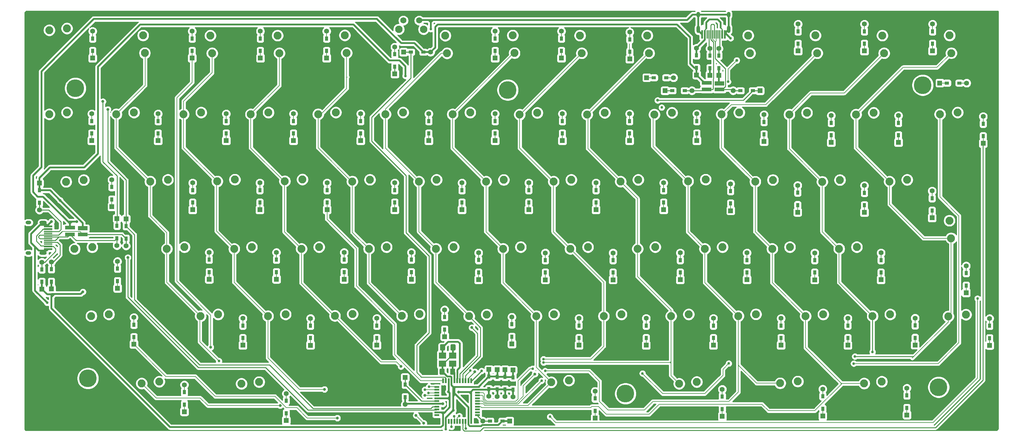
<source format=gbl>
%TF.GenerationSoftware,KiCad,Pcbnew,(5.1.6)-1*%
%TF.CreationDate,2020-07-30T22:43:24+09:00*%
%TF.ProjectId,keyboard_v2,6b657962-6f61-4726-945f-76322e6b6963,rev?*%
%TF.SameCoordinates,Original*%
%TF.FileFunction,Copper,L2,Bot*%
%TF.FilePolarity,Positive*%
%FSLAX46Y46*%
G04 Gerber Fmt 4.6, Leading zero omitted, Abs format (unit mm)*
G04 Created by KiCad (PCBNEW (5.1.6)-1) date 2020-07-30 22:43:24*
%MOMM*%
%LPD*%
G01*
G04 APERTURE LIST*
%TA.AperFunction,SMDPad,CuDef*%
%ADD10R,0.600000X2.450000*%
%TD*%
%TA.AperFunction,SMDPad,CuDef*%
%ADD11R,0.300000X2.450000*%
%TD*%
%TA.AperFunction,ComponentPad*%
%ADD12O,1.000000X2.100000*%
%TD*%
%TA.AperFunction,ComponentPad*%
%ADD13O,1.000000X1.600000*%
%TD*%
%TA.AperFunction,ComponentPad*%
%ADD14C,2.250000*%
%TD*%
%TA.AperFunction,SMDPad,CuDef*%
%ADD15R,0.950000X1.300000*%
%TD*%
%TA.AperFunction,ComponentPad*%
%ADD16R,1.397000X1.397000*%
%TD*%
%TA.AperFunction,ComponentPad*%
%ADD17C,1.397000*%
%TD*%
%TA.AperFunction,WasherPad*%
%ADD18C,5.000000*%
%TD*%
%TA.AperFunction,SMDPad,CuDef*%
%ADD19R,0.508000X1.473200*%
%TD*%
%TA.AperFunction,SMDPad,CuDef*%
%ADD20R,1.473200X0.508000*%
%TD*%
%TA.AperFunction,SMDPad,CuDef*%
%ADD21R,2.800000X1.200000*%
%TD*%
%TA.AperFunction,SMDPad,CuDef*%
%ADD22R,2.800000X1.000000*%
%TD*%
%TA.AperFunction,SMDPad,CuDef*%
%ADD23C,0.100000*%
%TD*%
%TA.AperFunction,SMDPad,CuDef*%
%ADD24R,1.300000X0.950000*%
%TD*%
%TA.AperFunction,ComponentPad*%
%ADD25O,1.600000X1.000000*%
%TD*%
%TA.AperFunction,ComponentPad*%
%ADD26O,2.100000X1.000000*%
%TD*%
%TA.AperFunction,SMDPad,CuDef*%
%ADD27R,2.450000X0.300000*%
%TD*%
%TA.AperFunction,SMDPad,CuDef*%
%ADD28R,2.450000X0.600000*%
%TD*%
%TA.AperFunction,ComponentPad*%
%ADD29C,2.100000*%
%TD*%
%TA.AperFunction,ComponentPad*%
%ADD30C,1.750000*%
%TD*%
%TA.AperFunction,SMDPad,CuDef*%
%ADD31R,2.100000X1.800000*%
%TD*%
%TA.AperFunction,ViaPad*%
%ADD32C,0.762000*%
%TD*%
%TA.AperFunction,ViaPad*%
%ADD33C,0.800000*%
%TD*%
%TA.AperFunction,Conductor*%
%ADD34C,0.500000*%
%TD*%
%TA.AperFunction,Conductor*%
%ADD35C,0.450000*%
%TD*%
%TA.AperFunction,Conductor*%
%ADD36C,0.350000*%
%TD*%
%TA.AperFunction,Conductor*%
%ADD37C,0.400000*%
%TD*%
%TA.AperFunction,Conductor*%
%ADD38C,0.250000*%
%TD*%
%TA.AperFunction,Conductor*%
%ADD39C,0.200000*%
%TD*%
%TA.AperFunction,NonConductor*%
%ADD40C,0.254000*%
%TD*%
G04 APERTURE END LIST*
D10*
%TO.P,USB2,12*%
%TO.N,GND*%
X506104200Y83696400D03*
%TO.P,USB2,1*%
X499654200Y83696400D03*
%TO.P,USB2,11*%
%TO.N,Net-(F4-Pad2)*%
X505329200Y83696400D03*
%TO.P,USB2,2*%
X500429200Y83696400D03*
D11*
%TO.P,USB2,3*%
%TO.N,Net-(USB2-Pad3)*%
X501129200Y83696400D03*
%TO.P,USB2,10*%
%TO.N,Net-(R10-Pad2)*%
X504629200Y83696400D03*
%TO.P,USB2,4*%
%TO.N,Net-(R9-Pad2)*%
X501629200Y83696400D03*
%TO.P,USB2,9*%
%TO.N,Net-(USB2-Pad9)*%
X504129200Y83696400D03*
%TO.P,USB2,5*%
%TO.N,Net-(D74-Pad3)*%
X502129200Y83696400D03*
%TO.P,USB2,8*%
%TO.N,Net-(D74-Pad2)*%
X503629200Y83696400D03*
%TO.P,USB2,7*%
%TO.N,Net-(D74-Pad3)*%
X503129200Y83696400D03*
%TO.P,USB2,6*%
%TO.N,Net-(D74-Pad2)*%
X502629200Y83696400D03*
D12*
%TO.P,USB2,13*%
%TO.N,GND*%
X498559200Y85111400D03*
X507199200Y85111400D03*
D13*
X498559200Y89291400D03*
X507199200Y89291400D03*
%TD*%
D14*
%TO.P,MX55,2*%
%TO.N,Net-(D57-Pad2)*%
X419610000Y4490000D03*
%TO.P,MX55,1*%
%TO.N,COL4*%
X414610000Y3990000D03*
%TD*%
%TO.P,C1,1*%
%TO.N,XTAL1*%
%TA.AperFunction,SMDPad,CuDef*%
G36*
G01*
X425397500Y-5555000D02*
X425397500Y-4305000D01*
G75*
G02*
X425647500Y-4055000I250000J0D01*
G01*
X426572500Y-4055000D01*
G75*
G02*
X426822500Y-4305000I0J-250000D01*
G01*
X426822500Y-5555000D01*
G75*
G02*
X426572500Y-5805000I-250000J0D01*
G01*
X425647500Y-5805000D01*
G75*
G02*
X425397500Y-5555000I0J250000D01*
G01*
G37*
%TD.AperFunction*%
%TO.P,C1,2*%
%TO.N,GND*%
%TA.AperFunction,SMDPad,CuDef*%
G36*
G01*
X428372500Y-5555000D02*
X428372500Y-4305000D01*
G75*
G02*
X428622500Y-4055000I250000J0D01*
G01*
X429547500Y-4055000D01*
G75*
G02*
X429797500Y-4305000I0J-250000D01*
G01*
X429797500Y-5555000D01*
G75*
G02*
X429547500Y-5805000I-250000J0D01*
G01*
X428622500Y-5805000D01*
G75*
G02*
X428372500Y-5555000I0J250000D01*
G01*
G37*
%TD.AperFunction*%
%TD*%
D15*
%TO.P,R1,1*%
%TO.N,D-*%
X333850000Y29505000D03*
D16*
X333850000Y31540000D03*
D17*
%TO.P,R1,2*%
%TO.N,Net-(D73-Pad3)*%
X333850000Y23920000D03*
D15*
X333850000Y25955000D03*
%TD*%
D14*
%TO.P,MX6,1*%
%TO.N,COL5*%
X427390900Y78367800D03*
%TO.P,MX6,2*%
%TO.N,Net-(D6-Pad2)*%
X426890900Y83367800D03*
%TD*%
%TO.P,MX26,2*%
%TO.N,Net-(D28-Pad2)*%
X324442300Y42479900D03*
%TO.P,MX26,1*%
%TO.N,COL0*%
X319442300Y41979900D03*
%TD*%
%TO.P,F1,1*%
%TO.N,COL9*%
X513204800Y78380500D03*
%TO.P,F1,2*%
%TO.N,Net-(D10-Pad2)*%
X512704800Y83380500D03*
%TD*%
D18*
%TO.P,Ref\u002A\u002A,*%
%TO.N,*%
X322066920Y68455540D03*
%TD*%
D14*
%TO.P,MX52,1*%
%TO.N,COL1*%
X357542300Y3930700D03*
%TO.P,MX52,2*%
%TO.N,Net-(D54-Pad2)*%
X362542300Y4430700D03*
%TD*%
%TO.P,MX5,2*%
%TO.N,Net-(D5-Pad2)*%
X398417500Y83431300D03*
%TO.P,MX5,1*%
%TO.N,COL4*%
X398917500Y78431300D03*
%TD*%
D19*
%TO.P,U1,44*%
%TO.N,VCC*%
X426247400Y-25863000D03*
%TO.P,U1,43*%
%TO.N,GND*%
X427034800Y-25863000D03*
%TO.P,U1,42*%
%TO.N,Net-(U1-Pad42)*%
X427847600Y-25863000D03*
%TO.P,U1,41*%
%TO.N,ROW5*%
X428635000Y-25863000D03*
%TO.P,U1,40*%
%TO.N,ROW4*%
X429447800Y-25863000D03*
%TO.P,U1,39*%
%TO.N,ROW3*%
X430235200Y-25863000D03*
%TO.P,U1,38*%
%TO.N,Net-(U1-Pad38)*%
X431022600Y-25863000D03*
%TO.P,U1,37*%
%TO.N,ROW1*%
X431835400Y-25863000D03*
%TO.P,U1,36*%
%TO.N,ROW0*%
X432622800Y-25863000D03*
%TO.P,U1,35*%
%TO.N,GND*%
X433435600Y-25863000D03*
%TO.P,U1,34*%
%TO.N,VCC*%
X434223000Y-25863000D03*
D20*
%TO.P,U1,33*%
%TO.N,Net-(R8-Pad2)*%
X435975600Y-24110400D03*
%TO.P,U1,32*%
%TO.N,Net-(U1-Pad32)*%
X435975600Y-23323000D03*
%TO.P,U1,31*%
%TO.N,Net-(U1-Pad31)*%
X435975600Y-22510200D03*
%TO.P,U1,30*%
%TO.N,COL10*%
X435975600Y-21722800D03*
%TO.P,U1,29*%
%TO.N,COL6*%
X435975600Y-20910000D03*
%TO.P,U1,28*%
%TO.N,COL13*%
X435975600Y-20122600D03*
%TO.P,U1,27*%
%TO.N,Net-(U1-Pad27)*%
X435975600Y-19335200D03*
%TO.P,U1,26*%
%TO.N,COL9*%
X435975600Y-18522400D03*
%TO.P,U1,25*%
%TO.N,COL11*%
X435975600Y-17735000D03*
%TO.P,U1,24*%
%TO.N,VCC*%
X435975600Y-16922200D03*
%TO.P,U1,23*%
%TO.N,GND*%
X435975600Y-16134800D03*
D19*
%TO.P,U1,22*%
%TO.N,COL12*%
X434223000Y-14382200D03*
%TO.P,U1,21*%
%TO.N,COL8*%
X433435600Y-14382200D03*
%TO.P,U1,20*%
%TO.N,COL7*%
X432622800Y-14382200D03*
%TO.P,U1,19*%
%TO.N,COL5*%
X431835400Y-14382200D03*
%TO.P,U1,18*%
%TO.N,COL4*%
X431022600Y-14382200D03*
%TO.P,U1,17*%
%TO.N,XTAL1*%
X430235200Y-14382200D03*
%TO.P,U1,16*%
%TO.N,XTAL2*%
X429447800Y-14382200D03*
%TO.P,U1,15*%
%TO.N,GND*%
X428635000Y-14382200D03*
%TO.P,U1,14*%
%TO.N,VCC*%
X427847600Y-14382200D03*
%TO.P,U1,13*%
%TO.N,RESET*%
X427034800Y-14382200D03*
%TO.P,U1,12*%
%TO.N,ROW2*%
X426247400Y-14382200D03*
D20*
%TO.P,U1,11*%
%TO.N,COL3*%
X424494800Y-16134800D03*
%TO.P,U1,10*%
%TO.N,COL2*%
X424494800Y-16922200D03*
%TO.P,U1,9*%
%TO.N,COL1*%
X424494800Y-17735000D03*
%TO.P,U1,8*%
%TO.N,COL0*%
X424494800Y-18522400D03*
%TO.P,U1,7*%
%TO.N,VCC*%
X424494800Y-19335200D03*
%TO.P,U1,6*%
%TO.N,Net-(C3-Pad1)*%
X424494800Y-20122600D03*
%TO.P,U1,5*%
%TO.N,GND*%
X424494800Y-20910000D03*
%TO.P,U1,4*%
%TO.N,D+*%
X424494800Y-21722800D03*
%TO.P,U1,3*%
%TO.N,D-*%
X424494800Y-22510200D03*
%TO.P,U1,2*%
%TO.N,VCC*%
X424494800Y-23323000D03*
%TO.P,U1,1*%
%TO.N,Net-(U1-Pad1)*%
X424494800Y-24110400D03*
%TD*%
D14*
%TO.P,MX68,1*%
%TO.N,COL8*%
X493158000Y-15207000D03*
%TO.P,MX68,2*%
%TO.N,Net-(D70-Pad2)*%
X498158000Y-14707000D03*
%TD*%
D21*
%TO.P,D74,1*%
%TO.N,GND*%
X504572200Y69794400D03*
D22*
%TO.P,D74,2*%
%TO.N,Net-(D74-Pad2)*%
X504572200Y68074400D03*
%TO.P,D74,3*%
%TO.N,Net-(D74-Pad3)*%
X500972200Y68074400D03*
%TA.AperFunction,SMDPad,CuDef*%
D23*
%TO.P,D74,4*%
%TO.N,VCC*%
G36*
X499572200Y70474400D02*
G01*
X502372200Y70474400D01*
X502372200Y69474400D01*
X499572200Y69474400D01*
X499572200Y70474400D01*
G37*
%TD.AperFunction*%
%TD*%
D14*
%TO.P,MX56,2*%
%TO.N,Net-(D58-Pad2)*%
X438620000Y4390000D03*
%TO.P,MX56,1*%
%TO.N,COL5*%
X433620000Y3890000D03*
%TD*%
%TO.P,MX27,1*%
%TO.N,COL1*%
X343254800Y42043400D03*
%TO.P,MX27,2*%
%TO.N,Net-(D29-Pad2)*%
X348254800Y42543400D03*
%TD*%
%TO.P,MX67,2*%
%TO.N,Net-(D69-Pad2)*%
X461919800Y-14301800D03*
%TO.P,MX67,1*%
%TO.N,COL6*%
X456919800Y-14801800D03*
%TD*%
D24*
%TO.P,R8,1*%
%TO.N,GND*%
X443087300Y-25768300D03*
D16*
X445122300Y-25768300D03*
D17*
%TO.P,R8,2*%
%TO.N,Net-(R8-Pad2)*%
X437502300Y-25768300D03*
D24*
X439537300Y-25768300D03*
%TD*%
D15*
%TO.P,C3,2*%
%TO.N,GND*%
X415508440Y-19021600D03*
D17*
X415508440Y-21056600D03*
D16*
%TO.P,C3,1*%
%TO.N,Net-(C3-Pad1)*%
X415508440Y-13436600D03*
D15*
X415508440Y-15471600D03*
%TD*%
D14*
%TO.P,MX54,2*%
%TO.N,Net-(D56-Pad2)*%
X400594200Y4525400D03*
%TO.P,MX54,1*%
%TO.N,COL3*%
X395594200Y4025400D03*
%TD*%
%TO.P,MX50,1*%
%TO.N,COL12*%
X570238000Y25973000D03*
%TO.P,MX50,2*%
%TO.N,Net-(D52-Pad2)*%
X569738000Y30973000D03*
%TD*%
%TO.P,MX32,2*%
%TO.N,Net-(D34-Pad2)*%
X443454000Y42505300D03*
%TO.P,MX32,1*%
%TO.N,COL6*%
X438454000Y42005300D03*
%TD*%
%TO.P,MX59,2*%
%TO.N,Net-(D61-Pad2)*%
X495866900Y4418000D03*
%TO.P,MX59,1*%
%TO.N,COL8*%
X490866900Y3918000D03*
%TD*%
%TO.P,MX41,1*%
%TO.N,COL3*%
X386117300Y22968000D03*
%TO.P,MX41,2*%
%TO.N,Net-(D43-Pad2)*%
X391117300Y23468000D03*
%TD*%
D18*
%TO.P,Ref\u002A\u002A,*%
%TO.N,*%
X325620380Y-13693140D03*
%TD*%
%TO.P,.,*%
%TO.N,*%
X477949260Y-18013680D03*
%TD*%
%TO.P,Ref\u002A\u002A,*%
%TO.N,*%
X566686700Y-16192500D03*
%TD*%
%TO.P,-,*%
%TO.N,*%
X562175660Y69331840D03*
%TD*%
%TO.P,Ref\u002A\u002A,*%
%TO.N,*%
X444593980Y67957700D03*
%TD*%
D14*
%TO.P,MX4,1*%
%TO.N,COL3*%
X379854800Y78380500D03*
%TO.P,MX4,2*%
%TO.N,Net-(D4-Pad2)*%
X379354800Y83380500D03*
%TD*%
%TO.P,MX63,2*%
%TO.N,Net-(D65-Pad2)*%
X574416400Y4367200D03*
%TO.P,MX63,1*%
%TO.N,COL12*%
X569416400Y3867200D03*
%TD*%
%TO.P,MX69,2*%
%TO.N,Net-(D71-Pad2)*%
X526777200Y-14568500D03*
%TO.P,MX69,1*%
%TO.N,COL9*%
X521777200Y-15068500D03*
%TD*%
%TO.P,MX17,2*%
%TO.N,Net-(D19-Pad2)*%
X414929800Y61580700D03*
%TO.P,MX17,1*%
%TO.N,COL5*%
X409929800Y61080700D03*
%TD*%
%TO.P,MX66,2*%
%TO.N,Net-(D68-Pad2)*%
X374138000Y-14727000D03*
%TO.P,MX66,1*%
%TO.N,COL1*%
X369138000Y-15227000D03*
%TD*%
%TO.P,MX2,1*%
%TO.N,COL1*%
X341729400Y78405900D03*
%TO.P,MX2,2*%
%TO.N,Net-(D2-Pad2)*%
X341229400Y83405900D03*
%TD*%
D15*
%TO.P,R2,1*%
%TO.N,D+*%
X336430000Y29405000D03*
D16*
X336430000Y31440000D03*
D17*
%TO.P,R2,2*%
%TO.N,Net-(D73-Pad2)*%
X336430000Y23820000D03*
D15*
X336430000Y25855000D03*
%TD*%
%TO.P,D5,2*%
%TO.N,Net-(D5-Pad2)*%
X412582200Y78070800D03*
D17*
X412582200Y80105800D03*
D16*
%TO.P,D5,1*%
%TO.N,ROW0*%
X412582200Y72485800D03*
D15*
X412582200Y74520800D03*
%TD*%
D24*
%TO.P,R7,2*%
%TO.N,Net-(D74-Pad2)*%
X510502200Y67761400D03*
D17*
X508467200Y67761400D03*
D16*
%TO.P,R7,1*%
%TO.N,D+*%
X516087200Y67761400D03*
D24*
X514052200Y67761400D03*
%TD*%
D15*
%TO.P,D45,2*%
%TO.N,Net-(D45-Pad2)*%
X436305800Y19806200D03*
D17*
X436305800Y21841200D03*
D16*
%TO.P,D45,1*%
%TO.N,ROW3*%
X436305800Y14221200D03*
D15*
X436305800Y16256200D03*
%TD*%
%TO.P,D44,2*%
%TO.N,Net-(D44-Pad2)*%
X417255800Y19927200D03*
D17*
X417255800Y21962200D03*
D16*
%TO.P,D44,1*%
%TO.N,ROW3*%
X417255800Y14342200D03*
D15*
X417255800Y16377200D03*
%TD*%
%TO.P,D41,2*%
%TO.N,Net-(D41-Pad2)*%
X359978800Y19930200D03*
D17*
X359978800Y21965200D03*
D16*
%TO.P,D41,1*%
%TO.N,ROW3*%
X359978800Y14345200D03*
D15*
X359978800Y16380200D03*
%TD*%
%TO.P,D42,2*%
%TO.N,Net-(D42-Pad2)*%
X379028800Y19930200D03*
D17*
X379028800Y21965200D03*
D16*
%TO.P,D42,1*%
%TO.N,ROW3*%
X379028800Y14345200D03*
D15*
X379028800Y16380200D03*
%TD*%
%TO.P,D40,2*%
%TO.N,Net-(D40-Pad2)*%
X564829800Y37329200D03*
D17*
X564829800Y39364200D03*
D16*
%TO.P,D40,1*%
%TO.N,ROW2*%
X564829800Y31744200D03*
D15*
X564829800Y33779200D03*
%TD*%
%TO.P,D39,2*%
%TO.N,Net-(D39-Pad2)*%
X545652800Y38853200D03*
D17*
X545652800Y40888200D03*
D16*
%TO.P,D39,1*%
%TO.N,ROW2*%
X545652800Y33268200D03*
D15*
X545652800Y35303200D03*
%TD*%
%TO.P,D43,2*%
%TO.N,Net-(D43-Pad2)*%
X398205800Y19930200D03*
D17*
X398205800Y21965200D03*
D16*
%TO.P,D43,1*%
%TO.N,ROW3*%
X398205800Y14345200D03*
D15*
X398205800Y16380200D03*
%TD*%
%TO.P,D37,2*%
%TO.N,Net-(D37-Pad2)*%
X507743300Y39358200D03*
D17*
X507743300Y41393200D03*
D16*
%TO.P,D37,1*%
%TO.N,ROW2*%
X507743300Y33773200D03*
D15*
X507743300Y35808200D03*
%TD*%
%TO.P,D27,2*%
%TO.N,Net-(D27-Pad2)*%
X579307800Y58411200D03*
D17*
X579307800Y60446200D03*
D16*
%TO.P,D27,1*%
%TO.N,ROW1*%
X579307800Y52826200D03*
D15*
X579307800Y54861200D03*
%TD*%
%TO.P,D30,2*%
%TO.N,Net-(D30-Pad2)*%
X374329800Y39615200D03*
D17*
X374329800Y41650200D03*
D16*
%TO.P,D30,1*%
%TO.N,ROW2*%
X374329800Y34030200D03*
D15*
X374329800Y36065200D03*
%TD*%
%TO.P,D24,2*%
%TO.N,Net-(D24-Pad2)*%
X517204800Y58919200D03*
D17*
X517204800Y60954200D03*
D16*
%TO.P,D24,1*%
%TO.N,ROW1*%
X517204800Y53334200D03*
D15*
X517204800Y55369200D03*
%TD*%
%TO.P,D25,2*%
%TO.N,Net-(D25-Pad2)*%
X536254800Y58665200D03*
D17*
X536254800Y60700200D03*
D16*
%TO.P,D25,1*%
%TO.N,ROW1*%
X536254800Y53080200D03*
D15*
X536254800Y55115200D03*
%TD*%
%TO.P,D23,2*%
%TO.N,Net-(D23-Pad2)*%
X498154800Y59173200D03*
D17*
X498154800Y61208200D03*
D16*
%TO.P,D23,1*%
%TO.N,ROW1*%
X498154800Y53588200D03*
D15*
X498154800Y55623200D03*
%TD*%
%TO.P,D29,2*%
%TO.N,Net-(D29-Pad2)*%
X355279800Y39615200D03*
D17*
X355279800Y41650200D03*
D16*
%TO.P,D29,1*%
%TO.N,ROW2*%
X355279800Y34030200D03*
D15*
X355279800Y36065200D03*
%TD*%
%TO.P,D26,2*%
%TO.N,Net-(D26-Pad2)*%
X555304800Y58665200D03*
D17*
X555304800Y60700200D03*
D16*
%TO.P,D26,1*%
%TO.N,ROW1*%
X555304800Y53080200D03*
D15*
X555304800Y55115200D03*
%TD*%
%TO.P,D22,2*%
%TO.N,Net-(D22-Pad2)*%
X479104800Y59173200D03*
D17*
X479104800Y61208200D03*
D16*
%TO.P,D22,1*%
%TO.N,ROW1*%
X479104800Y53588200D03*
D15*
X479104800Y55623200D03*
%TD*%
%TO.P,D21,2*%
%TO.N,Net-(D21-Pad2)*%
X460054800Y59173200D03*
D17*
X460054800Y61208200D03*
D16*
%TO.P,D21,1*%
%TO.N,ROW1*%
X460054800Y53588200D03*
D15*
X460054800Y55623200D03*
%TD*%
%TO.P,D20,2*%
%TO.N,Net-(D20-Pad2)*%
X441004800Y59173200D03*
D17*
X441004800Y61208200D03*
D16*
%TO.P,D20,1*%
%TO.N,ROW1*%
X441004800Y53588200D03*
D15*
X441004800Y55623200D03*
%TD*%
%TO.P,D19,2*%
%TO.N,Net-(D19-Pad2)*%
X422208800Y59173200D03*
D17*
X422208800Y61208200D03*
D16*
%TO.P,D19,1*%
%TO.N,ROW1*%
X422208800Y53588200D03*
D15*
X422208800Y55623200D03*
%TD*%
%TO.P,D28,2*%
%TO.N,Net-(D28-Pad2)*%
X332400000Y40475000D03*
D17*
X332400000Y42510000D03*
D16*
%TO.P,D28,1*%
%TO.N,ROW2*%
X332400000Y34890000D03*
D15*
X332400000Y36925000D03*
%TD*%
%TO.P,D18,2*%
%TO.N,Net-(D18-Pad2)*%
X402904800Y59173200D03*
D17*
X402904800Y61208200D03*
D16*
%TO.P,D18,1*%
%TO.N,ROW1*%
X402904800Y53588200D03*
D15*
X402904800Y55623200D03*
%TD*%
%TO.P,D32,2*%
%TO.N,Net-(D32-Pad2)*%
X412556800Y39615200D03*
D17*
X412556800Y41650200D03*
D16*
%TO.P,D32,1*%
%TO.N,ROW2*%
X412556800Y34030200D03*
D15*
X412556800Y36065200D03*
%TD*%
%TO.P,D38,2*%
%TO.N,Net-(D38-Pad2)*%
X526729800Y38916700D03*
D17*
X526729800Y40951700D03*
D16*
%TO.P,D38,1*%
%TO.N,ROW2*%
X526729800Y33331700D03*
D15*
X526729800Y35366700D03*
%TD*%
%TO.P,D31,2*%
%TO.N,Net-(D31-Pad2)*%
X393379800Y39615200D03*
D17*
X393379800Y41650200D03*
D16*
%TO.P,D31,1*%
%TO.N,ROW2*%
X393379800Y34030200D03*
D15*
X393379800Y36065200D03*
%TD*%
%TO.P,D33,2*%
%TO.N,Net-(D33-Pad2)*%
X431606800Y39615200D03*
D17*
X431606800Y41650200D03*
D16*
%TO.P,D33,1*%
%TO.N,ROW2*%
X431606800Y34030200D03*
D15*
X431606800Y36065200D03*
%TD*%
%TO.P,D2,2*%
%TO.N,Net-(D2-Pad2)*%
X355152800Y82541200D03*
D17*
X355152800Y84576200D03*
D16*
%TO.P,D2,1*%
%TO.N,ROW0*%
X355152800Y76956200D03*
D15*
X355152800Y78991200D03*
%TD*%
D24*
%TO.P,D13,2*%
%TO.N,Net-(D13-Pad2)*%
X572599200Y69920400D03*
D17*
X574634200Y69920400D03*
D16*
%TO.P,D13,1*%
%TO.N,ROW0*%
X567014200Y69920400D03*
D24*
X569049200Y69920400D03*
%TD*%
D15*
%TO.P,D17,2*%
%TO.N,Net-(D17-Pad2)*%
X383854800Y59173200D03*
D17*
X383854800Y61208200D03*
D16*
%TO.P,D17,1*%
%TO.N,ROW1*%
X383854800Y53588200D03*
D15*
X383854800Y55623200D03*
%TD*%
%TO.P,D8,2*%
%TO.N,Net-(D8-Pad2)*%
X479143060Y82287920D03*
D17*
X479143060Y84322920D03*
D16*
%TO.P,D8,1*%
%TO.N,ROW0*%
X479143060Y76702920D03*
D15*
X479143060Y78737920D03*
%TD*%
%TO.P,D3,2*%
%TO.N,Net-(D3-Pad2)*%
X374482200Y82541200D03*
D17*
X374482200Y84576200D03*
D16*
%TO.P,D3,1*%
%TO.N,ROW0*%
X374482200Y76956200D03*
D15*
X374482200Y78991200D03*
%TD*%
%TO.P,D6,2*%
%TO.N,Net-(D6-Pad2)*%
X441004800Y82541200D03*
D17*
X441004800Y84576200D03*
D16*
%TO.P,D6,1*%
%TO.N,ROW0*%
X441004800Y76956200D03*
D15*
X441004800Y78991200D03*
%TD*%
%TO.P,D15,2*%
%TO.N,Net-(D15-Pad2)*%
X345500800Y59173200D03*
D17*
X345500800Y61208200D03*
D16*
%TO.P,D15,1*%
%TO.N,ROW1*%
X345500800Y53588200D03*
D15*
X345500800Y55623200D03*
%TD*%
%TO.P,C7,1*%
%TO.N,GND*%
X441592460Y-13262760D03*
D16*
X441592460Y-11227760D03*
D17*
%TO.P,C7,2*%
%TO.N,VCC*%
X441592460Y-18847760D03*
D15*
X441592460Y-16812760D03*
%TD*%
%TO.P,C6,1*%
%TO.N,GND*%
X443794640Y-13262760D03*
D16*
X443794640Y-11227760D03*
D17*
%TO.P,C6,2*%
%TO.N,VCC*%
X443794640Y-18847760D03*
D15*
X443794640Y-16812760D03*
%TD*%
%TO.P,D7,2*%
%TO.N,Net-(D7-Pad2)*%
X459800800Y82541200D03*
D17*
X459800800Y84576200D03*
D16*
%TO.P,D7,1*%
%TO.N,ROW0*%
X459800800Y76956200D03*
D15*
X459800800Y78991200D03*
%TD*%
%TO.P,D4,2*%
%TO.N,Net-(D4-Pad2)*%
X393252800Y82541200D03*
D17*
X393252800Y84576200D03*
D16*
%TO.P,D4,1*%
%TO.N,ROW0*%
X393252800Y76956200D03*
D15*
X393252800Y78991200D03*
%TD*%
%TO.P,D1,2*%
%TO.N,Net-(D1-Pad2)*%
X326933400Y82541200D03*
D17*
X326933400Y84576200D03*
D16*
%TO.P,D1,1*%
%TO.N,ROW0*%
X326933400Y76956200D03*
D15*
X326933400Y78991200D03*
%TD*%
%TO.P,D14,2*%
%TO.N,Net-(D14-Pad2)*%
X326704800Y59173200D03*
D17*
X326704800Y61208200D03*
D16*
%TO.P,D14,1*%
%TO.N,ROW1*%
X326704800Y53588200D03*
D15*
X326704800Y55623200D03*
%TD*%
%TO.P,D10,2*%
%TO.N,Net-(D10-Pad2)*%
X526856800Y84573200D03*
D17*
X526856800Y86608200D03*
D16*
%TO.P,D10,1*%
%TO.N,ROW0*%
X526856800Y78988200D03*
D15*
X526856800Y81023200D03*
%TD*%
%TO.P,D16,2*%
%TO.N,Net-(D16-Pad2)*%
X364804800Y59173200D03*
D17*
X364804800Y61208200D03*
D16*
%TO.P,D16,1*%
%TO.N,ROW1*%
X364804800Y53588200D03*
D15*
X364804800Y55623200D03*
%TD*%
%TO.P,D12,2*%
%TO.N,Net-(D12-Pad2)*%
X564956800Y84573200D03*
D17*
X564956800Y86608200D03*
D16*
%TO.P,D12,1*%
%TO.N,ROW0*%
X564956800Y78988200D03*
D15*
X564956800Y81023200D03*
%TD*%
D24*
%TO.P,D9,2*%
%TO.N,Net-(D9-Pad2)*%
X489541200Y71444400D03*
D17*
X491576200Y71444400D03*
D16*
%TO.P,D9,1*%
%TO.N,ROW0*%
X483956200Y71444400D03*
D24*
X485991200Y71444400D03*
%TD*%
D15*
%TO.P,D11,2*%
%TO.N,Net-(D11-Pad2)*%
X545652800Y84573200D03*
D17*
X545652800Y86608200D03*
D16*
%TO.P,D11,1*%
%TO.N,ROW0*%
X545652800Y78988200D03*
D15*
X545652800Y81023200D03*
%TD*%
%TO.P,D48,1*%
%TO.N,ROW3*%
X493455800Y16253200D03*
D16*
X493455800Y14218200D03*
D17*
%TO.P,D48,2*%
%TO.N,Net-(D48-Pad2)*%
X493455800Y21838200D03*
D15*
X493455800Y19803200D03*
%TD*%
%TO.P,D53,2*%
%TO.N,Net-(D53-Pad2)*%
X334000000Y17375000D03*
D17*
X334000000Y19410000D03*
D16*
%TO.P,D53,1*%
%TO.N,ROW3*%
X334000000Y11790000D03*
D15*
X334000000Y13825000D03*
%TD*%
%TO.P,D55,2*%
%TO.N,Net-(D55-Pad2)*%
X388680800Y1258200D03*
D17*
X388680800Y3293200D03*
D16*
%TO.P,D55,1*%
%TO.N,ROW4*%
X388680800Y-4326800D03*
D15*
X388680800Y-2291800D03*
%TD*%
%TO.P,D56,2*%
%TO.N,Net-(D56-Pad2)*%
X407476800Y1261200D03*
D17*
X407476800Y3296200D03*
D16*
%TO.P,D56,1*%
%TO.N,ROW4*%
X407476800Y-4323800D03*
D15*
X407476800Y-2288800D03*
%TD*%
%TO.P,D57,1*%
%TO.N,ROW4*%
X426700000Y125000D03*
D16*
X426700000Y-1910000D03*
D17*
%TO.P,D57,2*%
%TO.N,Net-(D57-Pad2)*%
X426700000Y5710000D03*
D15*
X426700000Y3675000D03*
%TD*%
%TO.P,D49,2*%
%TO.N,Net-(D49-Pad2)*%
X512378800Y19803200D03*
D17*
X512378800Y21838200D03*
D16*
%TO.P,D49,1*%
%TO.N,ROW3*%
X512378800Y14218200D03*
D15*
X512378800Y16253200D03*
%TD*%
%TO.P,D58,1*%
%TO.N,ROW4*%
X445754600Y-1933200D03*
D16*
X445754600Y-3968200D03*
D17*
%TO.P,D58,2*%
%TO.N,Net-(D58-Pad2)*%
X445754600Y3651800D03*
D15*
X445754600Y1616800D03*
%TD*%
%TO.P,D46,2*%
%TO.N,Net-(D46-Pad2)*%
X455228800Y19800200D03*
D17*
X455228800Y21835200D03*
D16*
%TO.P,D46,1*%
%TO.N,ROW3*%
X455228800Y14215200D03*
D15*
X455228800Y16250200D03*
%TD*%
%TO.P,D47,1*%
%TO.N,ROW3*%
X474405800Y16250200D03*
D16*
X474405800Y14215200D03*
D17*
%TO.P,D47,2*%
%TO.N,Net-(D47-Pad2)*%
X474405800Y21835200D03*
D15*
X474405800Y19800200D03*
%TD*%
%TO.P,C4,1*%
%TO.N,GND*%
X446060000Y-13385000D03*
D16*
X446060000Y-11350000D03*
D17*
%TO.P,C4,2*%
%TO.N,VCC*%
X446060000Y-18970000D03*
D15*
X446060000Y-16935000D03*
%TD*%
%TO.P,D51,1*%
%TO.N,ROW3*%
X550351800Y16253200D03*
D16*
X550351800Y14218200D03*
D17*
%TO.P,D51,2*%
%TO.N,Net-(D51-Pad2)*%
X550351800Y21838200D03*
D15*
X550351800Y19803200D03*
%TD*%
%TO.P,C5,1*%
%TO.N,GND*%
X439244740Y-13208460D03*
D16*
X439244740Y-11173460D03*
D17*
%TO.P,C5,2*%
%TO.N,VCC*%
X439244740Y-18793460D03*
D15*
X439244740Y-16758460D03*
%TD*%
%TO.P,D50,1*%
%TO.N,ROW3*%
X531555800Y16250200D03*
D16*
X531555800Y14215200D03*
D17*
%TO.P,D50,2*%
%TO.N,Net-(D50-Pad2)*%
X531555800Y21835200D03*
D15*
X531555800Y19800200D03*
%TD*%
%TO.P,D54,2*%
%TO.N,Net-(D54-Pad2)*%
X369503800Y1261200D03*
D17*
X369503800Y3296200D03*
D16*
%TO.P,D54,1*%
%TO.N,ROW4*%
X369503800Y-4323800D03*
D15*
X369503800Y-2288800D03*
%TD*%
%TO.P,D52,2*%
%TO.N,Net-(D52-Pad2)*%
X574481800Y16120200D03*
D17*
X574481800Y18155200D03*
D16*
%TO.P,D52,1*%
%TO.N,ROW3*%
X574481800Y10535200D03*
D15*
X574481800Y12570200D03*
%TD*%
%TO.P,R4,2*%
%TO.N,Net-(R4-Pad2)*%
X315250000Y17225000D03*
D17*
X315250000Y19260000D03*
D16*
%TO.P,R4,1*%
%TO.N,GND*%
X315250000Y11640000D03*
D15*
X315250000Y13675000D03*
%TD*%
D25*
%TO.P,USB1,13*%
%TO.N,GND*%
X308756200Y30425400D03*
X308756200Y21785400D03*
D26*
X312936200Y30425400D03*
X312936200Y21785400D03*
D27*
%TO.P,USB1,6*%
%TO.N,Net-(D73-Pad2)*%
X314351200Y25855400D03*
%TO.P,USB1,7*%
%TO.N,Net-(D73-Pad3)*%
X314351200Y26355400D03*
%TO.P,USB1,8*%
%TO.N,Net-(D73-Pad2)*%
X314351200Y26855400D03*
%TO.P,USB1,5*%
%TO.N,Net-(D73-Pad3)*%
X314351200Y25355400D03*
%TO.P,USB1,9*%
%TO.N,Net-(USB1-Pad9)*%
X314351200Y27355400D03*
%TO.P,USB1,4*%
%TO.N,Net-(R4-Pad2)*%
X314351200Y24855400D03*
%TO.P,USB1,10*%
%TO.N,Net-(R5-Pad2)*%
X314351200Y27855400D03*
%TO.P,USB1,3*%
%TO.N,Net-(USB1-Pad3)*%
X314351200Y24355400D03*
D28*
%TO.P,USB1,2*%
%TO.N,Net-(F3-Pad2)*%
X314351200Y23655400D03*
%TO.P,USB1,11*%
X314351200Y28555400D03*
%TO.P,USB1,1*%
%TO.N,GND*%
X314351200Y22880400D03*
%TO.P,USB1,12*%
X314351200Y29330400D03*
%TD*%
%TA.AperFunction,SMDPad,CuDef*%
D23*
%TO.P,D73,4*%
%TO.N,VCC*%
G36*
X319158000Y29463000D02*
G01*
X321958000Y29463000D01*
X321958000Y28463000D01*
X319158000Y28463000D01*
X319158000Y29463000D01*
G37*
%TD.AperFunction*%
D22*
%TO.P,D73,3*%
%TO.N,Net-(D73-Pad3)*%
X320558000Y27063000D03*
%TO.P,D73,2*%
%TO.N,Net-(D73-Pad2)*%
X324158000Y27063000D03*
D21*
%TO.P,D73,1*%
%TO.N,GND*%
X324158000Y28783000D03*
%TD*%
D15*
%TO.P,D66,1*%
%TO.N,ROW4*%
X338642800Y-2034800D03*
D16*
X338642800Y-4069800D03*
D17*
%TO.P,D66,2*%
%TO.N,Net-(D66-Pad2)*%
X338642800Y3550200D03*
D15*
X338642800Y1515200D03*
%TD*%
%TO.P,D67,1*%
%TO.N,ROW5*%
X352943000Y-21110200D03*
D16*
X352943000Y-23145200D03*
D17*
%TO.P,D67,2*%
%TO.N,Net-(D67-Pad2)*%
X352943000Y-15525200D03*
D15*
X352943000Y-17560200D03*
%TD*%
%TO.P,D35,2*%
%TO.N,Net-(D35-Pad2)*%
X469579800Y39615200D03*
D17*
X469579800Y41650200D03*
D16*
%TO.P,D35,1*%
%TO.N,ROW2*%
X469579800Y34030200D03*
D15*
X469579800Y36065200D03*
%TD*%
%TO.P,F4,1*%
%TO.N,VCC*%
X498100000Y74225000D03*
D16*
X498100000Y72190000D03*
D17*
%TO.P,F4,2*%
%TO.N,Net-(F4-Pad2)*%
X498100000Y79810000D03*
D15*
X498100000Y77775000D03*
%TD*%
%TO.P,D63,2*%
%TO.N,Net-(D63-Pad2)*%
X540953800Y1261200D03*
D17*
X540953800Y3296200D03*
D16*
%TO.P,D63,1*%
%TO.N,ROW4*%
X540953800Y-4323800D03*
D15*
X540953800Y-2288800D03*
%TD*%
D24*
%TO.P,R3,1*%
%TO.N,RESET*%
X417114200Y78667400D03*
D16*
X415079200Y78667400D03*
D17*
%TO.P,R3,2*%
%TO.N,VCC*%
X422699200Y78667400D03*
D24*
X420664200Y78667400D03*
%TD*%
D15*
%TO.P,D36,2*%
%TO.N,Net-(D36-Pad2)*%
X488756800Y39615200D03*
%TO.P,D36,1*%
%TO.N,ROW2*%
X488756800Y36065200D03*
D16*
X488756800Y34030200D03*
D17*
%TO.P,D36,2*%
%TO.N,Net-(D36-Pad2)*%
X488756800Y41650200D03*
%TD*%
D15*
%TO.P,D34,1*%
%TO.N,ROW2*%
X450529800Y36065200D03*
D16*
X450529800Y34030200D03*
D17*
%TO.P,D34,2*%
%TO.N,Net-(D34-Pad2)*%
X450529800Y41650200D03*
D15*
X450529800Y39615200D03*
%TD*%
%TO.P,D68,1*%
%TO.N,ROW5*%
X381798000Y-23587000D03*
D16*
X381798000Y-25622000D03*
D17*
%TO.P,D68,2*%
%TO.N,Net-(D68-Pad2)*%
X381798000Y-18002000D03*
D15*
X381798000Y-20037000D03*
%TD*%
%TO.P,R5,1*%
%TO.N,GND*%
X311871200Y39564400D03*
D16*
X311871200Y41599400D03*
D17*
%TO.P,R5,2*%
%TO.N,Net-(R5-Pad2)*%
X311871200Y33979400D03*
D15*
X311871200Y36014400D03*
%TD*%
%TO.P,R9,2*%
%TO.N,Net-(R9-Pad2)*%
X501863200Y77667400D03*
D17*
X501863200Y79702400D03*
D16*
%TO.P,R9,1*%
%TO.N,GND*%
X501863200Y72082400D03*
D15*
X501863200Y74117400D03*
%TD*%
%TO.P,R10,1*%
%TO.N,GND*%
X504403200Y74114400D03*
D16*
X504403200Y72079400D03*
D17*
%TO.P,R10,2*%
%TO.N,Net-(R10-Pad2)*%
X504403200Y79699400D03*
D15*
X504403200Y77664400D03*
%TD*%
%TO.P,D62,1*%
%TO.N,ROW4*%
X522030800Y-2288800D03*
D16*
X522030800Y-4323800D03*
D17*
%TO.P,D62,2*%
%TO.N,Net-(D62-Pad2)*%
X522030800Y3296200D03*
D15*
X522030800Y1261200D03*
%TD*%
%TO.P,D72,2*%
%TO.N,Net-(D72-Pad2)*%
X557692400Y-18500000D03*
D17*
X557692400Y-16465000D03*
D16*
%TO.P,D72,1*%
%TO.N,ROW5*%
X557692400Y-24085000D03*
D15*
X557692400Y-22050000D03*
%TD*%
%TO.P,D61,2*%
%TO.N,Net-(D61-Pad2)*%
X502853800Y1261200D03*
D17*
X502853800Y3296200D03*
D16*
%TO.P,D61,1*%
%TO.N,ROW4*%
X502853800Y-4323800D03*
D15*
X502853800Y-2288800D03*
%TD*%
%TO.P,D59,1*%
%TO.N,ROW4*%
X464753800Y-2288800D03*
D16*
X464753800Y-4323800D03*
D17*
%TO.P,D59,2*%
%TO.N,Net-(D59-Pad2)*%
X464753800Y3296200D03*
D15*
X464753800Y1261200D03*
%TD*%
%TO.P,F3,2*%
%TO.N,Net-(F3-Pad2)*%
X312580000Y17175000D03*
D17*
X312580000Y19210000D03*
D16*
%TO.P,F3,1*%
%TO.N,VCC*%
X312580000Y11590000D03*
D15*
X312580000Y13625000D03*
%TD*%
%TO.P,D60,2*%
%TO.N,Net-(D60-Pad2)*%
X483803800Y1261200D03*
D17*
X483803800Y3296200D03*
D16*
%TO.P,D60,1*%
%TO.N,ROW4*%
X483803800Y-4323800D03*
D15*
X483803800Y-2288800D03*
%TD*%
%TO.P,D64,2*%
%TO.N,Net-(D64-Pad2)*%
X560003800Y1334400D03*
D17*
X560003800Y3369400D03*
D16*
%TO.P,D64,1*%
%TO.N,ROW4*%
X560003800Y-4250600D03*
D15*
X560003800Y-2215600D03*
%TD*%
%TO.P,D65,1*%
%TO.N,ROW4*%
X581146000Y-2319600D03*
D16*
X581146000Y-4354600D03*
D17*
%TO.P,D65,2*%
%TO.N,Net-(D65-Pad2)*%
X581146000Y3265400D03*
D15*
X581146000Y1230400D03*
%TD*%
D24*
%TO.P,R6,1*%
%TO.N,D-*%
X491198200Y67761400D03*
D16*
X489163200Y67761400D03*
D17*
%TO.P,R6,2*%
%TO.N,Net-(D74-Pad3)*%
X496783200Y67761400D03*
D24*
X494748200Y67761400D03*
%TD*%
D15*
%TO.P,D69,1*%
%TO.N,ROW5*%
X469323420Y-22930660D03*
D16*
X469323420Y-24965660D03*
D17*
%TO.P,D69,2*%
%TO.N,Net-(D69-Pad2)*%
X469323420Y-17345660D03*
D15*
X469323420Y-19380660D03*
%TD*%
%TO.P,D70,1*%
%TO.N,ROW5*%
X505378000Y-22362000D03*
D16*
X505378000Y-24397000D03*
D17*
%TO.P,D70,2*%
%TO.N,Net-(D70-Pad2)*%
X505378000Y-16777000D03*
D15*
X505378000Y-18812000D03*
%TD*%
%TO.P,D71,2*%
%TO.N,Net-(D71-Pad2)*%
X533838000Y-18762000D03*
D17*
X533838000Y-16727000D03*
D16*
%TO.P,D71,1*%
%TO.N,ROW5*%
X533838000Y-24347000D03*
D15*
X533838000Y-22312000D03*
%TD*%
D29*
%TO.P,SW1,*%
%TO.N,*%
X413731000Y85134200D03*
D30*
%TO.P,SW1,2*%
%TO.N,RESET*%
X414991000Y87624200D03*
%TO.P,SW1,1*%
%TO.N,GND*%
X419491000Y87624200D03*
D29*
%TO.P,SW1,*%
%TO.N,*%
X420741000Y85134200D03*
%TD*%
D14*
%TO.P,MX1,1*%
%TO.N,COL0*%
X314667100Y84893200D03*
%TO.P,MX1,2*%
%TO.N,Net-(D1-Pad2)*%
X319667100Y85393200D03*
%TD*%
%TO.P,MX3,2*%
%TO.N,Net-(D3-Pad2)*%
X360304800Y83367800D03*
%TO.P,MX3,1*%
%TO.N,COL2*%
X360804800Y78367800D03*
%TD*%
%TO.P,MX7,2*%
%TO.N,Net-(D7-Pad2)*%
X445979160Y83401540D03*
%TO.P,MX7,1*%
%TO.N,COL6*%
X446479160Y78401540D03*
%TD*%
%TO.P,MX8,1*%
%TO.N,COL7*%
X465554400Y78380500D03*
%TO.P,MX8,2*%
%TO.N,Net-(D8-Pad2)*%
X465054400Y83380500D03*
%TD*%
%TO.P,MX9,1*%
%TO.N,COL8*%
X484617100Y78380500D03*
%TO.P,MX9,2*%
%TO.N,Net-(D9-Pad2)*%
X484117100Y83380500D03*
%TD*%
%TO.P,MX10,2*%
%TO.N,Net-(D12-Pad2)*%
X550728600Y83380500D03*
%TO.P,MX10,1*%
%TO.N,COL11*%
X551228600Y78380500D03*
%TD*%
%TO.P,MX11,2*%
%TO.N,Net-(D13-Pad2)*%
X569791300Y83393200D03*
%TO.P,MX11,1*%
%TO.N,COL12*%
X570291300Y78393200D03*
%TD*%
%TO.P,MX12,1*%
%TO.N,COL0*%
X314654400Y61080700D03*
%TO.P,MX12,2*%
%TO.N,Net-(D14-Pad2)*%
X319654400Y61580700D03*
%TD*%
%TO.P,MX13,2*%
%TO.N,Net-(D15-Pad2)*%
X338679000Y61593400D03*
%TO.P,MX13,1*%
%TO.N,COL1*%
X333679000Y61093400D03*
%TD*%
%TO.P,MX14,1*%
%TO.N,COL2*%
X352716300Y61093400D03*
%TO.P,MX14,2*%
%TO.N,Net-(D16-Pad2)*%
X357716300Y61593400D03*
%TD*%
%TO.P,MX15,2*%
%TO.N,Net-(D17-Pad2)*%
X376779000Y61580700D03*
%TO.P,MX15,1*%
%TO.N,COL3*%
X371779000Y61080700D03*
%TD*%
%TO.P,MX16,1*%
%TO.N,COL4*%
X390854400Y61093400D03*
%TO.P,MX16,2*%
%TO.N,Net-(D18-Pad2)*%
X395854400Y61593400D03*
%TD*%
%TO.P,MX18,1*%
%TO.N,COL6*%
X428941700Y61068000D03*
%TO.P,MX18,2*%
%TO.N,Net-(D20-Pad2)*%
X433941700Y61568000D03*
%TD*%
%TO.P,MX19,2*%
%TO.N,Net-(D21-Pad2)*%
X452966300Y61479100D03*
%TO.P,MX19,1*%
%TO.N,COL7*%
X447966300Y60979100D03*
%TD*%
%TO.P,MX20,1*%
%TO.N,COL8*%
X467054400Y61017200D03*
%TO.P,MX20,2*%
%TO.N,Net-(D22-Pad2)*%
X472054400Y61517200D03*
%TD*%
%TO.P,MX21,1*%
%TO.N,COL9*%
X486129800Y61017200D03*
%TO.P,MX21,2*%
%TO.N,Net-(D23-Pad2)*%
X491129800Y61517200D03*
%TD*%
%TO.P,MX22,1*%
%TO.N,COL10*%
X505192500Y61055300D03*
%TO.P,MX22,2*%
%TO.N,Net-(D24-Pad2)*%
X510192500Y61555300D03*
%TD*%
%TO.P,MX23,2*%
%TO.N,Net-(D25-Pad2)*%
X529356800Y61517200D03*
%TO.P,MX23,1*%
%TO.N,COL11*%
X524356800Y61017200D03*
%TD*%
%TO.P,MX24,2*%
%TO.N,Net-(D26-Pad2)*%
X548279800Y61517200D03*
%TO.P,MX24,1*%
%TO.N,COL12*%
X543279800Y61017200D03*
%TD*%
%TO.P,MX25,1*%
%TO.N,COL13*%
X567079600Y61106100D03*
%TO.P,MX25,2*%
%TO.N,Net-(D27-Pad2)*%
X572079600Y61606100D03*
%TD*%
%TO.P,MX28,2*%
%TO.N,Net-(D30-Pad2)*%
X367241300Y42581500D03*
%TO.P,MX28,1*%
%TO.N,COL2*%
X362241300Y42081500D03*
%TD*%
%TO.P,MX31,1*%
%TO.N,COL5*%
X419416700Y42018000D03*
%TO.P,MX31,2*%
%TO.N,Net-(D33-Pad2)*%
X424416700Y42518000D03*
%TD*%
%TO.P,MX35,1*%
%TO.N,COL9*%
X495654800Y42094200D03*
%TO.P,MX35,2*%
%TO.N,Net-(D37-Pad2)*%
X500654800Y42594200D03*
%TD*%
%TO.P,MX36,2*%
%TO.N,Net-(D38-Pad2)*%
X519704800Y42492600D03*
%TO.P,MX36,1*%
%TO.N,COL10*%
X514704800Y41992600D03*
%TD*%
%TO.P,MX37,1*%
%TO.N,COL11*%
X533716700Y41979900D03*
%TO.P,MX37,2*%
%TO.N,Net-(D39-Pad2)*%
X538716700Y42479900D03*
%TD*%
%TO.P,MX38,2*%
%TO.N,Net-(D40-Pad2)*%
X557779400Y42518000D03*
%TO.P,MX38,1*%
%TO.N,COL12*%
X552779400Y42018000D03*
%TD*%
%TO.P,MX39,1*%
%TO.N,COL1*%
X347979200Y22968000D03*
%TO.P,MX39,2*%
%TO.N,Net-(D41-Pad2)*%
X352979200Y23468000D03*
%TD*%
%TO.P,MX40,2*%
%TO.N,Net-(D42-Pad2)*%
X372054600Y23468000D03*
%TO.P,MX40,1*%
%TO.N,COL2*%
X367054600Y22968000D03*
%TD*%
%TO.P,MX42,2*%
%TO.N,Net-(D44-Pad2)*%
X410230800Y23480700D03*
%TO.P,MX42,1*%
%TO.N,COL4*%
X405230800Y22980700D03*
%TD*%
%TO.P,MX43,1*%
%TO.N,COL5*%
X424217300Y23006100D03*
%TO.P,MX43,2*%
%TO.N,Net-(D45-Pad2)*%
X429217300Y23506100D03*
%TD*%
%TO.P,MX44,1*%
%TO.N,COL6*%
X443254600Y23006100D03*
%TO.P,MX44,2*%
%TO.N,Net-(D46-Pad2)*%
X448254600Y23506100D03*
%TD*%
%TO.P,MX45,2*%
%TO.N,Net-(D47-Pad2)*%
X467304600Y23493400D03*
%TO.P,MX45,1*%
%TO.N,COL7*%
X462304600Y22993400D03*
%TD*%
%TO.P,MX46,1*%
%TO.N,COL8*%
X481380000Y22993400D03*
%TO.P,MX46,2*%
%TO.N,Net-(D48-Pad2)*%
X486380000Y23493400D03*
%TD*%
%TO.P,MX47,2*%
%TO.N,Net-(D49-Pad2)*%
X505455400Y23480700D03*
%TO.P,MX47,1*%
%TO.N,COL9*%
X500455400Y22980700D03*
%TD*%
%TO.P,MX48,1*%
%TO.N,COL10*%
X519530800Y22980700D03*
%TO.P,MX48,2*%
%TO.N,Net-(D50-Pad2)*%
X524530800Y23480700D03*
%TD*%
%TO.P,MX49,2*%
%TO.N,Net-(D51-Pad2)*%
X543491900Y23493400D03*
%TO.P,MX49,1*%
%TO.N,COL11*%
X538491900Y22993400D03*
%TD*%
%TO.P,MX51,2*%
%TO.N,Net-(D53-Pad2)*%
X326829900Y23455300D03*
%TO.P,MX51,1*%
%TO.N,COL0*%
X321829900Y22955300D03*
%TD*%
%TO.P,MX53,2*%
%TO.N,Net-(D55-Pad2)*%
X381617200Y4439400D03*
%TO.P,MX53,1*%
%TO.N,COL2*%
X376617200Y3939400D03*
%TD*%
%TO.P,MX57,2*%
%TO.N,Net-(D59-Pad2)*%
X457707200Y4439400D03*
%TO.P,MX57,1*%
%TO.N,COL6*%
X452707200Y3939400D03*
%TD*%
%TO.P,MX58,1*%
%TO.N,COL7*%
X471778800Y3930700D03*
%TO.P,MX58,2*%
%TO.N,Net-(D60-Pad2)*%
X476778800Y4430700D03*
%TD*%
%TO.P,MX60,1*%
%TO.N,COL9*%
X509916900Y3968800D03*
%TO.P,MX60,2*%
%TO.N,Net-(D62-Pad2)*%
X514916900Y4468800D03*
%TD*%
%TO.P,MX61,2*%
%TO.N,Net-(D63-Pad2)*%
X533992300Y4430700D03*
%TO.P,MX61,1*%
%TO.N,COL10*%
X528992300Y3930700D03*
%TD*%
%TO.P,MX62,1*%
%TO.N,COL11*%
X547966100Y3943400D03*
%TO.P,MX62,2*%
%TO.N,Net-(D64-Pad2)*%
X552966100Y4443400D03*
%TD*%
%TO.P,MX64,2*%
%TO.N,Net-(D66-Pad2)*%
X331567000Y4456100D03*
%TO.P,MX64,1*%
%TO.N,COL0*%
X326567000Y3956100D03*
%TD*%
%TO.P,MX65,2*%
%TO.N,Net-(D67-Pad2)*%
X345829100Y-14632000D03*
%TO.P,MX65,1*%
%TO.N,COL0*%
X340829100Y-15132000D03*
%TD*%
%TO.P,MX70,1*%
%TO.N,COL10*%
X545591200Y-15132000D03*
%TO.P,MX70,2*%
%TO.N,Net-(D72-Pad2)*%
X550591200Y-14632000D03*
%TD*%
%TO.P,MX29,1*%
%TO.N,COL3*%
X381403220Y42135560D03*
%TO.P,MX29,2*%
%TO.N,Net-(D31-Pad2)*%
X386403220Y42635560D03*
%TD*%
%TO.P,MX30,2*%
%TO.N,Net-(D32-Pad2)*%
X405519260Y42564440D03*
%TO.P,MX30,1*%
%TO.N,COL4*%
X400519260Y42064440D03*
%TD*%
%TO.P,MX33,1*%
%TO.N,COL7*%
X457567660Y42013640D03*
%TO.P,MX33,2*%
%TO.N,Net-(D35-Pad2)*%
X462567660Y42513640D03*
%TD*%
%TO.P,MX34,2*%
%TO.N,Net-(D36-Pad2)*%
X481571940Y42521260D03*
%TO.P,MX34,1*%
%TO.N,COL8*%
X476571940Y42021260D03*
%TD*%
D31*
%TO.P,Y1,1*%
%TO.N,XTAL1*%
X426100000Y-7210000D03*
%TO.P,Y1,2*%
%TO.N,GND*%
X429000000Y-7210000D03*
%TO.P,Y1,3*%
%TO.N,XTAL2*%
X429000000Y-9510000D03*
%TO.P,Y1,4*%
%TO.N,GND*%
X426100000Y-9510000D03*
%TD*%
D14*
%TO.P,F2,2*%
%TO.N,Net-(D11-Pad2)*%
X531750000Y83390000D03*
%TO.P,F2,1*%
%TO.N,COL10*%
X532250000Y78390000D03*
%TD*%
%TO.P,C2,1*%
%TO.N,XTAL2*%
%TA.AperFunction,SMDPad,CuDef*%
G36*
G01*
X429690000Y-11185000D02*
X429690000Y-12435000D01*
G75*
G02*
X429440000Y-12685000I-250000J0D01*
G01*
X428515000Y-12685000D01*
G75*
G02*
X428265000Y-12435000I0J250000D01*
G01*
X428265000Y-11185000D01*
G75*
G02*
X428515000Y-10935000I250000J0D01*
G01*
X429440000Y-10935000D01*
G75*
G02*
X429690000Y-11185000I0J-250000D01*
G01*
G37*
%TD.AperFunction*%
%TO.P,C2,2*%
%TO.N,GND*%
%TA.AperFunction,SMDPad,CuDef*%
G36*
G01*
X426715000Y-11185000D02*
X426715000Y-12435000D01*
G75*
G02*
X426465000Y-12685000I-250000J0D01*
G01*
X425540000Y-12685000D01*
G75*
G02*
X425290000Y-12435000I0J250000D01*
G01*
X425290000Y-11185000D01*
G75*
G02*
X425540000Y-10935000I250000J0D01*
G01*
X426465000Y-10935000D01*
G75*
G02*
X426715000Y-11185000I0J-250000D01*
G01*
G37*
%TD.AperFunction*%
%TD*%
D32*
%TO.N,GND*%
X422781200Y85199400D03*
X415567200Y71949400D03*
X427020000Y-28110000D03*
D33*
X426210000Y-20920000D03*
X429151000Y-22758998D03*
X315280000Y30690000D03*
X317754001Y36704001D03*
D32*
X507747200Y82599400D03*
X314060000Y7710000D03*
D33*
%TO.N,VCC*%
X430659540Y-17536160D03*
X427751240Y-17449800D03*
X322500000Y30700000D03*
X324200000Y10800000D03*
D32*
%TO.N,ROW0*%
X432700000Y-27900000D03*
D33*
X418600000Y-24200000D03*
X420800000Y-26400000D03*
X360400000Y-4900000D03*
D32*
%TO.N,ROW3*%
X456544680Y-24544020D03*
X577695060Y8917940D03*
X430847500Y-24356060D03*
%TO.N,ROW5*%
X428665640Y-27426920D03*
%TO.N,COL9*%
X488227200Y62989400D03*
X455187200Y-11600600D03*
X507017200Y70289400D03*
D33*
X509473200Y76327000D03*
X452287640Y-12473940D03*
%TO.N,COL0*%
X421068500Y-18514060D03*
X380100000Y-21400000D03*
D32*
%TO.N,COL1*%
X362729780Y-8770620D03*
X422117200Y-17830600D03*
%TO.N,COL2*%
X421098980Y-16898620D03*
D33*
X392640820Y-16809720D03*
D32*
%TO.N,COL3*%
X422287200Y-16040600D03*
D33*
X414320000Y-10320000D03*
%TO.N,COL4*%
X434410000Y680000D03*
D32*
%TO.N,COL7*%
X433990000Y-11520000D03*
X454707200Y-8250600D03*
%TO.N,COL8*%
X454747200Y-9220600D03*
D33*
X435280000Y-11800000D03*
D32*
%TO.N,COL11*%
X451637200Y-10950600D03*
X547940000Y-6230000D03*
%TO.N,COL12*%
X542970000Y-7500000D03*
X437180000Y-11570000D03*
%TO.N,COL13*%
X454177400Y-14368780D03*
X507220000Y-9470000D03*
X482760000Y-12290000D03*
X542617200Y-9500600D03*
D33*
%TO.N,D-*%
X329869800Y64683640D03*
X336940000Y20500000D03*
%TO.N,D+*%
X331254100Y62440820D03*
X487077200Y65029400D03*
D32*
%TO.N,ROW4*%
X429417200Y-24420000D03*
D33*
X396300000Y-24922000D03*
%TD*%
D34*
%TO.N,GND*%
X504403200Y72079400D02*
X504403200Y69963400D01*
X501863200Y74117400D02*
X501863200Y72082400D01*
X504403200Y69963400D02*
X504572200Y69794400D01*
X504403200Y74114400D02*
X504403200Y72079400D01*
X311871200Y41599400D02*
X311667200Y41599400D01*
X312034199Y29770401D02*
X309487200Y27223402D01*
X313738200Y29330400D02*
X313298199Y29770401D01*
X506104200Y83696400D02*
X506104200Y84016400D01*
X313911199Y22440399D02*
X314351200Y22880400D01*
X314351200Y29330400D02*
X313738200Y29330400D01*
X313298199Y29770401D02*
X312034199Y29770401D01*
X498559200Y84791400D02*
X499654200Y83696400D01*
X309487200Y27223402D02*
X309487200Y24699400D01*
X311746201Y22440399D02*
X313911199Y22440399D01*
X498559200Y85111400D02*
X498559200Y84791400D01*
X419491000Y87624200D02*
X419491000Y87195600D01*
X314351200Y29330400D02*
X314031200Y29330400D01*
X314351200Y22880400D02*
X314031200Y22880400D01*
X314031200Y22880400D02*
X312936200Y21785400D01*
X313256200Y30425400D02*
X314351200Y29330400D01*
X312936200Y30425400D02*
X313256200Y30425400D01*
X498559200Y89291400D02*
X496925840Y89291400D01*
X496925840Y89291400D02*
X495421920Y87787480D01*
X419654280Y87787480D02*
X419491000Y87624200D01*
X495421920Y87787480D02*
X423963280Y87787480D01*
D35*
X441688220Y-13322760D02*
X441639960Y-13274500D01*
D34*
X445122300Y-25768300D02*
X443087300Y-25768300D01*
X433435600Y-25863000D02*
X433435600Y-26835600D01*
X433435600Y-26835600D02*
X433800000Y-27200000D01*
X437389528Y-26916801D02*
X441938799Y-26916801D01*
X437106329Y-27200000D02*
X437389528Y-26916801D01*
X433800000Y-27200000D02*
X437106329Y-27200000D01*
X442127800Y-26727800D02*
X443087300Y-25768300D01*
X441938799Y-26916801D02*
X442127800Y-26727800D01*
D35*
X314102660Y39564400D02*
X313735600Y39564400D01*
X313735600Y39564400D02*
X311871200Y39564400D01*
D36*
X428725002Y-7210000D02*
X426425002Y-9510000D01*
D34*
X427020000Y-25877800D02*
X427034800Y-25863000D01*
X427020000Y-28110000D02*
X427020000Y-25877800D01*
X314893602Y39564400D02*
X311871200Y39564400D01*
X324158000Y28783000D02*
X324158000Y30300002D01*
X428635000Y-15618800D02*
X429151000Y-16134800D01*
X428635000Y-14382200D02*
X428635000Y-15618800D01*
X433435600Y-25863000D02*
X433435600Y-21876158D01*
X427034800Y-25863000D02*
X427034800Y-24875198D01*
X427034800Y-24875198D02*
X429151000Y-22758998D01*
X429151000Y-17591558D02*
X429151000Y-16799000D01*
X429151000Y-16799000D02*
X429151000Y-16134800D01*
X429684721Y-18185279D02*
X429151000Y-18719000D01*
X433435600Y-21876158D02*
X429684721Y-18125279D01*
X429684721Y-18125279D02*
X429684721Y-18185279D01*
X429151000Y-22758998D02*
X429151000Y-18719000D01*
X429151000Y-18719000D02*
X429151000Y-16799000D01*
X429775200Y-16134800D02*
X435975600Y-16134800D01*
X429775200Y-16134800D02*
X429775200Y-16174800D01*
X429151000Y-16134800D02*
X429775200Y-16134800D01*
X441573920Y-13208460D02*
X441639960Y-13274500D01*
X439244740Y-13208460D02*
X441573920Y-13208460D01*
X436318400Y-16134800D02*
X439244740Y-13208460D01*
X435975600Y-16134800D02*
X436318400Y-16134800D01*
X439244740Y-11173460D02*
X439244740Y-13208460D01*
X441639960Y-11239500D02*
X441639960Y-13274500D01*
X443862460Y-11287760D02*
X443862460Y-13322760D01*
X443814200Y-13274500D02*
X443862460Y-13322760D01*
X441639960Y-13274500D02*
X443814200Y-13274500D01*
X443862460Y-13322760D02*
X446064640Y-13322760D01*
X446064640Y-13322760D02*
X446064640Y-11287760D01*
X429469721Y-16519721D02*
X429450000Y-16500000D01*
X429469721Y-17910279D02*
X429469721Y-16519721D01*
X429684721Y-18125279D02*
X429469721Y-17910279D01*
X429469721Y-17910279D02*
X429151000Y-17591558D01*
X429775200Y-16174800D02*
X429450000Y-16500000D01*
X429450000Y-16500000D02*
X429151000Y-16799000D01*
X415508440Y-19021600D02*
X415508440Y-21056600D01*
X415655040Y-20910000D02*
X415508440Y-21056600D01*
X424494800Y-20910000D02*
X415655040Y-20910000D01*
X311871200Y43033400D02*
X314860500Y46022700D01*
X311871200Y41599400D02*
X311871200Y43033400D01*
X424494800Y-20910000D02*
X426200000Y-20910000D01*
X426200000Y-20910000D02*
X426210000Y-20920000D01*
X314351200Y29330400D02*
X314351200Y29761200D01*
X314351200Y29761200D02*
X315280000Y30690000D01*
X324158000Y30300002D02*
X317754001Y36704001D01*
X317754001Y36704001D02*
X314893602Y39564400D01*
X422781200Y87668800D02*
X422662520Y87787480D01*
X423002520Y87787480D02*
X422662520Y87787480D01*
X423377480Y87787480D02*
X422781200Y87191200D01*
X423387480Y87787480D02*
X423377480Y87787480D01*
X423963280Y87787480D02*
X423387480Y87787480D01*
X423387480Y87787480D02*
X423002520Y87787480D01*
X422781200Y87191200D02*
X422781200Y87668800D01*
X422781200Y85199400D02*
X422781200Y87191200D01*
X422217480Y87754920D02*
X422781200Y87191200D01*
X422217480Y87787480D02*
X422217480Y87754920D01*
X422217480Y87787480D02*
X419654280Y87787480D01*
X422662520Y87787480D02*
X422217480Y87787480D01*
X311871200Y39564400D02*
X311871200Y41599400D01*
X415567200Y74622800D02*
X415567200Y71949400D01*
X328444382Y49902902D02*
X328444382Y74524382D01*
X400862702Y86481500D02*
X411044202Y76300000D01*
X413890000Y76300000D02*
X415567200Y74622800D01*
X328444382Y74524382D02*
X340401500Y86481500D01*
X340401500Y86481500D02*
X400862702Y86481500D01*
X411044202Y76300000D02*
X413890000Y76300000D01*
X328444382Y49902902D02*
X324564180Y46022700D01*
X324564180Y46022700D02*
X314860500Y46022700D01*
X429085000Y-7125000D02*
X429000000Y-7210000D01*
X429085000Y-4930000D02*
X429085000Y-7125000D01*
X428635000Y-14382200D02*
X428635000Y-13368998D01*
X426100000Y-11612500D02*
X426042500Y-11670000D01*
X426765000Y-9965000D02*
X426500000Y-9700000D01*
X427478099Y-13195599D02*
X426002500Y-11720000D01*
X428461601Y-13195599D02*
X427478099Y-13195599D01*
X428635000Y-13368998D02*
X428461601Y-13195599D01*
X426100000Y-11622500D02*
X426002500Y-11720000D01*
X426100000Y-9510000D02*
X426100000Y-11622500D01*
X315250000Y11640000D02*
X315250000Y13675000D01*
X498559200Y85111400D02*
X498559200Y89291400D01*
X498559200Y89291400D02*
X507199200Y89291400D01*
X507199200Y85111400D02*
X507199200Y89291400D01*
X506650200Y83696400D02*
X507747200Y82599400D01*
X506104200Y83696400D02*
X506650200Y83696400D01*
X314060000Y7710000D02*
X310608300Y11161700D01*
X310629900Y23113300D02*
X310608300Y23091700D01*
X311073300Y23113300D02*
X310629900Y23113300D01*
X311073300Y23113300D02*
X311746201Y22440399D01*
X310608300Y23091700D02*
X310608300Y23578300D01*
X310608300Y23578300D02*
X311073300Y23113300D01*
X310608300Y11161700D02*
X310608300Y23091700D01*
X309487200Y24699400D02*
X310608300Y23578300D01*
X506448900Y83897700D02*
X506650200Y83696400D01*
X506448900Y84361100D02*
X506448900Y83897700D01*
X506448900Y84361100D02*
X507199200Y85111400D01*
X506104200Y84016400D02*
X506448900Y84361100D01*
D37*
%TO.N,XTAL1*%
X426650000Y-7450000D02*
X426279998Y-7450000D01*
D36*
X426500000Y-7400000D02*
X426225002Y-7400000D01*
D38*
X430140279Y-14287279D02*
X430235200Y-14382200D01*
D34*
X430235200Y-14382200D02*
X430235200Y-13834800D01*
X430235200Y-13834800D02*
X430318599Y-13751401D01*
X430318599Y-11321401D02*
X431020000Y-10620000D01*
X431020000Y-3800000D02*
X430530000Y-3310000D01*
X427730000Y-3310000D02*
X426110000Y-4930000D01*
X430530000Y-3310000D02*
X427730000Y-3310000D01*
X426100000Y-4940000D02*
X426110000Y-4930000D01*
X426100000Y-7210000D02*
X426100000Y-4940000D01*
X430318599Y-13751401D02*
X430318599Y-11321401D01*
X431020000Y-10620000D02*
X431020000Y-3800000D01*
%TO.N,XTAL2*%
X429017500Y-9527500D02*
X429000000Y-9510000D01*
X429447800Y-12100300D02*
X429017500Y-11670000D01*
X429447800Y-12190300D02*
X428977500Y-11720000D01*
X429447800Y-14382200D02*
X429447800Y-12190300D01*
X428977500Y-9532500D02*
X429000000Y-9510000D01*
X428977500Y-11720000D02*
X428977500Y-9532500D01*
D39*
%TO.N,Net-(C3-Pad1)*%
X424332800Y-19960600D02*
X424494800Y-20122600D01*
D38*
X415508440Y-13436600D02*
X415508440Y-15471600D01*
X420159440Y-20122600D02*
X415508440Y-15471600D01*
X424494800Y-20122600D02*
X420159440Y-20122600D01*
D34*
%TO.N,VCC*%
X434223000Y-25863000D02*
X434223000Y-26142400D01*
D35*
X430742090Y-17453610D02*
X430659540Y-17536160D01*
D34*
X424027600Y79995800D02*
X422699200Y78667400D01*
X496288000Y75408600D02*
X496288000Y82830200D01*
X424027600Y85806280D02*
X424027600Y79995800D01*
X496288000Y82830200D02*
X492603260Y86514940D01*
X492603260Y86514940D02*
X424736260Y86514940D01*
X424736260Y86514940D02*
X424027600Y85806280D01*
X422699200Y78667400D02*
X420664200Y78667400D01*
X320558000Y28963000D02*
X320558000Y30113000D01*
X315300000Y6100000D02*
X315300000Y7200000D01*
X348888600Y-27488600D02*
X315300000Y6100000D01*
X425709200Y-27488600D02*
X348888600Y-27488600D01*
X426247400Y-26950400D02*
X425709200Y-27488600D01*
X426247400Y-25863000D02*
X426247400Y-26950400D01*
X500315600Y69974400D02*
X498100000Y72190000D01*
X500972200Y69974400D02*
X500315600Y69974400D01*
X498100000Y74225000D02*
X498100000Y72190000D01*
X315300000Y9370000D02*
X315300000Y7200000D01*
X315400000Y10200000D02*
X315300000Y10100000D01*
X324200000Y10800000D02*
X323600000Y10200000D01*
X316170000Y10200000D02*
X315600000Y10200000D01*
X316170000Y10200000D02*
X315400000Y10200000D01*
X323600000Y10200000D02*
X316170000Y10200000D01*
X315300000Y10100000D02*
X315300000Y9930000D01*
X316170000Y10200000D02*
X315570000Y10200000D01*
X315300000Y9930000D02*
X315300000Y9370000D01*
X427847600Y-17353440D02*
X427751240Y-17449800D01*
X427847600Y-14382200D02*
X427847600Y-17353440D01*
X446064640Y-16872760D02*
X446064640Y-18907760D01*
X443862460Y-18907760D02*
X443862460Y-16872760D01*
X441639960Y-18859500D02*
X441639960Y-16824500D01*
X439244740Y-18793460D02*
X439244740Y-16758460D01*
X441542260Y-16922200D02*
X441639960Y-16824500D01*
X443814200Y-16824500D02*
X443862460Y-16872760D01*
X441639960Y-16824500D02*
X443814200Y-16824500D01*
X446064640Y-16872760D02*
X443862460Y-16872760D01*
X439081000Y-16922200D02*
X439244740Y-16758460D01*
X435975600Y-16922200D02*
X439081000Y-16922200D01*
X441573920Y-16758460D02*
X441639960Y-16824500D01*
X439244740Y-16758460D02*
X441573920Y-16758460D01*
X426247400Y-23932600D02*
X426247400Y-23787400D01*
X426247400Y-25863000D02*
X426247400Y-23932600D01*
X320558000Y30138000D02*
X321120000Y30700000D01*
X320558000Y30113000D02*
X320558000Y30138000D01*
X322500000Y30700000D02*
X321120000Y30700000D01*
X497471600Y74225000D02*
X496288000Y75408600D01*
X498100000Y74225000D02*
X497471600Y74225000D01*
X434223000Y-18515320D02*
X434223000Y-25863000D01*
X434133840Y-17536160D02*
X434223000Y-17447000D01*
X434747800Y-16922200D02*
X435975600Y-16922200D01*
X434133840Y-17536160D02*
X434747800Y-16922200D01*
X433723840Y-17536160D02*
X433723840Y-17553840D01*
X430659540Y-17536160D02*
X433723840Y-17536160D01*
X433723840Y-17536160D02*
X434133840Y-17536160D01*
X434223000Y-18053000D02*
X434223000Y-18515320D01*
X433723840Y-17553840D02*
X434223000Y-18053000D01*
X434223000Y-17447000D02*
X434223000Y-18053000D01*
X316130000Y10200000D02*
X315300000Y9370000D01*
X316170000Y10200000D02*
X316130000Y10200000D01*
X316170000Y10200000D02*
X315990000Y10200000D01*
X425783000Y-23323000D02*
X426247400Y-23787400D01*
X424494800Y-23323000D02*
X425783000Y-23323000D01*
X428120000Y-17818560D02*
X427751240Y-17449800D01*
X427915200Y-19335200D02*
X428120000Y-19540000D01*
X427695200Y-19335200D02*
X428120000Y-19760000D01*
X427525200Y-19335200D02*
X427695200Y-19335200D01*
X427525200Y-19335200D02*
X427915200Y-19335200D01*
X424494800Y-19335200D02*
X427525200Y-19335200D01*
X428120000Y-19540000D02*
X428120000Y-19760000D01*
X428120000Y-19760000D02*
X428120000Y-21914800D01*
X427674800Y-19335200D02*
X428120000Y-18890000D01*
X427525200Y-19335200D02*
X427674800Y-19335200D01*
X428120000Y-19540000D02*
X428120000Y-18890000D01*
X428120000Y-18890000D02*
X428120000Y-17818560D01*
X426603000Y-23323000D02*
X426657400Y-23377400D01*
X428120000Y-21914800D02*
X426657400Y-23377400D01*
X425783000Y-23323000D02*
X426603000Y-23323000D01*
X426657400Y-23377400D02*
X426247400Y-23787400D01*
X311380000Y37750000D02*
X310100980Y39029020D01*
X310100980Y43733720D02*
X312447940Y46080680D01*
X310100980Y39029020D02*
X310100980Y43733720D01*
X312447940Y46080680D02*
X312447940Y73218740D01*
X407565000Y88035000D02*
X414400000Y81200000D01*
X312447940Y73218740D02*
X327309600Y88080400D01*
X414400000Y81200000D02*
X418131600Y81200000D01*
X418131600Y81200000D02*
X420664200Y78667400D01*
X312921000Y37750000D02*
X311380000Y37750000D01*
X327309600Y88080400D02*
X407519600Y88080400D01*
X407519600Y88080400D02*
X407565000Y88035000D01*
X321120000Y30700000D02*
X319971000Y30700000D01*
X319971000Y30700000D02*
X312921000Y37750000D01*
X320558000Y30113000D02*
X319985500Y30685500D01*
X312580000Y11590000D02*
X312580000Y13625000D01*
X314070000Y10100000D02*
X312580000Y11590000D01*
X315300000Y10100000D02*
X314070000Y10100000D01*
D39*
%TO.N,Net-(D1-Pad2)*%
X326933400Y84576200D02*
X326933400Y82541200D01*
%TO.N,ROW0*%
X393252800Y78991200D02*
X393252800Y76956200D01*
X479104800Y81023200D02*
X479104800Y78988200D01*
X459800800Y78991200D02*
X459800800Y76956200D01*
X564956800Y81023200D02*
X564956800Y78988200D01*
X526856800Y81023200D02*
X526856800Y78988200D01*
X545652800Y81023200D02*
X545652800Y78988200D01*
X326933400Y78991200D02*
X326933400Y76956200D01*
X569049200Y69920400D02*
X567014200Y69920400D01*
X485991200Y71444400D02*
X483956200Y71444400D01*
X374482200Y78991200D02*
X374482200Y76956200D01*
X441004800Y78991200D02*
X441004800Y76956200D01*
X355152800Y76956200D02*
X355152800Y78991200D01*
X479143060Y78737920D02*
X479143060Y76702920D01*
X432647208Y-25887408D02*
X432622800Y-25863000D01*
D38*
X432622800Y-27822800D02*
X432700000Y-27900000D01*
X432622800Y-25863000D02*
X432622800Y-27822800D01*
D39*
X418600000Y-24200000D02*
X420800000Y-26400000D01*
X360400000Y4200000D02*
X360400000Y-4900000D01*
X353537200Y11109400D02*
X360423300Y4223300D01*
X360423300Y4223300D02*
X360400000Y4200000D01*
X353537200Y11112800D02*
X353537200Y11109400D01*
X350825000Y13825000D02*
X353537200Y11112800D01*
X355152800Y70072800D02*
X350825000Y65745000D01*
X350825000Y65745000D02*
X350825000Y13825000D01*
X355152800Y76956200D02*
X355152800Y70072800D01*
D38*
X412582200Y72485800D02*
X412582200Y74520800D01*
D39*
%TO.N,Net-(D2-Pad2)*%
X355152800Y82541200D02*
X355152800Y84576200D01*
%TO.N,Net-(D3-Pad2)*%
X374482200Y82541200D02*
X374482200Y84576200D01*
%TO.N,Net-(D4-Pad2)*%
X393252800Y82541200D02*
X393252800Y84576200D01*
%TO.N,Net-(D5-Pad2)*%
X412582200Y78070800D02*
X412582200Y80105800D01*
%TO.N,Net-(D6-Pad2)*%
X441004800Y82541200D02*
X441004800Y84576200D01*
%TO.N,Net-(D7-Pad2)*%
X459800800Y82541200D02*
X459800800Y84576200D01*
%TO.N,Net-(D8-Pad2)*%
X479143060Y82287920D02*
X479143060Y84322920D01*
%TO.N,Net-(D9-Pad2)*%
X484807100Y83420500D02*
X484338098Y83420500D01*
X489541200Y71444400D02*
X491576200Y71444400D01*
%TO.N,Net-(D10-Pad2)*%
X526856800Y84573200D02*
X526856800Y86608200D01*
%TO.N,Net-(D11-Pad2)*%
X545652800Y84573200D02*
X545652800Y86608200D01*
%TO.N,Net-(D12-Pad2)*%
X551418600Y83420500D02*
X550949598Y83420500D01*
X564956800Y84573200D02*
X564956800Y86608200D01*
%TO.N,Net-(D13-Pad2)*%
X570481300Y83433200D02*
X570012298Y83433200D01*
X572599200Y69920400D02*
X574634200Y69920400D01*
%TO.N,ROW1*%
X498154800Y55623200D02*
X498154800Y53588200D01*
X479104800Y55623200D02*
X479104800Y53588200D01*
X345500800Y55623200D02*
X345500800Y53588200D01*
X326704800Y55623200D02*
X326704800Y53588200D01*
X555304800Y55115200D02*
X555304800Y53080200D01*
X441004800Y55623200D02*
X441004800Y53588200D01*
X364804800Y55623200D02*
X364804800Y53588200D01*
X579307800Y54861200D02*
X579307800Y52826200D01*
X460054800Y55623200D02*
X460054800Y53588200D01*
X536254800Y55115200D02*
X536254800Y53080200D01*
X383854800Y55623200D02*
X383854800Y53588200D01*
X517204800Y53334200D02*
X517204800Y55369200D01*
X422208800Y53588200D02*
X422208800Y55623200D01*
X402904800Y55623200D02*
X402904800Y53588200D01*
D38*
X432282600Y-28610560D02*
X431835400Y-28163360D01*
X431835400Y-28163360D02*
X431835400Y-25863000D01*
X436739440Y-28610560D02*
X432282600Y-28610560D01*
X565790080Y-27650440D02*
X437699560Y-27650440D01*
X437699560Y-27650440D02*
X436739440Y-28610560D01*
X565790080Y-27650440D02*
X579241920Y-14198600D01*
X579241920Y52760320D02*
X579307800Y52826200D01*
X579241920Y-14198600D02*
X579241920Y52760320D01*
D39*
%TO.N,Net-(D14-Pad2)*%
X326704800Y59173200D02*
X326704800Y61208200D01*
%TO.N,Net-(D15-Pad2)*%
X345500800Y59173200D02*
X345500800Y61208200D01*
%TO.N,Net-(D16-Pad2)*%
X364804800Y59173200D02*
X364804800Y61208200D01*
%TO.N,Net-(D18-Pad2)*%
X402904800Y59173200D02*
X402904800Y61208200D01*
%TO.N,Net-(D19-Pad2)*%
X422208800Y59173200D02*
X422208800Y61208200D01*
%TO.N,Net-(D20-Pad2)*%
X441004800Y59173200D02*
X441004800Y61208200D01*
%TO.N,Net-(D21-Pad2)*%
X460054800Y59173200D02*
X460054800Y61208200D01*
%TO.N,Net-(D22-Pad2)*%
X479104800Y59173200D02*
X479104800Y61208200D01*
%TO.N,Net-(D23-Pad2)*%
X498154800Y59173200D02*
X498154800Y61208200D01*
%TO.N,Net-(D24-Pad2)*%
X517204800Y58919200D02*
X517204800Y60954200D01*
%TO.N,Net-(D25-Pad2)*%
X536254800Y58665200D02*
X536254800Y60700200D01*
%TO.N,Net-(D26-Pad2)*%
X555304800Y58665200D02*
X555304800Y60700200D01*
%TO.N,Net-(D27-Pad2)*%
X579307800Y58411200D02*
X579307800Y60446200D01*
%TO.N,Net-(D28-Pad2)*%
X332400000Y42510000D02*
X332400000Y40475000D01*
%TO.N,Net-(D29-Pad2)*%
X355279800Y39615200D02*
X355279800Y41650200D01*
%TO.N,ROW2*%
X526729800Y35366700D02*
X526729800Y33331700D01*
X355279800Y36065200D02*
X355279800Y34030200D01*
X507743300Y35808200D02*
X507743300Y33773200D01*
X412556800Y36065200D02*
X412556800Y34030200D01*
X564829800Y33779200D02*
X564829800Y31744200D01*
X431606800Y36065200D02*
X431606800Y34030200D01*
X545652800Y35303200D02*
X545652800Y33268200D01*
X450529800Y34030200D02*
X450529800Y36065200D01*
X393379800Y36065200D02*
X393379800Y34030200D01*
X488756800Y36065200D02*
X488756800Y34030200D01*
X374329800Y36065200D02*
X374329800Y34030200D01*
X469579800Y36065200D02*
X469579800Y34030200D01*
X332400000Y34890000D02*
X332400000Y36925000D01*
X419951620Y-14382200D02*
X426247400Y-14382200D01*
X412531560Y-6962140D02*
X419951620Y-14382200D01*
X393379800Y34030200D02*
X393379800Y31359000D01*
X393379800Y31359000D02*
X401673060Y23065740D01*
X401673060Y23065740D02*
X401673060Y12443460D01*
X401673060Y12443460D02*
X412531560Y1584960D01*
X412531560Y1584960D02*
X412531560Y-6962140D01*
%TO.N,Net-(D30-Pad2)*%
X374329800Y39615200D02*
X374329800Y41650200D01*
%TO.N,Net-(D31-Pad2)*%
X393379800Y39615200D02*
X393379800Y41650200D01*
%TO.N,Net-(D32-Pad2)*%
X412556800Y39615200D02*
X412556800Y41650200D01*
%TO.N,Net-(D33-Pad2)*%
X431606800Y39615200D02*
X431606800Y41650200D01*
%TO.N,Net-(D34-Pad2)*%
X450529800Y39615200D02*
X450529800Y41650200D01*
%TO.N,Net-(D35-Pad2)*%
X469579800Y39615200D02*
X469579800Y41650200D01*
%TO.N,Net-(D36-Pad2)*%
X488756800Y39615200D02*
X488756800Y41650200D01*
%TO.N,Net-(D37-Pad2)*%
X507743300Y39358200D02*
X507743300Y41393200D01*
%TO.N,Net-(D38-Pad2)*%
X526729800Y38916700D02*
X526729800Y40951700D01*
%TO.N,Net-(D39-Pad2)*%
X545652800Y38853200D02*
X545652800Y40888200D01*
%TO.N,Net-(D40-Pad2)*%
X564829800Y37329200D02*
X564829800Y39364200D01*
%TO.N,Net-(D41-Pad2)*%
X359978800Y19930200D02*
X359978800Y21965200D01*
%TO.N,Net-(D42-Pad2)*%
X379028800Y19930200D02*
X379028800Y21965200D01*
%TO.N,Net-(D43-Pad2)*%
X398205800Y19930200D02*
X398205800Y21965200D01*
%TO.N,ROW3*%
X531555800Y16250200D02*
X531555800Y14215200D01*
X455228800Y16250200D02*
X455228800Y14215200D01*
X474405800Y16250200D02*
X474405800Y14215200D01*
X512378800Y16253200D02*
X512378800Y14218200D01*
X436305800Y16256200D02*
X436305800Y14221200D01*
X359978800Y16380200D02*
X359978800Y14345200D01*
X379028800Y16380200D02*
X379028800Y14345200D01*
X398205800Y16380200D02*
X398205800Y14345200D01*
X417255800Y16377200D02*
X417255800Y14342200D01*
X550351800Y16253200D02*
X550351800Y14218200D01*
X493455800Y16253200D02*
X493455800Y14218200D01*
X430235200Y-24968360D02*
X430847500Y-24356060D01*
X430235200Y-25863000D02*
X430235200Y-24968360D01*
X334000000Y13825000D02*
X334000000Y11790000D01*
X577695060Y-13604940D02*
X577695060Y-6052740D01*
X565089499Y-26210501D02*
X577695060Y-13604940D01*
X577695060Y-6052740D02*
X577695060Y8917940D01*
X456544680Y-24544020D02*
X458211161Y-26210501D01*
X458211161Y-26210501D02*
X565089499Y-26210501D01*
X574481800Y12570200D02*
X574481800Y10535200D01*
%TO.N,Net-(D44-Pad2)*%
X417255800Y19927200D02*
X417255800Y21962200D01*
%TO.N,Net-(D45-Pad2)*%
X436305800Y19806200D02*
X436305800Y21841200D01*
%TO.N,Net-(D46-Pad2)*%
X455228800Y20847372D02*
X455228800Y19800200D01*
X455228800Y21835200D02*
X455228800Y20847372D01*
%TO.N,Net-(D47-Pad2)*%
X474405800Y19800200D02*
X474405800Y21835200D01*
%TO.N,Net-(D48-Pad2)*%
X493455800Y19803200D02*
X493455800Y21838200D01*
%TO.N,Net-(D49-Pad2)*%
X512378800Y19803200D02*
X512378800Y21838200D01*
%TO.N,Net-(D50-Pad2)*%
X531555800Y19800200D02*
X531555800Y21835200D01*
%TO.N,Net-(D51-Pad2)*%
X550351800Y19803200D02*
X550351800Y21838200D01*
%TO.N,Net-(D52-Pad2)*%
X574481800Y16120200D02*
X574481800Y18155200D01*
%TO.N,Net-(D53-Pad2)*%
X334000000Y17375000D02*
X334000000Y19410000D01*
%TO.N,Net-(D54-Pad2)*%
X369503800Y1261200D02*
X369503800Y3296200D01*
%TO.N,Net-(D55-Pad2)*%
X388680800Y1258200D02*
X388680800Y3293200D01*
%TO.N,Net-(D56-Pad2)*%
X407476800Y1261200D02*
X407476800Y3296200D01*
%TO.N,Net-(D57-Pad2)*%
X426700000Y3675000D02*
X426700000Y5710000D01*
%TO.N,Net-(D58-Pad2)*%
X445754600Y3651800D02*
X445754600Y1616800D01*
%TO.N,Net-(D59-Pad2)*%
X464753800Y1261200D02*
X464753800Y3296200D01*
%TO.N,Net-(D60-Pad2)*%
X483803800Y1261200D02*
X483803800Y3296200D01*
%TO.N,Net-(D61-Pad2)*%
X502853800Y1261200D02*
X502853800Y3296200D01*
%TO.N,Net-(D62-Pad2)*%
X522030800Y1261200D02*
X522030800Y3296200D01*
%TO.N,Net-(D63-Pad2)*%
X540953800Y1261200D02*
X540953800Y3296200D01*
%TO.N,Net-(D64-Pad2)*%
X560003800Y1334400D02*
X560003800Y3369400D01*
%TO.N,Net-(D65-Pad2)*%
X581146000Y1230400D02*
X581146000Y3265400D01*
%TO.N,Net-(D66-Pad2)*%
X338642800Y1515200D02*
X338642800Y3550200D01*
%TO.N,Net-(D67-Pad2)*%
X352943000Y-17560200D02*
X352943000Y-15525200D01*
%TO.N,Net-(D68-Pad2)*%
X381798000Y-18002000D02*
X381798000Y-20037000D01*
%TO.N,Net-(D69-Pad2)*%
X469323420Y-19380660D02*
X469323420Y-17345660D01*
%TO.N,Net-(D70-Pad2)*%
X505378000Y-18812000D02*
X505378000Y-16777000D01*
%TO.N,Net-(D71-Pad2)*%
X533838000Y-18762000D02*
X533838000Y-16727000D01*
%TO.N,ROW5*%
X352943000Y-21110200D02*
X352943000Y-23145200D01*
X557692400Y-22050000D02*
X557692400Y-24085000D01*
X381798000Y-23587000D02*
X381798000Y-25622000D01*
X505378000Y-24397000D02*
X505378000Y-22362000D01*
X533838000Y-24347000D02*
X533838000Y-22312000D01*
X469323420Y-22930660D02*
X469323420Y-24965660D01*
X428635000Y-27396280D02*
X428665640Y-27426920D01*
X428635000Y-25863000D02*
X428635000Y-27396280D01*
%TO.N,Net-(D72-Pad2)*%
X557692400Y-18500000D02*
X557692400Y-16465000D01*
%TO.N,COL9*%
X507017200Y70859400D02*
X507017200Y70289400D01*
X507017200Y73871000D02*
X509371600Y76225400D01*
X507017200Y70289400D02*
X507017200Y73871000D01*
X509916900Y3968800D02*
X509916900Y-9890300D01*
X518036860Y-15068500D02*
X521791400Y-15068500D01*
X515095100Y-15068500D02*
X518036860Y-15068500D01*
X500455400Y13430300D02*
X500546630Y13339070D01*
X500455400Y22980700D02*
X500455400Y13430300D01*
X500546630Y13339070D02*
X509916900Y3968800D01*
X500455400Y22980700D02*
X495661200Y27774900D01*
X495661200Y42087800D02*
X495654800Y42094200D01*
X495661200Y27774900D02*
X495661200Y42087800D01*
X495654800Y42094200D02*
X485780080Y51968920D01*
X485780080Y60667480D02*
X486129800Y61017200D01*
X485780080Y51968920D02*
X485780080Y60667480D01*
X517892080Y-15068500D02*
X518036860Y-15068500D01*
X467667200Y-11600600D02*
X470587200Y-14520600D01*
X455187200Y-11600600D02*
X467667200Y-11600600D01*
X470587200Y-14520600D02*
X470587200Y-20242660D01*
X448990720Y-15770860D02*
X452287640Y-12473940D01*
X448990720Y-18793460D02*
X448990720Y-15770860D01*
X447188630Y-20595550D02*
X448990720Y-18793460D01*
X438487231Y-20595550D02*
X447188630Y-20595550D01*
X437377600Y-18522400D02*
X437582350Y-18727150D01*
X435975600Y-18522400D02*
X437377600Y-18522400D01*
X437582350Y-18727150D02*
X437582350Y-19690669D01*
X437582350Y-19690669D02*
X438487231Y-20595550D01*
X470587200Y-20242660D02*
X473002270Y-22657730D01*
X509916900Y-17613100D02*
X507310000Y-20220000D01*
X507310000Y-20220000D02*
X485750000Y-20220000D01*
X483312270Y-22657730D02*
X473002270Y-22657730D01*
X485750000Y-20220000D02*
X483312270Y-22657730D01*
X510083300Y-10086700D02*
X509916900Y-10253100D01*
X510113300Y-10086700D02*
X510083300Y-10086700D01*
X509916900Y-9890300D02*
X510113300Y-10086700D01*
X510113300Y-10086700D02*
X515095100Y-15068500D01*
X509916900Y-10253100D02*
X509916900Y-17613100D01*
X509916900Y-9890300D02*
X509916900Y-10253100D01*
%TO.N,COL10*%
X514704800Y42851800D02*
X514704800Y41992600D01*
X514704800Y27806700D02*
X519530800Y22980700D01*
X514704800Y41992600D02*
X514704800Y27806700D01*
X545591200Y-15132000D02*
X539333000Y-15132000D01*
X539333000Y-15132000D02*
X539234770Y-15230230D01*
X528992300Y3930700D02*
X528992300Y-4987760D01*
X519530800Y13392200D02*
X528992300Y3930700D01*
X519530800Y22980700D02*
X519530800Y13392200D01*
X505192500Y51504900D02*
X514704800Y41992600D01*
X505192500Y61055300D02*
X505192500Y51504900D01*
X517689400Y63829400D02*
X532250000Y78390000D01*
X505192500Y61055300D02*
X507966600Y63829400D01*
X507966600Y63829400D02*
X517689400Y63829400D01*
X468064081Y-21980659D02*
X468429340Y-21615400D01*
X437186301Y-21980659D02*
X468064081Y-21980659D01*
X435975600Y-21722800D02*
X436928442Y-21722800D01*
X472500000Y-23860000D02*
X484680000Y-23860000D01*
X516641000Y-21020000D02*
X518468000Y-22847000D01*
X468429340Y-21615400D02*
X470255400Y-21615400D01*
X470255400Y-21615400D02*
X472500000Y-23860000D01*
X484680000Y-23860000D02*
X487520000Y-21020000D01*
X487520000Y-21020000D02*
X516641000Y-21020000D01*
X436928442Y-21722800D02*
X437186301Y-21980659D01*
X518468000Y-22847000D02*
X531618000Y-22847000D01*
X539333000Y-15132000D02*
X539136540Y-15132000D01*
X539136540Y-15132000D02*
X539132270Y-15127730D01*
X539132270Y-15127730D02*
X539234770Y-15230230D01*
X539132270Y-15332730D02*
X539127500Y-15337500D01*
X539127500Y-15337500D02*
X539234770Y-15230230D01*
X539002270Y-14997730D02*
X539002270Y-15392270D01*
X528992300Y-4987760D02*
X539002270Y-14997730D01*
X539002270Y-14997730D02*
X539132270Y-15127730D01*
X539002270Y-15392270D02*
X539037500Y-15427500D01*
X531618000Y-22847000D02*
X539037500Y-15427500D01*
X539037500Y-15427500D02*
X539127500Y-15337500D01*
%TO.N,COL0*%
X421076840Y-18522400D02*
X421068500Y-18514060D01*
X424494800Y-18522400D02*
X421076840Y-18522400D01*
X344947700Y-19250600D02*
X340829100Y-15132000D01*
X357454400Y-19250600D02*
X344947700Y-19250600D01*
X380100000Y-21400000D02*
X359603800Y-21400000D01*
X359603800Y-21400000D02*
X357454400Y-19250600D01*
%TO.N,COL1*%
X347979200Y27451800D02*
X347979200Y22968000D01*
X341824401Y78310899D02*
X341729400Y78405900D01*
X341824401Y69238801D02*
X341824401Y69355879D01*
X333679000Y61093400D02*
X341824401Y69238801D01*
X341824401Y69355879D02*
X341824401Y78310899D01*
X343254800Y42043400D02*
X343254800Y32301980D01*
X347979200Y27577580D02*
X347979200Y27451800D01*
X343254800Y32301980D02*
X347979200Y27577580D01*
X347727200Y22716000D02*
X347979200Y22968000D01*
X347979200Y13493800D02*
X357542300Y3930700D01*
X347979200Y22968000D02*
X347979200Y13493800D01*
X422117200Y-17830600D02*
X424399200Y-17830600D01*
X424399200Y-17830600D02*
X424494800Y-17735000D01*
X357317200Y3705600D02*
X357317200Y-3358040D01*
X357317200Y-3358040D02*
X362729780Y-8770620D01*
X333679000Y51619200D02*
X333969100Y51329100D01*
X343254800Y42043400D02*
X333969100Y51329100D01*
X333679000Y61093400D02*
X333679000Y51619200D01*
%TO.N,COL2*%
X352716300Y61093400D02*
X352716300Y64731100D01*
X360804800Y72819600D02*
X360804800Y78367800D01*
X352716300Y64731100D02*
X360804800Y72819600D01*
X351947200Y60324300D02*
X352716300Y61093400D01*
X352716300Y51606500D02*
X362241300Y42081500D01*
X352716300Y61093400D02*
X352716300Y51606500D01*
X367054600Y22968000D02*
X362071920Y27950680D01*
X362071920Y41912120D02*
X362241300Y42081500D01*
X362071920Y27950680D02*
X362071920Y41912120D01*
X367054600Y13502000D02*
X367054600Y14627060D01*
X376617200Y3939400D02*
X367054600Y13502000D01*
X367054600Y22968000D02*
X367054600Y14627060D01*
X421122560Y-16922200D02*
X421098980Y-16898620D01*
X424494800Y-16922200D02*
X421122560Y-16922200D01*
X376617200Y-7896640D02*
X385530280Y-16809720D01*
X376617200Y3939400D02*
X376617200Y-7012800D01*
X392640820Y-16809720D02*
X385530280Y-16809720D01*
X376617200Y-7012800D02*
X376617200Y-7896640D01*
%TO.N,COL3*%
X386117300Y13259300D02*
X386529430Y12847170D01*
X386117300Y22968000D02*
X386117300Y13259300D01*
X386529430Y12847170D02*
X395338800Y4037800D01*
X379854800Y78380500D02*
X379854800Y69212800D01*
X371779000Y61137000D02*
X371779000Y61080700D01*
X379854800Y69212800D02*
X371779000Y61137000D01*
X371779000Y51543000D02*
X381291300Y42030700D01*
X371779000Y61080700D02*
X371779000Y51543000D01*
X381291300Y27794000D02*
X386117300Y22968000D01*
X381291300Y42030700D02*
X381291300Y27794000D01*
X422287200Y-16040600D02*
X424400600Y-16040600D01*
X424400600Y-16040600D02*
X424494800Y-16134800D01*
X395594200Y4025400D02*
X408661300Y-9041700D01*
X413041700Y-9041700D02*
X414320000Y-10320000D01*
X408661300Y-9041700D02*
X413041700Y-9041700D01*
%TO.N,COL4*%
X399107500Y71639700D02*
X399001400Y71533600D01*
X398917500Y78431300D02*
X398917500Y68372060D01*
X391638840Y61093400D02*
X390854400Y61093400D01*
X398917500Y68372060D02*
X391638840Y61093400D01*
X390854400Y61093400D02*
X390854400Y51593800D01*
X390854400Y51593800D02*
X400392100Y42056100D01*
X405230800Y13315800D02*
X405230800Y22980700D01*
X414547200Y3999400D02*
X405230800Y13315800D01*
X405230800Y22980700D02*
X400563080Y27648420D01*
X400563080Y41885120D02*
X400392100Y42056100D01*
X400563080Y27648420D02*
X400563080Y41885120D01*
D38*
X432860000Y-10510000D02*
X431075000Y-12295000D01*
D39*
X431022600Y-12347400D02*
X431075000Y-12295000D01*
D38*
X431022600Y-12347400D02*
X431022600Y-14382200D01*
X434410000Y680000D02*
X436030000Y-940000D01*
X436030000Y-7340000D02*
X432860000Y-10510000D01*
X436030000Y-940000D02*
X436030000Y-7340000D01*
D39*
%TO.N,COL5*%
X409929800Y62497690D02*
X409929800Y61080700D01*
X425799910Y78367800D02*
X409929800Y62497690D01*
X427390900Y78367800D02*
X425799910Y78367800D01*
X409929800Y51504900D02*
X419416700Y42018000D01*
X409929800Y61080700D02*
X409929800Y51504900D01*
X419416700Y27806700D02*
X424217300Y23006100D01*
X419416700Y42018000D02*
X419416700Y27806700D01*
X424217300Y13459300D02*
X424217300Y13482700D01*
X424217300Y23006100D02*
X424217300Y13482700D01*
X433717200Y3959400D02*
X424217300Y13459300D01*
D38*
X433656740Y3898940D02*
X433717200Y3959400D01*
X431835400Y-12424600D02*
X431835400Y-14382200D01*
X436860000Y-7400000D02*
X431835400Y-12424600D01*
X433620000Y3890000D02*
X436860000Y650000D01*
X436860000Y650000D02*
X436860000Y-7400000D01*
D39*
%TO.N,COL6*%
X443254600Y13392000D02*
X452707200Y3939400D01*
X443254600Y23006100D02*
X443254600Y13392000D01*
X438454000Y27806700D02*
X443254600Y23006100D01*
X438454000Y42005300D02*
X438454000Y27806700D01*
X446275240Y78401540D02*
X446479160Y78401540D01*
X428941700Y61068000D02*
X446275240Y78401540D01*
X428941700Y51517600D02*
X429044360Y51414940D01*
X428941700Y61068000D02*
X428941700Y51517600D01*
X429044360Y51414940D02*
X438454000Y42005300D01*
X452707200Y-10589200D02*
X456919800Y-14801800D01*
X452707200Y3939400D02*
X452707200Y-10589200D01*
X437670285Y-20910000D02*
X438155853Y-21395570D01*
X450326030Y-21395570D02*
X456919800Y-14801800D01*
X438155853Y-21395570D02*
X450326030Y-21395570D01*
X435975600Y-20910000D02*
X437670285Y-20910000D01*
%TO.N,COL7*%
X448153000Y60979100D02*
X447966300Y60979100D01*
X465554400Y78380500D02*
X448153000Y60979100D01*
X447966300Y51530300D02*
X457516700Y41979900D01*
X447966300Y60979100D02*
X447966300Y51530300D01*
X457516700Y27781300D02*
X462304600Y22993400D01*
X457516700Y41979900D02*
X457516700Y27781300D01*
X454707200Y-8250600D02*
X468146720Y-8250600D01*
X471778800Y-4618520D02*
X471778800Y3930700D01*
X468146720Y-8250600D02*
X471778800Y-4618520D01*
X471778800Y13519200D02*
X462304600Y22993400D01*
X471778800Y3930700D02*
X471778800Y13519200D01*
D38*
X432622800Y-12887200D02*
X432622800Y-14382200D01*
X433990000Y-11520000D02*
X432622800Y-12887200D01*
D39*
%TO.N,COL8*%
X490866900Y5019700D02*
X490866900Y3918000D01*
X476655600Y42071900D02*
X476622740Y42039040D01*
X490866900Y3918000D02*
X490866900Y5642140D01*
X481380000Y15129040D02*
X481380000Y22993400D01*
X490866900Y5642140D02*
X481380000Y15129040D01*
X476622740Y42039040D02*
X467299040Y51362740D01*
X467299040Y60772560D02*
X467054400Y61017200D01*
X467299040Y51362740D02*
X467299040Y60772560D01*
X484417700Y78380500D02*
X484617100Y78380500D01*
X467054400Y61017200D02*
X484417700Y78380500D01*
X493158000Y-15207000D02*
X490866900Y-12915900D01*
X454747200Y-9220600D02*
X490600600Y-9220600D01*
X490866900Y-8954300D02*
X490866900Y3918000D01*
X476622740Y41970460D02*
X476571940Y42021260D01*
X481380000Y33040000D02*
X481380000Y37213200D01*
X481380000Y33040000D02*
X481380000Y33257020D01*
X481380000Y37213200D02*
X476571940Y42021260D01*
X481380000Y22993400D02*
X481380000Y33040000D01*
X490840600Y-9220600D02*
X490866900Y-9246900D01*
X490866900Y-9246900D02*
X490866900Y-8954300D01*
X490600600Y-9220600D02*
X490840600Y-9220600D01*
X490600600Y-9220600D02*
X490866900Y-8954300D01*
X490600600Y-9220600D02*
X490866900Y-9486900D01*
X490866900Y-12915900D02*
X490866900Y-9486900D01*
X490866900Y-9486900D02*
X490866900Y-9246900D01*
D38*
X433435600Y-13644400D02*
X433435600Y-14382200D01*
X435280000Y-11800000D02*
X433435600Y-13644400D01*
D39*
%TO.N,COL11*%
X540887200Y68039100D02*
X541236750Y68388650D01*
X541236750Y68388650D02*
X551228600Y78380500D01*
X538491900Y13417600D02*
X547966100Y3943400D01*
X538491900Y22993400D02*
X538491900Y13417600D01*
X533716700Y27768600D02*
X538491900Y22993400D01*
X533716700Y41979900D02*
X533716700Y27768600D01*
X524356800Y51339800D02*
X533716700Y41979900D01*
X524356800Y61017200D02*
X524356800Y51339800D01*
X539947000Y67098900D02*
X541236750Y68388650D01*
X524356800Y61017200D02*
X530438500Y67098900D01*
X530438500Y67098900D02*
X539947000Y67098900D01*
X435975600Y-17735000D02*
X437619860Y-17735000D01*
X437982360Y-18097500D02*
X437982360Y-19524980D01*
X437982360Y-19524980D02*
X438652920Y-20195540D01*
X438652920Y-20195540D02*
X446824100Y-20195540D01*
X447522600Y-14325600D02*
X447522600Y-19497040D01*
X446824100Y-20195540D02*
X447522600Y-19497040D01*
X450897600Y-10950600D02*
X447522600Y-14325600D01*
X451637200Y-10950600D02*
X450897600Y-10950600D01*
X437619860Y-17735000D02*
X437982360Y-18097500D01*
D38*
X547966100Y-6203900D02*
X547940000Y-6230000D01*
X547966100Y3943400D02*
X547966100Y-6203900D01*
D39*
%TO.N,COL12*%
X543279800Y61017200D02*
X556620101Y74357501D01*
X566255601Y74357501D02*
X570291300Y78393200D01*
X556620101Y74357501D02*
X566255601Y74357501D01*
X569416400Y2276210D02*
X569416400Y3867200D01*
X570238000Y4688800D02*
X569416400Y3867200D01*
X570238000Y25973000D02*
X570238000Y4688800D01*
X552779400Y42018000D02*
X552779400Y35598900D01*
X562405300Y25973000D02*
X570238000Y25973000D01*
X552779400Y35598900D02*
X562405300Y25973000D01*
X543279800Y51517600D02*
X552779400Y42018000D01*
X543279800Y61017200D02*
X543279800Y51517600D01*
X434223000Y-14382200D02*
X434397200Y-14208000D01*
D38*
X542980095Y-7510095D02*
X542970000Y-7500000D01*
X559630095Y-7510095D02*
X542980095Y-7510095D01*
D39*
X559630095Y-7510095D02*
X569416400Y2276210D01*
X559209590Y-7930600D02*
X559630095Y-7510095D01*
D38*
X434367800Y-14382200D02*
X437180000Y-11570000D01*
X434223000Y-14382200D02*
X434367800Y-14382200D01*
D39*
%TO.N,COL13*%
X566581560Y-9500600D02*
X542617200Y-9500600D01*
X572439800Y32333802D02*
X572439800Y-3642360D01*
X572439800Y-3642360D02*
X566581560Y-9500600D01*
X567079600Y61106100D02*
X567079600Y37694002D01*
X567079600Y37694002D02*
X572439800Y32333802D01*
X454195180Y-14386560D02*
X454177400Y-14368780D01*
X438321542Y-20995560D02*
X447550620Y-20995560D01*
X437448583Y-20122600D02*
X438321542Y-20995560D01*
X447550620Y-20995560D02*
X454177400Y-14368780D01*
X435975600Y-20122600D02*
X437448583Y-20122600D01*
X482760000Y-12290000D02*
X488470000Y-18000000D01*
X500420000Y-18000000D02*
X500310000Y-18000000D01*
X505570000Y-12850000D02*
X500420000Y-18000000D01*
X488470000Y-18000000D02*
X500310000Y-18000000D01*
X505570000Y-11490000D02*
X505570000Y-11120000D01*
X505570000Y-11120000D02*
X507220000Y-9470000D01*
X505570000Y-11490000D02*
X505570000Y-12850000D01*
%TO.N,RESET*%
X406052020Y60116720D02*
X406052020Y59852020D01*
X406052020Y60223620D02*
X406052020Y59852020D01*
D38*
X417114200Y78667400D02*
X417114200Y71285800D01*
X417114200Y71285800D02*
X406052020Y60223620D01*
X406052020Y60223620D02*
X406052020Y53452020D01*
D39*
X406052020Y59852020D02*
X406052020Y53452020D01*
X406052020Y53452020D02*
X406052020Y53446680D01*
D38*
X406052020Y53446680D02*
X415747200Y43751500D01*
X415747200Y43751500D02*
X415747200Y27548840D01*
X415747200Y27548840D02*
X422228020Y21068020D01*
D39*
X422298020Y20998020D02*
X422228020Y21068020D01*
D38*
X418800000Y-4300000D02*
X422298020Y-801980D01*
X422298020Y-801980D02*
X422298020Y20998020D01*
X420120599Y-13320599D02*
X418800000Y-12000000D01*
X418800000Y-12000000D02*
X418800000Y-4300000D01*
X415079200Y78667400D02*
X417114200Y78667400D01*
X427034800Y-14382200D02*
X427034800Y-13593998D01*
X426761401Y-13320599D02*
X420120599Y-13320599D01*
X427034800Y-13593998D02*
X426761401Y-13320599D01*
%TO.N,D-*%
X491198200Y67761400D02*
X489163200Y67761400D01*
X424352791Y-22652209D02*
X424494800Y-22510200D01*
X387962991Y-22652209D02*
X424352791Y-22652209D01*
X375955792Y-10645010D02*
X387962991Y-22652209D01*
X336925500Y9325500D02*
X356896010Y-10645010D01*
X356896010Y-10645010D02*
X375955792Y-10645010D01*
X333875000Y31565000D02*
X333850000Y31540000D01*
X333875000Y43625000D02*
X333875000Y31565000D01*
X329869800Y64683640D02*
X329869800Y47630200D01*
X329869800Y47630200D02*
X333875000Y43625000D01*
X333850000Y29505000D02*
X333850000Y31540000D01*
X336925500Y9325500D02*
X336925500Y20485500D01*
X336925500Y20485500D02*
X336940000Y20500000D01*
D39*
%TO.N,D+*%
X389407199Y-22227199D02*
X377400000Y-10220000D01*
D38*
X377055000Y-9850000D02*
X357250000Y-9850000D01*
X389407199Y-22202199D02*
X377055000Y-9850000D01*
X423266598Y-21722800D02*
X422787199Y-22202199D01*
X424494800Y-21722800D02*
X423266598Y-21722800D01*
X422787199Y-22202199D02*
X389407199Y-22202199D01*
X514052200Y67761400D02*
X516087200Y67761400D01*
X514052200Y67761400D02*
X511320200Y65029400D01*
X511320200Y65029400D02*
X487077200Y65029400D01*
X331254100Y47645900D02*
X331254100Y62440820D01*
X338845000Y26990000D02*
X336430000Y29405000D01*
X338845000Y8555000D02*
X338845000Y26990000D01*
X357250000Y-9850000D02*
X338845000Y8555000D01*
X336470000Y31480000D02*
X336430000Y31440000D01*
X336470000Y42430000D02*
X331254100Y47645900D01*
X336470000Y42430000D02*
X336470000Y31480000D01*
X336430000Y29405000D02*
X336430000Y31440000D01*
D39*
%TO.N,Net-(D17-Pad2)*%
X383854800Y59173200D02*
X383854800Y61208200D01*
%TO.N,ROW4*%
X388680800Y-2291800D02*
X388680800Y-4326800D01*
X522030800Y-2288800D02*
X522030800Y-4323800D01*
X502853800Y-2288800D02*
X502853800Y-4323800D01*
X464753800Y-2288800D02*
X464753800Y-4323800D01*
X445754600Y-1933200D02*
X445754600Y-3968200D01*
X369503800Y-2288800D02*
X369503800Y-4323800D01*
X560003800Y-2215600D02*
X560003800Y-4250600D01*
X540953800Y-2288800D02*
X540953800Y-4323800D01*
X581146000Y-2319600D02*
X581146000Y-4354600D01*
X407476800Y-2288800D02*
X407476800Y-4323800D01*
X483803800Y-2288800D02*
X483803800Y-4323800D01*
X338642800Y-2034800D02*
X338642800Y-4069800D01*
X429447800Y-25863000D02*
X429447800Y-24450600D01*
X429447800Y-24450600D02*
X429417200Y-24420000D01*
X347736500Y-13163500D02*
X338642800Y-4069800D01*
X426700000Y125000D02*
X426700000Y-1910000D01*
X381800000Y-22000000D02*
X384856000Y-22000000D01*
X378600000Y-18800000D02*
X381800000Y-22000000D01*
X384856000Y-22000000D02*
X387778000Y-24922000D01*
X387778000Y-24922000D02*
X396300000Y-24922000D01*
X347736500Y-13163500D02*
X356063500Y-13163500D01*
X356063500Y-13163500D02*
X361700000Y-18800000D01*
X361700000Y-18800000D02*
X378600000Y-18800000D01*
%TO.N,Net-(D73-Pad3)*%
X314351200Y26355400D02*
X316844600Y26355400D01*
X316844600Y26355400D02*
X317355400Y26355400D01*
X316844600Y26355400D02*
X317014600Y26355400D01*
X317014600Y26355400D02*
X317185000Y26185000D01*
X317185000Y26185000D02*
X317355400Y26355400D01*
X316355400Y25355400D02*
X317185000Y26185000D01*
D38*
X316355400Y25355400D02*
X317355400Y26355400D01*
X314351200Y25355400D02*
X316355400Y25355400D01*
X314351200Y26355400D02*
X317355400Y26355400D01*
X319850400Y26355400D02*
X320558000Y27063000D01*
X317355400Y26355400D02*
X319850400Y26355400D01*
X320558000Y27063000D02*
X322311000Y25310000D01*
X322311000Y25310000D02*
X329600000Y25310000D01*
X333205000Y25310000D02*
X333850000Y25955000D01*
X329600000Y25310000D02*
X333205000Y25310000D01*
X333850000Y23920000D02*
X333850000Y25955000D01*
D39*
%TO.N,Net-(D73-Pad2)*%
X323357999Y27863001D02*
X324158000Y27063000D01*
X318328001Y27863001D02*
X323357999Y27863001D01*
D38*
X311668000Y26223000D02*
X311668000Y26533000D01*
X314351200Y25855400D02*
X312035600Y25855400D01*
X312035600Y25855400D02*
X311668000Y26223000D01*
X311668000Y26533000D02*
X311990400Y26855400D01*
X311990400Y26855400D02*
X314351200Y26855400D01*
X314351200Y26855400D02*
X317320400Y26855400D01*
X317320400Y26855400D02*
X318328001Y27863001D01*
X335222000Y27063000D02*
X336430000Y25855000D01*
X324158000Y27063000D02*
X335222000Y27063000D01*
X336430000Y25855000D02*
X336430000Y23820000D01*
D39*
%TO.N,Net-(D74-Pad2)*%
X510502200Y67761400D02*
X510645210Y67904410D01*
X502629200Y83696400D02*
X502629200Y82347096D01*
X504885200Y67761400D02*
X504572200Y68074400D01*
X504572200Y68074400D02*
X506172200Y68074400D01*
X502629200Y82347096D02*
X502978896Y81997400D01*
X503387200Y81589096D02*
X502978896Y81997400D01*
X503629200Y81831096D02*
X503387200Y81589096D01*
X503629200Y83696400D02*
X503629200Y81831096D01*
D38*
X505437202Y68074400D02*
X504572200Y68074400D01*
X506297201Y68934399D02*
X505437202Y68074400D01*
X506297201Y73930401D02*
X506297201Y68934399D01*
X503379699Y76847903D02*
X506297201Y73930401D01*
X503379699Y80190681D02*
X503379699Y76847903D01*
X503387200Y80198182D02*
X503379699Y80190681D01*
X503387200Y81589096D02*
X503387200Y80198182D01*
X508154200Y68074400D02*
X508467200Y67761400D01*
X504572200Y68074400D02*
X508154200Y68074400D01*
X508467200Y67761400D02*
X510502200Y67761400D01*
D39*
%TO.N,Net-(D74-Pad3)*%
X502129200Y83696400D02*
X502129200Y83775400D01*
X502129200Y83775400D02*
X502117200Y83787400D01*
X502129200Y84029400D02*
X502117200Y84041400D01*
X502129200Y83696400D02*
X502129200Y84029400D01*
D38*
X494748200Y67761400D02*
X496783200Y67761400D01*
X500659200Y67761400D02*
X500972200Y68074400D01*
X496783200Y67761400D02*
X500659200Y67761400D01*
X502129200Y86315400D02*
X502371200Y86557400D01*
X502129200Y83696400D02*
X502129200Y86315400D01*
X502371200Y86557400D02*
X502879200Y86557400D01*
X502879200Y86557400D02*
X503129200Y86307400D01*
X503129200Y85200800D02*
X503129200Y83696400D01*
X503129200Y86307400D02*
X503129200Y85200800D01*
X502129200Y82246042D02*
X502129200Y83696400D01*
X502929689Y81445553D02*
X502129200Y82246042D01*
X502929689Y71166887D02*
X502929689Y81445553D01*
X502847199Y71084397D02*
X502929689Y71166887D01*
X502847199Y68299399D02*
X502847199Y71084397D01*
X502622200Y68074400D02*
X502847199Y68299399D01*
X500972200Y68074400D02*
X502622200Y68074400D01*
D39*
%TO.N,Net-(F3-Pad2)*%
X313546199Y23840401D02*
X313731200Y23655400D01*
X314166199Y28370399D02*
X314351200Y28555400D01*
X314166199Y23840401D02*
X314351200Y23655400D01*
X314351200Y28555400D02*
X313383200Y28555400D01*
X313731200Y23655400D02*
X314351200Y23655400D01*
D38*
X315826200Y23655400D02*
X316477200Y23004400D01*
X314351200Y23655400D02*
X315826200Y23655400D01*
X312580000Y19210000D02*
X313410000Y19210000D01*
X316477200Y22277200D02*
X316477200Y22507200D01*
X313410000Y19210000D02*
X316477200Y22277200D01*
X316477200Y23004400D02*
X316477200Y22507200D01*
X312580000Y19210000D02*
X312580000Y17175000D01*
X313481200Y23655400D02*
X314351200Y23655400D01*
X313271199Y23865401D02*
X313481200Y23655400D01*
X312928202Y28555400D02*
X310997200Y26624398D01*
X310997200Y26624398D02*
X310997200Y25194400D01*
X314351200Y28555400D02*
X312928202Y28555400D01*
X310997200Y25194400D02*
X312326199Y23865401D01*
X312326199Y23865401D02*
X313271199Y23865401D01*
D34*
%TO.N,Net-(F4-Pad2)*%
X500847200Y87039400D02*
X500847200Y85371401D01*
D38*
X504911200Y85541400D02*
X505329200Y85123400D01*
X500844199Y85371401D02*
X500429200Y84956402D01*
X505329200Y85123400D02*
X505329200Y83696400D01*
D34*
X501697200Y87889400D02*
X500847200Y87039400D01*
D39*
X500429200Y83696400D02*
X500429200Y84869400D01*
D38*
X500847200Y85371401D02*
X500844199Y85371401D01*
X500429200Y84956402D02*
X500429200Y83696400D01*
D34*
X500429200Y82139200D02*
X500429200Y83696400D01*
X498100000Y79810000D02*
X500429200Y82139200D01*
X498100000Y79810000D02*
X498100000Y77775000D01*
X504053000Y87889400D02*
X504911200Y87031200D01*
X503720600Y87889400D02*
X504053000Y87889400D01*
X503720600Y87889400D02*
X501697200Y87889400D01*
X504911200Y87031200D02*
X504911200Y85541400D01*
D38*
%TO.N,Net-(R4-Pad2)*%
X317700000Y24086600D02*
X316931200Y24855400D01*
X314351200Y24855400D02*
X316931200Y24855400D01*
X315250000Y19260000D02*
X315790000Y19260000D01*
X315790000Y19260000D02*
X317700000Y21170000D01*
X317700000Y21170000D02*
X317700000Y24086600D01*
X315250000Y17225000D02*
X315250000Y19260000D01*
%TO.N,Net-(R5-Pad2)*%
X317360400Y27855400D02*
X317938000Y28433000D01*
X314351200Y27855400D02*
X317360400Y27855400D01*
X317938000Y28433000D02*
X317938000Y30583000D01*
X317938000Y30583000D02*
X314541600Y33979400D01*
X311871200Y33979400D02*
X314541600Y33979400D01*
X311871200Y36014400D02*
X311871200Y33979400D01*
%TO.N,Net-(R8-Pad2)*%
X435975600Y-24241600D02*
X437502300Y-25768300D01*
X435975600Y-24110400D02*
X435975600Y-24241600D01*
X437502300Y-25768300D02*
X439537300Y-25768300D01*
%TO.N,Net-(R9-Pad2)*%
X501654199Y79911401D02*
X501863200Y79702400D01*
X501654199Y83495801D02*
X501654199Y79911401D01*
X501629200Y83520800D02*
X501654199Y83495801D01*
X501629200Y83696400D02*
X501629200Y83520800D01*
X501863200Y79702400D02*
X501863200Y77667400D01*
%TO.N,Net-(R10-Pad2)*%
X504629200Y79925400D02*
X504403200Y79699400D01*
X504629200Y83696400D02*
X504629200Y79925400D01*
X504403200Y77664400D02*
X504403200Y79699400D01*
%TD*%
D40*
G36*
X430644118Y-27225412D02*
G01*
X430768600Y-27237672D01*
X431075400Y-27237672D01*
X431075400Y-28126037D01*
X431071724Y-28163360D01*
X431075400Y-28200682D01*
X431075400Y-28200692D01*
X431086397Y-28312345D01*
X431127789Y-28448800D01*
X427979375Y-28448800D01*
X427996956Y-28406356D01*
X428032827Y-28226021D01*
X428184384Y-28327288D01*
X428369284Y-28403876D01*
X428565573Y-28442920D01*
X428765707Y-28442920D01*
X428961996Y-28403876D01*
X429146896Y-28327288D01*
X429313302Y-28216099D01*
X429454819Y-28074582D01*
X429566008Y-27908176D01*
X429642596Y-27723276D01*
X429681640Y-27526987D01*
X429681640Y-27326853D01*
X429663901Y-27237672D01*
X429701800Y-27237672D01*
X429826282Y-27225412D01*
X429841500Y-27220796D01*
X429856718Y-27225412D01*
X429981200Y-27237672D01*
X430489200Y-27237672D01*
X430613682Y-27225412D01*
X430628900Y-27220796D01*
X430644118Y-27225412D01*
G37*
X430644118Y-27225412D02*
X430768600Y-27237672D01*
X431075400Y-27237672D01*
X431075400Y-28126037D01*
X431071724Y-28163360D01*
X431075400Y-28200682D01*
X431075400Y-28200692D01*
X431086397Y-28312345D01*
X431127789Y-28448800D01*
X427979375Y-28448800D01*
X427996956Y-28406356D01*
X428032827Y-28226021D01*
X428184384Y-28327288D01*
X428369284Y-28403876D01*
X428565573Y-28442920D01*
X428765707Y-28442920D01*
X428961996Y-28403876D01*
X429146896Y-28327288D01*
X429313302Y-28216099D01*
X429454819Y-28074582D01*
X429566008Y-27908176D01*
X429642596Y-27723276D01*
X429681640Y-27526987D01*
X429681640Y-27326853D01*
X429663901Y-27237672D01*
X429701800Y-27237672D01*
X429826282Y-27225412D01*
X429841500Y-27220796D01*
X429856718Y-27225412D01*
X429981200Y-27237672D01*
X430489200Y-27237672D01*
X430613682Y-27225412D01*
X430628900Y-27220796D01*
X430644118Y-27225412D01*
G36*
X583593201Y90202468D02*
G01*
X583593200Y-27973941D01*
X583123942Y-28448800D01*
X437976002Y-28448800D01*
X438014362Y-28410440D01*
X565752758Y-28410440D01*
X565790080Y-28414116D01*
X565827402Y-28410440D01*
X565827413Y-28410440D01*
X565939066Y-28399443D01*
X566082327Y-28355986D01*
X566214356Y-28285414D01*
X566330081Y-28190441D01*
X566353884Y-28161437D01*
X579752924Y-14762398D01*
X579781921Y-14738601D01*
X579876894Y-14622876D01*
X579947466Y-14490847D01*
X579990923Y-14347586D01*
X580001920Y-14235933D01*
X580001920Y-14235932D01*
X580005597Y-14198600D01*
X580001920Y-14161267D01*
X580001920Y-5508885D01*
X580093006Y-5583637D01*
X580203320Y-5642602D01*
X580323018Y-5678912D01*
X580447500Y-5691172D01*
X581844500Y-5691172D01*
X581968982Y-5678912D01*
X582088680Y-5642602D01*
X582198994Y-5583637D01*
X582295685Y-5504285D01*
X582375037Y-5407594D01*
X582434002Y-5297280D01*
X582470312Y-5177582D01*
X582482572Y-5053100D01*
X582482572Y-3656100D01*
X582470312Y-3531618D01*
X582434002Y-3411920D01*
X582375037Y-3301606D01*
X582295685Y-3204915D01*
X582229634Y-3150709D01*
X582246812Y-3094082D01*
X582259072Y-2969600D01*
X582259072Y-1669600D01*
X582246812Y-1545118D01*
X582210502Y-1425420D01*
X582151537Y-1315106D01*
X582072185Y-1218415D01*
X581975494Y-1139063D01*
X581865180Y-1080098D01*
X581745482Y-1043788D01*
X581621000Y-1031528D01*
X580671000Y-1031528D01*
X580546518Y-1043788D01*
X580426820Y-1080098D01*
X580316506Y-1139063D01*
X580219815Y-1218415D01*
X580140463Y-1315106D01*
X580081498Y-1425420D01*
X580045188Y-1545118D01*
X580032928Y-1669600D01*
X580032928Y-2969600D01*
X580045188Y-3094082D01*
X580062366Y-3150709D01*
X580001920Y-3200315D01*
X580001920Y2577401D01*
X580110203Y2415343D01*
X580208161Y2317385D01*
X580140463Y2234894D01*
X580081498Y2124580D01*
X580045188Y2004882D01*
X580032928Y1880400D01*
X580032928Y580400D01*
X580045188Y455918D01*
X580081498Y336220D01*
X580140463Y225906D01*
X580219815Y129215D01*
X580316506Y49863D01*
X580426820Y-9102D01*
X580546518Y-45412D01*
X580671000Y-57672D01*
X581621000Y-57672D01*
X581745482Y-45412D01*
X581865180Y-9102D01*
X581975494Y49863D01*
X582072185Y129215D01*
X582151537Y225906D01*
X582210502Y336220D01*
X582246812Y455918D01*
X582259072Y580400D01*
X582259072Y1880400D01*
X582246812Y2004882D01*
X582210502Y2124580D01*
X582151537Y2234894D01*
X582083839Y2317385D01*
X582181797Y2415343D01*
X582327732Y2633751D01*
X582428254Y2876432D01*
X582479500Y3134062D01*
X582479500Y3396738D01*
X582428254Y3654368D01*
X582327732Y3897049D01*
X582181797Y4115457D01*
X581996057Y4301197D01*
X581777649Y4447132D01*
X581534968Y4547654D01*
X581277338Y4598900D01*
X581014662Y4598900D01*
X580757032Y4547654D01*
X580514351Y4447132D01*
X580295943Y4301197D01*
X580110203Y4115457D01*
X580001920Y3953399D01*
X580001920Y51489628D01*
X580006300Y51489628D01*
X580130782Y51501888D01*
X580250480Y51538198D01*
X580360794Y51597163D01*
X580457485Y51676515D01*
X580536837Y51773206D01*
X580595802Y51883520D01*
X580632112Y52003218D01*
X580644372Y52127700D01*
X580644372Y53524700D01*
X580632112Y53649182D01*
X580595802Y53768880D01*
X580536837Y53879194D01*
X580457485Y53975885D01*
X580391434Y54030091D01*
X580408612Y54086718D01*
X580420872Y54211200D01*
X580420872Y55511200D01*
X580408612Y55635682D01*
X580372302Y55755380D01*
X580313337Y55865694D01*
X580233985Y55962385D01*
X580137294Y56041737D01*
X580026980Y56100702D01*
X579907282Y56137012D01*
X579782800Y56149272D01*
X578832800Y56149272D01*
X578708318Y56137012D01*
X578588620Y56100702D01*
X578478306Y56041737D01*
X578381615Y55962385D01*
X578302263Y55865694D01*
X578243298Y55755380D01*
X578206988Y55635682D01*
X578194728Y55511200D01*
X578194728Y54211200D01*
X578206988Y54086718D01*
X578224166Y54030091D01*
X578158115Y53975885D01*
X578078763Y53879194D01*
X578019798Y53768880D01*
X577983488Y53649182D01*
X577971228Y53524700D01*
X577971228Y52127700D01*
X577983488Y52003218D01*
X578019798Y51883520D01*
X578078763Y51773206D01*
X578158115Y51676515D01*
X578254806Y51597163D01*
X578365120Y51538198D01*
X578481921Y51502767D01*
X578481920Y9567921D01*
X578342722Y9707119D01*
X578176316Y9818308D01*
X577991416Y9894896D01*
X577795127Y9933940D01*
X577594993Y9933940D01*
X577398704Y9894896D01*
X577213804Y9818308D01*
X577047398Y9707119D01*
X576905881Y9565602D01*
X576794692Y9399196D01*
X576718104Y9214296D01*
X576679060Y9018007D01*
X576679060Y8817873D01*
X576718104Y8621584D01*
X576794692Y8436684D01*
X576905881Y8270278D01*
X576960061Y8216098D01*
X576960060Y-6088844D01*
X576960061Y-6088854D01*
X576960060Y-13300493D01*
X564785053Y-25475501D01*
X535005070Y-25475501D01*
X535067037Y-25399994D01*
X535126002Y-25289680D01*
X535162312Y-25169982D01*
X535174572Y-25045500D01*
X535174572Y-23648500D01*
X535162312Y-23524018D01*
X535126002Y-23404320D01*
X535116477Y-23386500D01*
X556355828Y-23386500D01*
X556355828Y-24783500D01*
X556368088Y-24907982D01*
X556404398Y-25027680D01*
X556463363Y-25137994D01*
X556542715Y-25234685D01*
X556639406Y-25314037D01*
X556749720Y-25373002D01*
X556869418Y-25409312D01*
X556993900Y-25421572D01*
X558390900Y-25421572D01*
X558515382Y-25409312D01*
X558635080Y-25373002D01*
X558745394Y-25314037D01*
X558842085Y-25234685D01*
X558921437Y-25137994D01*
X558980402Y-25027680D01*
X559016712Y-24907982D01*
X559028972Y-24783500D01*
X559028972Y-23386500D01*
X559016712Y-23262018D01*
X558980402Y-23142320D01*
X558921437Y-23032006D01*
X558842085Y-22935315D01*
X558776034Y-22881109D01*
X558793212Y-22824482D01*
X558805472Y-22700000D01*
X558805472Y-21400000D01*
X558793212Y-21275518D01*
X558756902Y-21155820D01*
X558697937Y-21045506D01*
X558618585Y-20948815D01*
X558521894Y-20869463D01*
X558411580Y-20810498D01*
X558291882Y-20774188D01*
X558167400Y-20761928D01*
X557217400Y-20761928D01*
X557092918Y-20774188D01*
X556973220Y-20810498D01*
X556862906Y-20869463D01*
X556766215Y-20948815D01*
X556686863Y-21045506D01*
X556627898Y-21155820D01*
X556591588Y-21275518D01*
X556579328Y-21400000D01*
X556579328Y-22700000D01*
X556591588Y-22824482D01*
X556608766Y-22881109D01*
X556542715Y-22935315D01*
X556463363Y-23032006D01*
X556404398Y-23142320D01*
X556368088Y-23262018D01*
X556355828Y-23386500D01*
X535116477Y-23386500D01*
X535067037Y-23294006D01*
X534987685Y-23197315D01*
X534921634Y-23143109D01*
X534938812Y-23086482D01*
X534951072Y-22962000D01*
X534951072Y-21662000D01*
X534938812Y-21537518D01*
X534902502Y-21417820D01*
X534843537Y-21307506D01*
X534764185Y-21210815D01*
X534667494Y-21131463D01*
X534557180Y-21072498D01*
X534461095Y-21043351D01*
X539531694Y-15972753D01*
X539559738Y-15949738D01*
X539582759Y-15921687D01*
X539637446Y-15867000D01*
X543990636Y-15867000D01*
X544031508Y-15965673D01*
X544224119Y-16253935D01*
X544469265Y-16499081D01*
X544757527Y-16691692D01*
X545077827Y-16824364D01*
X545417855Y-16892000D01*
X545764545Y-16892000D01*
X546104573Y-16824364D01*
X546424873Y-16691692D01*
X546713135Y-16499081D01*
X546958281Y-16253935D01*
X547150892Y-15965673D01*
X547283564Y-15645373D01*
X547351200Y-15305345D01*
X547351200Y-14958655D01*
X547283564Y-14618627D01*
X547217302Y-14458655D01*
X548831200Y-14458655D01*
X548831200Y-14805345D01*
X548898836Y-15145373D01*
X549031508Y-15465673D01*
X549224119Y-15753935D01*
X549469265Y-15999081D01*
X549757527Y-16191692D01*
X550077827Y-16324364D01*
X550417855Y-16392000D01*
X550764545Y-16392000D01*
X551057828Y-16333662D01*
X556358900Y-16333662D01*
X556358900Y-16596338D01*
X556410146Y-16853968D01*
X556510668Y-17096649D01*
X556656603Y-17315057D01*
X556754561Y-17413015D01*
X556686863Y-17495506D01*
X556627898Y-17605820D01*
X556591588Y-17725518D01*
X556579328Y-17850000D01*
X556579328Y-19150000D01*
X556591588Y-19274482D01*
X556627898Y-19394180D01*
X556686863Y-19504494D01*
X556766215Y-19601185D01*
X556862906Y-19680537D01*
X556973220Y-19739502D01*
X557092918Y-19775812D01*
X557217400Y-19788072D01*
X558167400Y-19788072D01*
X558291882Y-19775812D01*
X558411580Y-19739502D01*
X558521894Y-19680537D01*
X558618585Y-19601185D01*
X558697937Y-19504494D01*
X558756902Y-19394180D01*
X558793212Y-19274482D01*
X558805472Y-19150000D01*
X558805472Y-17850000D01*
X558793212Y-17725518D01*
X558756902Y-17605820D01*
X558697937Y-17495506D01*
X558630239Y-17413015D01*
X558728197Y-17315057D01*
X558874132Y-17096649D01*
X558974654Y-16853968D01*
X559025900Y-16596338D01*
X559025900Y-16333662D01*
X558974654Y-16076032D01*
X558895000Y-15883729D01*
X563551700Y-15883729D01*
X563551700Y-16501271D01*
X563672176Y-17106946D01*
X563908499Y-17677479D01*
X564251586Y-18190946D01*
X564688254Y-18627614D01*
X565201721Y-18970701D01*
X565772254Y-19207024D01*
X566377929Y-19327500D01*
X566995471Y-19327500D01*
X567601146Y-19207024D01*
X568171679Y-18970701D01*
X568685146Y-18627614D01*
X569121814Y-18190946D01*
X569464901Y-17677479D01*
X569701224Y-17106946D01*
X569821700Y-16501271D01*
X569821700Y-15883729D01*
X569701224Y-15278054D01*
X569464901Y-14707521D01*
X569121814Y-14194054D01*
X568685146Y-13757386D01*
X568171679Y-13414299D01*
X567601146Y-13177976D01*
X566995471Y-13057500D01*
X566377929Y-13057500D01*
X565772254Y-13177976D01*
X565201721Y-13414299D01*
X564688254Y-13757386D01*
X564251586Y-14194054D01*
X563908499Y-14707521D01*
X563672176Y-15278054D01*
X563551700Y-15883729D01*
X558895000Y-15883729D01*
X558874132Y-15833351D01*
X558728197Y-15614943D01*
X558542457Y-15429203D01*
X558324049Y-15283268D01*
X558081368Y-15182746D01*
X557823738Y-15131500D01*
X557561062Y-15131500D01*
X557303432Y-15182746D01*
X557060751Y-15283268D01*
X556842343Y-15429203D01*
X556656603Y-15614943D01*
X556510668Y-15833351D01*
X556410146Y-16076032D01*
X556358900Y-16333662D01*
X551057828Y-16333662D01*
X551104573Y-16324364D01*
X551424873Y-16191692D01*
X551713135Y-15999081D01*
X551958281Y-15753935D01*
X552150892Y-15465673D01*
X552283564Y-15145373D01*
X552351200Y-14805345D01*
X552351200Y-14458655D01*
X552283564Y-14118627D01*
X552150892Y-13798327D01*
X551958281Y-13510065D01*
X551713135Y-13264919D01*
X551424873Y-13072308D01*
X551104573Y-12939636D01*
X550764545Y-12872000D01*
X550417855Y-12872000D01*
X550077827Y-12939636D01*
X549757527Y-13072308D01*
X549469265Y-13264919D01*
X549224119Y-13510065D01*
X549031508Y-13798327D01*
X548898836Y-14118627D01*
X548831200Y-14458655D01*
X547217302Y-14458655D01*
X547150892Y-14298327D01*
X546958281Y-14010065D01*
X546713135Y-13764919D01*
X546424873Y-13572308D01*
X546104573Y-13439636D01*
X545764545Y-13372000D01*
X545417855Y-13372000D01*
X545077827Y-13439636D01*
X544757527Y-13572308D01*
X544469265Y-13764919D01*
X544224119Y-14010065D01*
X544031508Y-14298327D01*
X543990636Y-14397000D01*
X539440987Y-14397000D01*
X529727300Y-4683314D01*
X529727300Y-3625300D01*
X539617228Y-3625300D01*
X539617228Y-5022300D01*
X539629488Y-5146782D01*
X539665798Y-5266480D01*
X539724763Y-5376794D01*
X539804115Y-5473485D01*
X539900806Y-5552837D01*
X540011120Y-5611802D01*
X540130818Y-5648112D01*
X540255300Y-5660372D01*
X541652300Y-5660372D01*
X541776782Y-5648112D01*
X541896480Y-5611802D01*
X542006794Y-5552837D01*
X542103485Y-5473485D01*
X542182837Y-5376794D01*
X542241802Y-5266480D01*
X542278112Y-5146782D01*
X542290372Y-5022300D01*
X542290372Y-3625300D01*
X542278112Y-3500818D01*
X542241802Y-3381120D01*
X542182837Y-3270806D01*
X542103485Y-3174115D01*
X542037434Y-3119909D01*
X542054612Y-3063282D01*
X542066872Y-2938800D01*
X542066872Y-1638800D01*
X542054612Y-1514318D01*
X542018302Y-1394620D01*
X541959337Y-1284306D01*
X541879985Y-1187615D01*
X541783294Y-1108263D01*
X541672980Y-1049298D01*
X541553282Y-1012988D01*
X541428800Y-1000728D01*
X540478800Y-1000728D01*
X540354318Y-1012988D01*
X540234620Y-1049298D01*
X540124306Y-1108263D01*
X540027615Y-1187615D01*
X539948263Y-1284306D01*
X539889298Y-1394620D01*
X539852988Y-1514318D01*
X539840728Y-1638800D01*
X539840728Y-2938800D01*
X539852988Y-3063282D01*
X539870166Y-3119909D01*
X539804115Y-3174115D01*
X539724763Y-3270806D01*
X539665798Y-3381120D01*
X539629488Y-3500818D01*
X539617228Y-3625300D01*
X529727300Y-3625300D01*
X529727300Y2330136D01*
X529825973Y2371008D01*
X530114235Y2563619D01*
X530359381Y2808765D01*
X530551992Y3097027D01*
X530684664Y3417327D01*
X530752300Y3757355D01*
X530752300Y4104045D01*
X530684664Y4444073D01*
X530618402Y4604045D01*
X532232300Y4604045D01*
X532232300Y4257355D01*
X532299936Y3917327D01*
X532432608Y3597027D01*
X532625219Y3308765D01*
X532870365Y3063619D01*
X533158627Y2871008D01*
X533478927Y2738336D01*
X533818955Y2670700D01*
X534165645Y2670700D01*
X534505673Y2738336D01*
X534825973Y2871008D01*
X535114235Y3063619D01*
X535359381Y3308765D01*
X535438742Y3427538D01*
X539620300Y3427538D01*
X539620300Y3164862D01*
X539671546Y2907232D01*
X539772068Y2664551D01*
X539918003Y2446143D01*
X540015961Y2348185D01*
X539948263Y2265694D01*
X539889298Y2155380D01*
X539852988Y2035682D01*
X539840728Y1911200D01*
X539840728Y611200D01*
X539852988Y486718D01*
X539889298Y367020D01*
X539948263Y256706D01*
X540027615Y160015D01*
X540124306Y80663D01*
X540234620Y21698D01*
X540354318Y-14612D01*
X540478800Y-26872D01*
X541428800Y-26872D01*
X541553282Y-14612D01*
X541672980Y21698D01*
X541783294Y80663D01*
X541879985Y160015D01*
X541959337Y256706D01*
X542018302Y367020D01*
X542054612Y486718D01*
X542066872Y611200D01*
X542066872Y1911200D01*
X542054612Y2035682D01*
X542018302Y2155380D01*
X541959337Y2265694D01*
X541891639Y2348185D01*
X541989597Y2446143D01*
X542135532Y2664551D01*
X542236054Y2907232D01*
X542287300Y3164862D01*
X542287300Y3427538D01*
X542236054Y3685168D01*
X542135532Y3927849D01*
X541989597Y4146257D01*
X541803857Y4331997D01*
X541585449Y4477932D01*
X541342768Y4578454D01*
X541085138Y4629700D01*
X540822462Y4629700D01*
X540564832Y4578454D01*
X540322151Y4477932D01*
X540103743Y4331997D01*
X539918003Y4146257D01*
X539772068Y3927849D01*
X539671546Y3685168D01*
X539620300Y3427538D01*
X535438742Y3427538D01*
X535551992Y3597027D01*
X535684664Y3917327D01*
X535752300Y4257355D01*
X535752300Y4604045D01*
X535684664Y4944073D01*
X535551992Y5264373D01*
X535359381Y5552635D01*
X535114235Y5797781D01*
X534825973Y5990392D01*
X534505673Y6123064D01*
X534165645Y6190700D01*
X533818955Y6190700D01*
X533478927Y6123064D01*
X533158627Y5990392D01*
X532870365Y5797781D01*
X532625219Y5552635D01*
X532432608Y5264373D01*
X532299936Y4944073D01*
X532232300Y4604045D01*
X530618402Y4604045D01*
X530551992Y4764373D01*
X530359381Y5052635D01*
X530114235Y5297781D01*
X529825973Y5490392D01*
X529505673Y5623064D01*
X529165645Y5690700D01*
X528818955Y5690700D01*
X528478927Y5623064D01*
X528380254Y5582193D01*
X520265800Y13696646D01*
X520265800Y14913700D01*
X530219228Y14913700D01*
X530219228Y13516700D01*
X530231488Y13392218D01*
X530267798Y13272520D01*
X530326763Y13162206D01*
X530406115Y13065515D01*
X530502806Y12986163D01*
X530613120Y12927198D01*
X530732818Y12890888D01*
X530857300Y12878628D01*
X532254300Y12878628D01*
X532378782Y12890888D01*
X532498480Y12927198D01*
X532608794Y12986163D01*
X532705485Y13065515D01*
X532784837Y13162206D01*
X532843802Y13272520D01*
X532880112Y13392218D01*
X532892372Y13516700D01*
X532892372Y14913700D01*
X532880112Y15038182D01*
X532843802Y15157880D01*
X532784837Y15268194D01*
X532705485Y15364885D01*
X532639434Y15419091D01*
X532656612Y15475718D01*
X532668872Y15600200D01*
X532668872Y16900200D01*
X532656612Y17024682D01*
X532620302Y17144380D01*
X532561337Y17254694D01*
X532481985Y17351385D01*
X532385294Y17430737D01*
X532274980Y17489702D01*
X532155282Y17526012D01*
X532030800Y17538272D01*
X531080800Y17538272D01*
X530956318Y17526012D01*
X530836620Y17489702D01*
X530726306Y17430737D01*
X530629615Y17351385D01*
X530550263Y17254694D01*
X530491298Y17144380D01*
X530454988Y17024682D01*
X530442728Y16900200D01*
X530442728Y15600200D01*
X530454988Y15475718D01*
X530472166Y15419091D01*
X530406115Y15364885D01*
X530326763Y15268194D01*
X530267798Y15157880D01*
X530231488Y15038182D01*
X530219228Y14913700D01*
X520265800Y14913700D01*
X520265800Y21380136D01*
X520364473Y21421008D01*
X520652735Y21613619D01*
X520897881Y21858765D01*
X521090492Y22147027D01*
X521223164Y22467327D01*
X521290800Y22807355D01*
X521290800Y23154045D01*
X521223164Y23494073D01*
X521156902Y23654045D01*
X522770800Y23654045D01*
X522770800Y23307355D01*
X522838436Y22967327D01*
X522971108Y22647027D01*
X523163719Y22358765D01*
X523408865Y22113619D01*
X523697127Y21921008D01*
X524017427Y21788336D01*
X524357455Y21720700D01*
X524704145Y21720700D01*
X525044173Y21788336D01*
X525364473Y21921008D01*
X525432613Y21966538D01*
X530222300Y21966538D01*
X530222300Y21703862D01*
X530273546Y21446232D01*
X530374068Y21203551D01*
X530520003Y20985143D01*
X530617961Y20887185D01*
X530550263Y20804694D01*
X530491298Y20694380D01*
X530454988Y20574682D01*
X530442728Y20450200D01*
X530442728Y19150200D01*
X530454988Y19025718D01*
X530491298Y18906020D01*
X530550263Y18795706D01*
X530629615Y18699015D01*
X530726306Y18619663D01*
X530836620Y18560698D01*
X530956318Y18524388D01*
X531080800Y18512128D01*
X532030800Y18512128D01*
X532155282Y18524388D01*
X532274980Y18560698D01*
X532385294Y18619663D01*
X532481985Y18699015D01*
X532561337Y18795706D01*
X532620302Y18906020D01*
X532656612Y19025718D01*
X532668872Y19150200D01*
X532668872Y20450200D01*
X532656612Y20574682D01*
X532620302Y20694380D01*
X532561337Y20804694D01*
X532493639Y20887185D01*
X532591597Y20985143D01*
X532737532Y21203551D01*
X532838054Y21446232D01*
X532889300Y21703862D01*
X532889300Y21966538D01*
X532838054Y22224168D01*
X532737532Y22466849D01*
X532591597Y22685257D01*
X532405857Y22870997D01*
X532187449Y23016932D01*
X531944768Y23117454D01*
X531687138Y23168700D01*
X531424462Y23168700D01*
X531166832Y23117454D01*
X530924151Y23016932D01*
X530705743Y22870997D01*
X530520003Y22685257D01*
X530374068Y22466849D01*
X530273546Y22224168D01*
X530222300Y21966538D01*
X525432613Y21966538D01*
X525652735Y22113619D01*
X525897881Y22358765D01*
X526090492Y22647027D01*
X526223164Y22967327D01*
X526290800Y23307355D01*
X526290800Y23654045D01*
X526223164Y23994073D01*
X526090492Y24314373D01*
X525897881Y24602635D01*
X525652735Y24847781D01*
X525364473Y25040392D01*
X525044173Y25173064D01*
X524704145Y25240700D01*
X524357455Y25240700D01*
X524017427Y25173064D01*
X523697127Y25040392D01*
X523408865Y24847781D01*
X523163719Y24602635D01*
X522971108Y24314373D01*
X522838436Y23994073D01*
X522770800Y23654045D01*
X521156902Y23654045D01*
X521090492Y23814373D01*
X520897881Y24102635D01*
X520652735Y24347781D01*
X520364473Y24540392D01*
X520044173Y24673064D01*
X519704145Y24740700D01*
X519357455Y24740700D01*
X519017427Y24673064D01*
X518918754Y24632193D01*
X515439800Y28111146D01*
X515439800Y34030200D01*
X525393228Y34030200D01*
X525393228Y32633200D01*
X525405488Y32508718D01*
X525441798Y32389020D01*
X525500763Y32278706D01*
X525580115Y32182015D01*
X525676806Y32102663D01*
X525787120Y32043698D01*
X525906818Y32007388D01*
X526031300Y31995128D01*
X527428300Y31995128D01*
X527552782Y32007388D01*
X527672480Y32043698D01*
X527782794Y32102663D01*
X527879485Y32182015D01*
X527958837Y32278706D01*
X528017802Y32389020D01*
X528054112Y32508718D01*
X528066372Y32633200D01*
X528066372Y34030200D01*
X528054112Y34154682D01*
X528017802Y34274380D01*
X527958837Y34384694D01*
X527879485Y34481385D01*
X527813434Y34535591D01*
X527830612Y34592218D01*
X527842872Y34716700D01*
X527842872Y36016700D01*
X527830612Y36141182D01*
X527794302Y36260880D01*
X527735337Y36371194D01*
X527655985Y36467885D01*
X527559294Y36547237D01*
X527448980Y36606202D01*
X527329282Y36642512D01*
X527204800Y36654772D01*
X526254800Y36654772D01*
X526130318Y36642512D01*
X526010620Y36606202D01*
X525900306Y36547237D01*
X525803615Y36467885D01*
X525724263Y36371194D01*
X525665298Y36260880D01*
X525628988Y36141182D01*
X525616728Y36016700D01*
X525616728Y34716700D01*
X525628988Y34592218D01*
X525646166Y34535591D01*
X525580115Y34481385D01*
X525500763Y34384694D01*
X525441798Y34274380D01*
X525405488Y34154682D01*
X525393228Y34030200D01*
X515439800Y34030200D01*
X515439800Y40392036D01*
X515538473Y40432908D01*
X515826735Y40625519D01*
X516071881Y40870665D01*
X516264492Y41158927D01*
X516397164Y41479227D01*
X516464800Y41819255D01*
X516464800Y42165945D01*
X516397164Y42505973D01*
X516330902Y42665945D01*
X517944800Y42665945D01*
X517944800Y42319255D01*
X518012436Y41979227D01*
X518145108Y41658927D01*
X518337719Y41370665D01*
X518582865Y41125519D01*
X518871127Y40932908D01*
X519191427Y40800236D01*
X519531455Y40732600D01*
X519878145Y40732600D01*
X520218173Y40800236D01*
X520538473Y40932908D01*
X520763157Y41083038D01*
X525396300Y41083038D01*
X525396300Y40820362D01*
X525447546Y40562732D01*
X525548068Y40320051D01*
X525694003Y40101643D01*
X525791961Y40003685D01*
X525724263Y39921194D01*
X525665298Y39810880D01*
X525628988Y39691182D01*
X525616728Y39566700D01*
X525616728Y38266700D01*
X525628988Y38142218D01*
X525665298Y38022520D01*
X525724263Y37912206D01*
X525803615Y37815515D01*
X525900306Y37736163D01*
X526010620Y37677198D01*
X526130318Y37640888D01*
X526254800Y37628628D01*
X527204800Y37628628D01*
X527329282Y37640888D01*
X527448980Y37677198D01*
X527559294Y37736163D01*
X527655985Y37815515D01*
X527735337Y37912206D01*
X527794302Y38022520D01*
X527830612Y38142218D01*
X527842872Y38266700D01*
X527842872Y39566700D01*
X527830612Y39691182D01*
X527794302Y39810880D01*
X527735337Y39921194D01*
X527667639Y40003685D01*
X527765597Y40101643D01*
X527911532Y40320051D01*
X528012054Y40562732D01*
X528063300Y40820362D01*
X528063300Y41083038D01*
X528012054Y41340668D01*
X527911532Y41583349D01*
X527765597Y41801757D01*
X527579857Y41987497D01*
X527361449Y42133432D01*
X527118768Y42233954D01*
X526861138Y42285200D01*
X526598462Y42285200D01*
X526340832Y42233954D01*
X526098151Y42133432D01*
X525879743Y41987497D01*
X525694003Y41801757D01*
X525548068Y41583349D01*
X525447546Y41340668D01*
X525396300Y41083038D01*
X520763157Y41083038D01*
X520826735Y41125519D01*
X521071881Y41370665D01*
X521264492Y41658927D01*
X521397164Y41979227D01*
X521464800Y42319255D01*
X521464800Y42665945D01*
X521397164Y43005973D01*
X521264492Y43326273D01*
X521071881Y43614535D01*
X520826735Y43859681D01*
X520538473Y44052292D01*
X520218173Y44184964D01*
X519878145Y44252600D01*
X519531455Y44252600D01*
X519191427Y44184964D01*
X518871127Y44052292D01*
X518582865Y43859681D01*
X518337719Y43614535D01*
X518145108Y43326273D01*
X518012436Y43005973D01*
X517944800Y42665945D01*
X516330902Y42665945D01*
X516264492Y42826273D01*
X516071881Y43114535D01*
X515826735Y43359681D01*
X515538473Y43552292D01*
X515218173Y43684964D01*
X514878145Y43752600D01*
X514531455Y43752600D01*
X514191427Y43684964D01*
X514092754Y43644093D01*
X505927500Y51809346D01*
X505927500Y54032700D01*
X515868228Y54032700D01*
X515868228Y52635700D01*
X515880488Y52511218D01*
X515916798Y52391520D01*
X515975763Y52281206D01*
X516055115Y52184515D01*
X516151806Y52105163D01*
X516262120Y52046198D01*
X516381818Y52009888D01*
X516506300Y51997628D01*
X517903300Y51997628D01*
X518027782Y52009888D01*
X518147480Y52046198D01*
X518257794Y52105163D01*
X518354485Y52184515D01*
X518433837Y52281206D01*
X518492802Y52391520D01*
X518529112Y52511218D01*
X518541372Y52635700D01*
X518541372Y54032700D01*
X518529112Y54157182D01*
X518492802Y54276880D01*
X518433837Y54387194D01*
X518354485Y54483885D01*
X518288434Y54538091D01*
X518305612Y54594718D01*
X518317872Y54719200D01*
X518317872Y56019200D01*
X518305612Y56143682D01*
X518269302Y56263380D01*
X518210337Y56373694D01*
X518130985Y56470385D01*
X518034294Y56549737D01*
X517923980Y56608702D01*
X517804282Y56645012D01*
X517679800Y56657272D01*
X516729800Y56657272D01*
X516605318Y56645012D01*
X516485620Y56608702D01*
X516375306Y56549737D01*
X516278615Y56470385D01*
X516199263Y56373694D01*
X516140298Y56263380D01*
X516103988Y56143682D01*
X516091728Y56019200D01*
X516091728Y54719200D01*
X516103988Y54594718D01*
X516121166Y54538091D01*
X516055115Y54483885D01*
X515975763Y54387194D01*
X515916798Y54276880D01*
X515880488Y54157182D01*
X515868228Y54032700D01*
X505927500Y54032700D01*
X505927500Y59454736D01*
X506026173Y59495608D01*
X506314435Y59688219D01*
X506559581Y59933365D01*
X506752192Y60221627D01*
X506884864Y60541927D01*
X506952500Y60881955D01*
X506952500Y61228645D01*
X506884864Y61568673D01*
X506843992Y61667346D01*
X508271047Y63094400D01*
X509328009Y63094400D01*
X509070565Y62922381D01*
X508825419Y62677235D01*
X508632808Y62388973D01*
X508500136Y62068673D01*
X508432500Y61728645D01*
X508432500Y61381955D01*
X508500136Y61041927D01*
X508632808Y60721627D01*
X508825419Y60433365D01*
X509070565Y60188219D01*
X509358827Y59995608D01*
X509679127Y59862936D01*
X510019155Y59795300D01*
X510365845Y59795300D01*
X510705873Y59862936D01*
X511026173Y59995608D01*
X511314435Y60188219D01*
X511559581Y60433365D01*
X511752192Y60721627D01*
X511884864Y61041927D01*
X511893538Y61085538D01*
X515871300Y61085538D01*
X515871300Y60822862D01*
X515922546Y60565232D01*
X516023068Y60322551D01*
X516169003Y60104143D01*
X516266961Y60006185D01*
X516199263Y59923694D01*
X516140298Y59813380D01*
X516103988Y59693682D01*
X516091728Y59569200D01*
X516091728Y58269200D01*
X516103988Y58144718D01*
X516140298Y58025020D01*
X516199263Y57914706D01*
X516278615Y57818015D01*
X516375306Y57738663D01*
X516485620Y57679698D01*
X516605318Y57643388D01*
X516729800Y57631128D01*
X517679800Y57631128D01*
X517804282Y57643388D01*
X517923980Y57679698D01*
X518034294Y57738663D01*
X518130985Y57818015D01*
X518210337Y57914706D01*
X518269302Y58025020D01*
X518305612Y58144718D01*
X518317872Y58269200D01*
X518317872Y59569200D01*
X518305612Y59693682D01*
X518269302Y59813380D01*
X518210337Y59923694D01*
X518142639Y60006185D01*
X518240597Y60104143D01*
X518386532Y60322551D01*
X518487054Y60565232D01*
X518538300Y60822862D01*
X518538300Y61085538D01*
X518517413Y61190545D01*
X522596800Y61190545D01*
X522596800Y60843855D01*
X522664436Y60503827D01*
X522797108Y60183527D01*
X522989719Y59895265D01*
X523234865Y59650119D01*
X523523127Y59457508D01*
X523621800Y59416636D01*
X523621801Y51375915D01*
X523618244Y51339800D01*
X523632435Y51195715D01*
X523663115Y51094580D01*
X523674464Y51057167D01*
X523742714Y50929480D01*
X523834563Y50817562D01*
X523862608Y50794546D01*
X532065207Y42591946D01*
X532024336Y42493273D01*
X531956700Y42153245D01*
X531956700Y41806555D01*
X532024336Y41466527D01*
X532157008Y41146227D01*
X532349619Y40857965D01*
X532594765Y40612819D01*
X532883027Y40420208D01*
X532981700Y40379336D01*
X532981701Y27804715D01*
X532978144Y27768600D01*
X532992335Y27624515D01*
X533032453Y27492268D01*
X533034364Y27485967D01*
X533102614Y27358280D01*
X533194463Y27246362D01*
X533222508Y27223346D01*
X536840407Y23605446D01*
X536799536Y23506773D01*
X536731900Y23166745D01*
X536731900Y22820055D01*
X536799536Y22480027D01*
X536932208Y22159727D01*
X537124819Y21871465D01*
X537369965Y21626319D01*
X537658227Y21433708D01*
X537756900Y21392836D01*
X537756901Y13453715D01*
X537753344Y13417600D01*
X537767535Y13273515D01*
X537807229Y13142663D01*
X537809564Y13134967D01*
X537877814Y13007280D01*
X537969663Y12895362D01*
X537997708Y12872346D01*
X546314607Y4555446D01*
X546273736Y4456773D01*
X546206100Y4116745D01*
X546206100Y3770055D01*
X546273736Y3430027D01*
X546406408Y3109727D01*
X546599019Y2821465D01*
X546844165Y2576319D01*
X547132427Y2383708D01*
X547206100Y2353192D01*
X547206101Y-5527058D01*
X547150821Y-5582338D01*
X547039632Y-5748744D01*
X546963044Y-5933644D01*
X546924000Y-6129933D01*
X546924000Y-6330067D01*
X546963044Y-6526356D01*
X547039632Y-6711256D01*
X547065583Y-6750095D01*
X543656936Y-6750095D01*
X543617662Y-6710821D01*
X543451256Y-6599632D01*
X543266356Y-6523044D01*
X543070067Y-6484000D01*
X542869933Y-6484000D01*
X542673644Y-6523044D01*
X542488744Y-6599632D01*
X542322338Y-6710821D01*
X542180821Y-6852338D01*
X542069632Y-7018744D01*
X541993044Y-7203644D01*
X541954000Y-7399933D01*
X541954000Y-7600067D01*
X541993044Y-7796356D01*
X542069632Y-7981256D01*
X542180821Y-8147662D01*
X542322338Y-8289179D01*
X542488744Y-8400368D01*
X542673644Y-8476956D01*
X542712073Y-8484600D01*
X542517133Y-8484600D01*
X542320844Y-8523644D01*
X542135944Y-8600232D01*
X541969538Y-8711421D01*
X541828021Y-8852938D01*
X541716832Y-9019344D01*
X541640244Y-9204244D01*
X541601200Y-9400533D01*
X541601200Y-9600667D01*
X541640244Y-9796956D01*
X541716832Y-9981856D01*
X541828021Y-10148262D01*
X541969538Y-10289779D01*
X542135944Y-10400968D01*
X542320844Y-10477556D01*
X542517133Y-10516600D01*
X542717267Y-10516600D01*
X542913556Y-10477556D01*
X543098456Y-10400968D01*
X543264862Y-10289779D01*
X543319041Y-10235600D01*
X566545455Y-10235600D01*
X566581560Y-10239156D01*
X566617665Y-10235600D01*
X566725645Y-10224965D01*
X566864193Y-10182937D01*
X566991880Y-10114687D01*
X567103798Y-10022838D01*
X567126819Y-9994787D01*
X572933993Y-4187614D01*
X572962038Y-4164598D01*
X573053887Y-4052680D01*
X573122137Y-3924993D01*
X573164165Y-3786445D01*
X573174800Y-3678465D01*
X573174800Y-3678456D01*
X573178355Y-3642361D01*
X573174800Y-3606266D01*
X573174800Y3119784D01*
X573294465Y3000119D01*
X573582727Y2807508D01*
X573903027Y2674836D01*
X574243055Y2607200D01*
X574589745Y2607200D01*
X574929773Y2674836D01*
X575250073Y2807508D01*
X575538335Y3000119D01*
X575783481Y3245265D01*
X575976092Y3533527D01*
X576108764Y3853827D01*
X576176400Y4193855D01*
X576176400Y4540545D01*
X576108764Y4880573D01*
X575976092Y5200873D01*
X575783481Y5489135D01*
X575538335Y5734281D01*
X575250073Y5926892D01*
X574929773Y6059564D01*
X574589745Y6127200D01*
X574243055Y6127200D01*
X573903027Y6059564D01*
X573582727Y5926892D01*
X573294465Y5734281D01*
X573174800Y5614616D01*
X573174800Y9655148D01*
X573193798Y9592520D01*
X573252763Y9482206D01*
X573332115Y9385515D01*
X573428806Y9306163D01*
X573539120Y9247198D01*
X573658818Y9210888D01*
X573783300Y9198628D01*
X575180300Y9198628D01*
X575304782Y9210888D01*
X575424480Y9247198D01*
X575534794Y9306163D01*
X575631485Y9385515D01*
X575710837Y9482206D01*
X575769802Y9592520D01*
X575806112Y9712218D01*
X575818372Y9836700D01*
X575818372Y11233700D01*
X575806112Y11358182D01*
X575769802Y11477880D01*
X575710837Y11588194D01*
X575631485Y11684885D01*
X575565434Y11739091D01*
X575582612Y11795718D01*
X575594872Y11920200D01*
X575594872Y13220200D01*
X575582612Y13344682D01*
X575546302Y13464380D01*
X575487337Y13574694D01*
X575407985Y13671385D01*
X575311294Y13750737D01*
X575200980Y13809702D01*
X575081282Y13846012D01*
X574956800Y13858272D01*
X574006800Y13858272D01*
X573882318Y13846012D01*
X573762620Y13809702D01*
X573652306Y13750737D01*
X573555615Y13671385D01*
X573476263Y13574694D01*
X573417298Y13464380D01*
X573380988Y13344682D01*
X573368728Y13220200D01*
X573368728Y11920200D01*
X573380988Y11795718D01*
X573398166Y11739091D01*
X573332115Y11684885D01*
X573252763Y11588194D01*
X573193798Y11477880D01*
X573174800Y11415252D01*
X573174800Y17890638D01*
X573199546Y17766232D01*
X573300068Y17523551D01*
X573446003Y17305143D01*
X573543961Y17207185D01*
X573476263Y17124694D01*
X573417298Y17014380D01*
X573380988Y16894682D01*
X573368728Y16770200D01*
X573368728Y15470200D01*
X573380988Y15345718D01*
X573417298Y15226020D01*
X573476263Y15115706D01*
X573555615Y15019015D01*
X573652306Y14939663D01*
X573762620Y14880698D01*
X573882318Y14844388D01*
X574006800Y14832128D01*
X574956800Y14832128D01*
X575081282Y14844388D01*
X575200980Y14880698D01*
X575311294Y14939663D01*
X575407985Y15019015D01*
X575487337Y15115706D01*
X575546302Y15226020D01*
X575582612Y15345718D01*
X575594872Y15470200D01*
X575594872Y16770200D01*
X575582612Y16894682D01*
X575546302Y17014380D01*
X575487337Y17124694D01*
X575419639Y17207185D01*
X575517597Y17305143D01*
X575663532Y17523551D01*
X575764054Y17766232D01*
X575815300Y18023862D01*
X575815300Y18286538D01*
X575764054Y18544168D01*
X575663532Y18786849D01*
X575517597Y19005257D01*
X575331857Y19190997D01*
X575113449Y19336932D01*
X574870768Y19437454D01*
X574613138Y19488700D01*
X574350462Y19488700D01*
X574092832Y19437454D01*
X573850151Y19336932D01*
X573631743Y19190997D01*
X573446003Y19005257D01*
X573300068Y18786849D01*
X573199546Y18544168D01*
X573174800Y18419762D01*
X573174800Y32297697D01*
X573178356Y32333802D01*
X573164165Y32477887D01*
X573122137Y32616436D01*
X573053887Y32744122D01*
X572985053Y32827996D01*
X572985050Y32827999D01*
X572962037Y32856040D01*
X572933997Y32879051D01*
X567814600Y37998448D01*
X567814600Y59505536D01*
X567913273Y59546408D01*
X568201535Y59739019D01*
X568446681Y59984165D01*
X568639292Y60272427D01*
X568771964Y60592727D01*
X568839600Y60932755D01*
X568839600Y61279445D01*
X568771964Y61619473D01*
X568705702Y61779445D01*
X570319600Y61779445D01*
X570319600Y61432755D01*
X570387236Y61092727D01*
X570519908Y60772427D01*
X570712519Y60484165D01*
X570957665Y60239019D01*
X571245927Y60046408D01*
X571566227Y59913736D01*
X571906255Y59846100D01*
X572252945Y59846100D01*
X572592973Y59913736D01*
X572913273Y60046408D01*
X573201535Y60239019D01*
X573446681Y60484165D01*
X573509071Y60577538D01*
X577974300Y60577538D01*
X577974300Y60314862D01*
X578025546Y60057232D01*
X578126068Y59814551D01*
X578272003Y59596143D01*
X578369961Y59498185D01*
X578302263Y59415694D01*
X578243298Y59305380D01*
X578206988Y59185682D01*
X578194728Y59061200D01*
X578194728Y57761200D01*
X578206988Y57636718D01*
X578243298Y57517020D01*
X578302263Y57406706D01*
X578381615Y57310015D01*
X578478306Y57230663D01*
X578588620Y57171698D01*
X578708318Y57135388D01*
X578832800Y57123128D01*
X579782800Y57123128D01*
X579907282Y57135388D01*
X580026980Y57171698D01*
X580137294Y57230663D01*
X580233985Y57310015D01*
X580313337Y57406706D01*
X580372302Y57517020D01*
X580408612Y57636718D01*
X580420872Y57761200D01*
X580420872Y59061200D01*
X580408612Y59185682D01*
X580372302Y59305380D01*
X580313337Y59415694D01*
X580245639Y59498185D01*
X580343597Y59596143D01*
X580489532Y59814551D01*
X580590054Y60057232D01*
X580641300Y60314862D01*
X580641300Y60577538D01*
X580590054Y60835168D01*
X580489532Y61077849D01*
X580343597Y61296257D01*
X580157857Y61481997D01*
X579939449Y61627932D01*
X579696768Y61728454D01*
X579439138Y61779700D01*
X579176462Y61779700D01*
X578918832Y61728454D01*
X578676151Y61627932D01*
X578457743Y61481997D01*
X578272003Y61296257D01*
X578126068Y61077849D01*
X578025546Y60835168D01*
X577974300Y60577538D01*
X573509071Y60577538D01*
X573639292Y60772427D01*
X573771964Y61092727D01*
X573839600Y61432755D01*
X573839600Y61779445D01*
X573771964Y62119473D01*
X573639292Y62439773D01*
X573446681Y62728035D01*
X573201535Y62973181D01*
X572913273Y63165792D01*
X572592973Y63298464D01*
X572252945Y63366100D01*
X571906255Y63366100D01*
X571566227Y63298464D01*
X571245927Y63165792D01*
X570957665Y62973181D01*
X570712519Y62728035D01*
X570519908Y62439773D01*
X570387236Y62119473D01*
X570319600Y61779445D01*
X568705702Y61779445D01*
X568639292Y61939773D01*
X568446681Y62228035D01*
X568201535Y62473181D01*
X567913273Y62665792D01*
X567592973Y62798464D01*
X567252945Y62866100D01*
X566906255Y62866100D01*
X566566227Y62798464D01*
X566245927Y62665792D01*
X565957665Y62473181D01*
X565712519Y62228035D01*
X565519908Y61939773D01*
X565387236Y61619473D01*
X565319600Y61279445D01*
X565319600Y60932755D01*
X565387236Y60592727D01*
X565519908Y60272427D01*
X565712519Y59984165D01*
X565957665Y59739019D01*
X566245927Y59546408D01*
X566344600Y59505536D01*
X566344601Y37730117D01*
X566341044Y37694002D01*
X566355235Y37549917D01*
X566371642Y37495833D01*
X566397264Y37411369D01*
X566465514Y37283682D01*
X566557363Y37171764D01*
X566585408Y37148748D01*
X571704800Y32029355D01*
X571704800Y26945695D01*
X571605081Y27094935D01*
X571359935Y27340081D01*
X571071673Y27532692D01*
X570751373Y27665364D01*
X570411345Y27733000D01*
X570064655Y27733000D01*
X569724627Y27665364D01*
X569404327Y27532692D01*
X569116065Y27340081D01*
X568870919Y27094935D01*
X568678308Y26806673D01*
X568637436Y26708000D01*
X562709747Y26708000D01*
X556975047Y32442700D01*
X563493228Y32442700D01*
X563493228Y31045700D01*
X563505488Y30921218D01*
X563541798Y30801520D01*
X563600763Y30691206D01*
X563680115Y30594515D01*
X563776806Y30515163D01*
X563887120Y30456198D01*
X564006818Y30419888D01*
X564131300Y30407628D01*
X565528300Y30407628D01*
X565652782Y30419888D01*
X565772480Y30456198D01*
X565882794Y30515163D01*
X565979485Y30594515D01*
X566058837Y30691206D01*
X566117802Y30801520D01*
X566154112Y30921218D01*
X566166372Y31045700D01*
X566166372Y31146345D01*
X567978000Y31146345D01*
X567978000Y30799655D01*
X568045636Y30459627D01*
X568178308Y30139327D01*
X568370919Y29851065D01*
X568616065Y29605919D01*
X568904327Y29413308D01*
X569224627Y29280636D01*
X569564655Y29213000D01*
X569911345Y29213000D01*
X570251373Y29280636D01*
X570571673Y29413308D01*
X570859935Y29605919D01*
X571105081Y29851065D01*
X571297692Y30139327D01*
X571430364Y30459627D01*
X571498000Y30799655D01*
X571498000Y31146345D01*
X571430364Y31486373D01*
X571297692Y31806673D01*
X571105081Y32094935D01*
X570859935Y32340081D01*
X570571673Y32532692D01*
X570251373Y32665364D01*
X569911345Y32733000D01*
X569564655Y32733000D01*
X569224627Y32665364D01*
X568904327Y32532692D01*
X568616065Y32340081D01*
X568370919Y32094935D01*
X568178308Y31806673D01*
X568045636Y31486373D01*
X567978000Y31146345D01*
X566166372Y31146345D01*
X566166372Y32442700D01*
X566154112Y32567182D01*
X566117802Y32686880D01*
X566058837Y32797194D01*
X565979485Y32893885D01*
X565913434Y32948091D01*
X565930612Y33004718D01*
X565942872Y33129200D01*
X565942872Y34429200D01*
X565930612Y34553682D01*
X565894302Y34673380D01*
X565835337Y34783694D01*
X565755985Y34880385D01*
X565659294Y34959737D01*
X565548980Y35018702D01*
X565429282Y35055012D01*
X565304800Y35067272D01*
X564354800Y35067272D01*
X564230318Y35055012D01*
X564110620Y35018702D01*
X564000306Y34959737D01*
X563903615Y34880385D01*
X563824263Y34783694D01*
X563765298Y34673380D01*
X563728988Y34553682D01*
X563716728Y34429200D01*
X563716728Y33129200D01*
X563728988Y33004718D01*
X563746166Y32948091D01*
X563680115Y32893885D01*
X563600763Y32797194D01*
X563541798Y32686880D01*
X563505488Y32567182D01*
X563493228Y32442700D01*
X556975047Y32442700D01*
X553514400Y35903346D01*
X553514400Y39495538D01*
X563496300Y39495538D01*
X563496300Y39232862D01*
X563547546Y38975232D01*
X563648068Y38732551D01*
X563794003Y38514143D01*
X563891961Y38416185D01*
X563824263Y38333694D01*
X563765298Y38223380D01*
X563728988Y38103682D01*
X563716728Y37979200D01*
X563716728Y36679200D01*
X563728988Y36554718D01*
X563765298Y36435020D01*
X563824263Y36324706D01*
X563903615Y36228015D01*
X564000306Y36148663D01*
X564110620Y36089698D01*
X564230318Y36053388D01*
X564354800Y36041128D01*
X565304800Y36041128D01*
X565429282Y36053388D01*
X565548980Y36089698D01*
X565659294Y36148663D01*
X565755985Y36228015D01*
X565835337Y36324706D01*
X565894302Y36435020D01*
X565930612Y36554718D01*
X565942872Y36679200D01*
X565942872Y37979200D01*
X565930612Y38103682D01*
X565894302Y38223380D01*
X565835337Y38333694D01*
X565767639Y38416185D01*
X565865597Y38514143D01*
X566011532Y38732551D01*
X566112054Y38975232D01*
X566163300Y39232862D01*
X566163300Y39495538D01*
X566112054Y39753168D01*
X566011532Y39995849D01*
X565865597Y40214257D01*
X565679857Y40399997D01*
X565461449Y40545932D01*
X565218768Y40646454D01*
X564961138Y40697700D01*
X564698462Y40697700D01*
X564440832Y40646454D01*
X564198151Y40545932D01*
X563979743Y40399997D01*
X563794003Y40214257D01*
X563648068Y39995849D01*
X563547546Y39753168D01*
X563496300Y39495538D01*
X553514400Y39495538D01*
X553514400Y40417436D01*
X553613073Y40458308D01*
X553901335Y40650919D01*
X554146481Y40896065D01*
X554339092Y41184327D01*
X554471764Y41504627D01*
X554539400Y41844655D01*
X554539400Y42191345D01*
X554471764Y42531373D01*
X554405502Y42691345D01*
X556019400Y42691345D01*
X556019400Y42344655D01*
X556087036Y42004627D01*
X556219708Y41684327D01*
X556412319Y41396065D01*
X556657465Y41150919D01*
X556945727Y40958308D01*
X557266027Y40825636D01*
X557606055Y40758000D01*
X557952745Y40758000D01*
X558292773Y40825636D01*
X558613073Y40958308D01*
X558901335Y41150919D01*
X559146481Y41396065D01*
X559339092Y41684327D01*
X559471764Y42004627D01*
X559539400Y42344655D01*
X559539400Y42691345D01*
X559471764Y43031373D01*
X559339092Y43351673D01*
X559146481Y43639935D01*
X558901335Y43885081D01*
X558613073Y44077692D01*
X558292773Y44210364D01*
X557952745Y44278000D01*
X557606055Y44278000D01*
X557266027Y44210364D01*
X556945727Y44077692D01*
X556657465Y43885081D01*
X556412319Y43639935D01*
X556219708Y43351673D01*
X556087036Y43031373D01*
X556019400Y42691345D01*
X554405502Y42691345D01*
X554339092Y42851673D01*
X554146481Y43139935D01*
X553901335Y43385081D01*
X553613073Y43577692D01*
X553292773Y43710364D01*
X552952745Y43778000D01*
X552606055Y43778000D01*
X552266027Y43710364D01*
X552167354Y43669493D01*
X544014800Y51822046D01*
X544014800Y53778700D01*
X553968228Y53778700D01*
X553968228Y52381700D01*
X553980488Y52257218D01*
X554016798Y52137520D01*
X554075763Y52027206D01*
X554155115Y51930515D01*
X554251806Y51851163D01*
X554362120Y51792198D01*
X554481818Y51755888D01*
X554606300Y51743628D01*
X556003300Y51743628D01*
X556127782Y51755888D01*
X556247480Y51792198D01*
X556357794Y51851163D01*
X556454485Y51930515D01*
X556533837Y52027206D01*
X556592802Y52137520D01*
X556629112Y52257218D01*
X556641372Y52381700D01*
X556641372Y53778700D01*
X556629112Y53903182D01*
X556592802Y54022880D01*
X556533837Y54133194D01*
X556454485Y54229885D01*
X556388434Y54284091D01*
X556405612Y54340718D01*
X556417872Y54465200D01*
X556417872Y55765200D01*
X556405612Y55889682D01*
X556369302Y56009380D01*
X556310337Y56119694D01*
X556230985Y56216385D01*
X556134294Y56295737D01*
X556023980Y56354702D01*
X555904282Y56391012D01*
X555779800Y56403272D01*
X554829800Y56403272D01*
X554705318Y56391012D01*
X554585620Y56354702D01*
X554475306Y56295737D01*
X554378615Y56216385D01*
X554299263Y56119694D01*
X554240298Y56009380D01*
X554203988Y55889682D01*
X554191728Y55765200D01*
X554191728Y54465200D01*
X554203988Y54340718D01*
X554221166Y54284091D01*
X554155115Y54229885D01*
X554075763Y54133194D01*
X554016798Y54022880D01*
X553980488Y53903182D01*
X553968228Y53778700D01*
X544014800Y53778700D01*
X544014800Y59416636D01*
X544113473Y59457508D01*
X544401735Y59650119D01*
X544646881Y59895265D01*
X544839492Y60183527D01*
X544972164Y60503827D01*
X545039800Y60843855D01*
X545039800Y61190545D01*
X544972164Y61530573D01*
X544931292Y61629246D01*
X544992591Y61690545D01*
X546519800Y61690545D01*
X546519800Y61343855D01*
X546587436Y61003827D01*
X546720108Y60683527D01*
X546912719Y60395265D01*
X547157865Y60150119D01*
X547446127Y59957508D01*
X547766427Y59824836D01*
X548106455Y59757200D01*
X548453145Y59757200D01*
X548793173Y59824836D01*
X549113473Y59957508D01*
X549401735Y60150119D01*
X549646881Y60395265D01*
X549839492Y60683527D01*
X549900799Y60831538D01*
X553971300Y60831538D01*
X553971300Y60568862D01*
X554022546Y60311232D01*
X554123068Y60068551D01*
X554269003Y59850143D01*
X554366961Y59752185D01*
X554299263Y59669694D01*
X554240298Y59559380D01*
X554203988Y59439682D01*
X554191728Y59315200D01*
X554191728Y58015200D01*
X554203988Y57890718D01*
X554240298Y57771020D01*
X554299263Y57660706D01*
X554378615Y57564015D01*
X554475306Y57484663D01*
X554585620Y57425698D01*
X554705318Y57389388D01*
X554829800Y57377128D01*
X555779800Y57377128D01*
X555904282Y57389388D01*
X556023980Y57425698D01*
X556134294Y57484663D01*
X556230985Y57564015D01*
X556310337Y57660706D01*
X556369302Y57771020D01*
X556405612Y57890718D01*
X556417872Y58015200D01*
X556417872Y59315200D01*
X556405612Y59439682D01*
X556369302Y59559380D01*
X556310337Y59669694D01*
X556242639Y59752185D01*
X556340597Y59850143D01*
X556486532Y60068551D01*
X556587054Y60311232D01*
X556638300Y60568862D01*
X556638300Y60831538D01*
X556587054Y61089168D01*
X556486532Y61331849D01*
X556340597Y61550257D01*
X556154857Y61735997D01*
X555936449Y61881932D01*
X555693768Y61982454D01*
X555436138Y62033700D01*
X555173462Y62033700D01*
X554915832Y61982454D01*
X554673151Y61881932D01*
X554454743Y61735997D01*
X554269003Y61550257D01*
X554123068Y61331849D01*
X554022546Y61089168D01*
X553971300Y60831538D01*
X549900799Y60831538D01*
X549972164Y61003827D01*
X550039800Y61343855D01*
X550039800Y61690545D01*
X549972164Y62030573D01*
X549839492Y62350873D01*
X549646881Y62639135D01*
X549401735Y62884281D01*
X549113473Y63076892D01*
X548793173Y63209564D01*
X548453145Y63277200D01*
X548106455Y63277200D01*
X547766427Y63209564D01*
X547446127Y63076892D01*
X547157865Y62884281D01*
X546912719Y62639135D01*
X546720108Y62350873D01*
X546587436Y62030573D01*
X546519800Y61690545D01*
X544992591Y61690545D01*
X552942657Y69640611D01*
X559040660Y69640611D01*
X559040660Y69023069D01*
X559161136Y68417394D01*
X559397459Y67846861D01*
X559740546Y67333394D01*
X560177214Y66896726D01*
X560690681Y66553639D01*
X561261214Y66317316D01*
X561866889Y66196840D01*
X562484431Y66196840D01*
X563090106Y66317316D01*
X563660639Y66553639D01*
X564174106Y66896726D01*
X564610774Y67333394D01*
X564953861Y67846861D01*
X565190184Y68417394D01*
X565310660Y69023069D01*
X565310660Y69640611D01*
X565190184Y70246286D01*
X565035842Y70618900D01*
X565677628Y70618900D01*
X565677628Y69221900D01*
X565689888Y69097418D01*
X565726198Y68977720D01*
X565785163Y68867406D01*
X565864515Y68770715D01*
X565961206Y68691363D01*
X566071520Y68632398D01*
X566191218Y68596088D01*
X566315700Y68583828D01*
X567712700Y68583828D01*
X567837182Y68596088D01*
X567956880Y68632398D01*
X568067194Y68691363D01*
X568163885Y68770715D01*
X568218091Y68836766D01*
X568274718Y68819588D01*
X568399200Y68807328D01*
X569699200Y68807328D01*
X569823682Y68819588D01*
X569943380Y68855898D01*
X570053694Y68914863D01*
X570150385Y68994215D01*
X570229737Y69090906D01*
X570288702Y69201220D01*
X570325012Y69320918D01*
X570337272Y69445400D01*
X570337272Y70395400D01*
X571311128Y70395400D01*
X571311128Y69445400D01*
X571323388Y69320918D01*
X571359698Y69201220D01*
X571418663Y69090906D01*
X571498015Y68994215D01*
X571594706Y68914863D01*
X571705020Y68855898D01*
X571824718Y68819588D01*
X571949200Y68807328D01*
X573249200Y68807328D01*
X573373682Y68819588D01*
X573493380Y68855898D01*
X573603694Y68914863D01*
X573686185Y68982561D01*
X573784143Y68884603D01*
X574002551Y68738668D01*
X574245232Y68638146D01*
X574502862Y68586900D01*
X574765538Y68586900D01*
X575023168Y68638146D01*
X575265849Y68738668D01*
X575484257Y68884603D01*
X575669997Y69070343D01*
X575815932Y69288751D01*
X575916454Y69531432D01*
X575967700Y69789062D01*
X575967700Y70051738D01*
X575916454Y70309368D01*
X575815932Y70552049D01*
X575669997Y70770457D01*
X575484257Y70956197D01*
X575265849Y71102132D01*
X575023168Y71202654D01*
X574765538Y71253900D01*
X574502862Y71253900D01*
X574245232Y71202654D01*
X574002551Y71102132D01*
X573784143Y70956197D01*
X573686185Y70858239D01*
X573603694Y70925937D01*
X573493380Y70984902D01*
X573373682Y71021212D01*
X573249200Y71033472D01*
X571949200Y71033472D01*
X571824718Y71021212D01*
X571705020Y70984902D01*
X571594706Y70925937D01*
X571498015Y70846585D01*
X571418663Y70749894D01*
X571359698Y70639580D01*
X571323388Y70519882D01*
X571311128Y70395400D01*
X570337272Y70395400D01*
X570325012Y70519882D01*
X570288702Y70639580D01*
X570229737Y70749894D01*
X570150385Y70846585D01*
X570053694Y70925937D01*
X569943380Y70984902D01*
X569823682Y71021212D01*
X569699200Y71033472D01*
X568399200Y71033472D01*
X568274718Y71021212D01*
X568218091Y71004034D01*
X568163885Y71070085D01*
X568067194Y71149437D01*
X567956880Y71208402D01*
X567837182Y71244712D01*
X567712700Y71256972D01*
X566315700Y71256972D01*
X566191218Y71244712D01*
X566071520Y71208402D01*
X565961206Y71149437D01*
X565864515Y71070085D01*
X565785163Y70973394D01*
X565726198Y70863080D01*
X565689888Y70743382D01*
X565677628Y70618900D01*
X565035842Y70618900D01*
X564953861Y70816819D01*
X564610774Y71330286D01*
X564174106Y71766954D01*
X563660639Y72110041D01*
X563090106Y72346364D01*
X562484431Y72466840D01*
X561866889Y72466840D01*
X561261214Y72346364D01*
X560690681Y72110041D01*
X560177214Y71766954D01*
X559740546Y71330286D01*
X559397459Y70816819D01*
X559161136Y70246286D01*
X559040660Y69640611D01*
X552942657Y69640611D01*
X556924548Y73622501D01*
X566219496Y73622501D01*
X566255601Y73618945D01*
X566291706Y73622501D01*
X566399686Y73633136D01*
X566538234Y73675164D01*
X566665921Y73743414D01*
X566777839Y73835263D01*
X566800860Y73863314D01*
X569679254Y76741707D01*
X569777927Y76700836D01*
X570117955Y76633200D01*
X570464645Y76633200D01*
X570804673Y76700836D01*
X571124973Y76833508D01*
X571413235Y77026119D01*
X571658381Y77271265D01*
X571850992Y77559527D01*
X571983664Y77879827D01*
X572051300Y78219855D01*
X572051300Y78566545D01*
X571983664Y78906573D01*
X571850992Y79226873D01*
X571658381Y79515135D01*
X571413235Y79760281D01*
X571124973Y79952892D01*
X570804673Y80085564D01*
X570464645Y80153200D01*
X570117955Y80153200D01*
X569777927Y80085564D01*
X569457627Y79952892D01*
X569169365Y79760281D01*
X568924219Y79515135D01*
X568731608Y79226873D01*
X568598936Y78906573D01*
X568531300Y78566545D01*
X568531300Y78219855D01*
X568598936Y77879827D01*
X568639807Y77781154D01*
X565951155Y75092501D01*
X556656206Y75092501D01*
X556620101Y75096057D01*
X556476016Y75081866D01*
X556337467Y75039838D01*
X556261967Y74999482D01*
X556209781Y74971588D01*
X556097863Y74879739D01*
X556074847Y74851694D01*
X543891846Y62668692D01*
X543793173Y62709564D01*
X543453145Y62777200D01*
X543106455Y62777200D01*
X542766427Y62709564D01*
X542446127Y62576892D01*
X542157865Y62384281D01*
X541912719Y62139135D01*
X541720108Y61850873D01*
X541587436Y61530573D01*
X541519800Y61190545D01*
X541519800Y60843855D01*
X541587436Y60503827D01*
X541720108Y60183527D01*
X541912719Y59895265D01*
X542157865Y59650119D01*
X542446127Y59457508D01*
X542544800Y59416636D01*
X542544801Y51553715D01*
X542541244Y51517600D01*
X542555435Y51373515D01*
X542597464Y51234967D01*
X542665714Y51107280D01*
X542757563Y50995362D01*
X542785608Y50972346D01*
X551127907Y42630046D01*
X551087036Y42531373D01*
X551019400Y42191345D01*
X551019400Y41844655D01*
X551087036Y41504627D01*
X551219708Y41184327D01*
X551412319Y40896065D01*
X551657465Y40650919D01*
X551945727Y40458308D01*
X552044400Y40417436D01*
X552044401Y35635015D01*
X552040844Y35598900D01*
X552055035Y35454815D01*
X552090076Y35339304D01*
X552097064Y35316267D01*
X552165314Y35188580D01*
X552257163Y35076662D01*
X552285208Y35053646D01*
X561860046Y25478807D01*
X561883062Y25450762D01*
X561994980Y25358913D01*
X562122667Y25290663D01*
X562261215Y25248635D01*
X562369195Y25238000D01*
X562369204Y25238000D01*
X562405299Y25234445D01*
X562441394Y25238000D01*
X568637436Y25238000D01*
X568678308Y25139327D01*
X568870919Y24851065D01*
X569116065Y24605919D01*
X569404327Y24413308D01*
X569503000Y24372436D01*
X569503001Y5627200D01*
X569243055Y5627200D01*
X568903027Y5559564D01*
X568582727Y5426892D01*
X568294465Y5234281D01*
X568049319Y4989135D01*
X567856708Y4700873D01*
X567724036Y4380573D01*
X567656400Y4040545D01*
X567656400Y3693855D01*
X567724036Y3353827D01*
X567856708Y3033527D01*
X568049319Y2745265D01*
X568294465Y2500119D01*
X568478136Y2377393D01*
X561340372Y-4760372D01*
X561340372Y-3552100D01*
X561328112Y-3427618D01*
X561291802Y-3307920D01*
X561232837Y-3197606D01*
X561153485Y-3100915D01*
X561087434Y-3046709D01*
X561104612Y-2990082D01*
X561116872Y-2865600D01*
X561116872Y-1565600D01*
X561104612Y-1441118D01*
X561068302Y-1321420D01*
X561009337Y-1211106D01*
X560929985Y-1114415D01*
X560833294Y-1035063D01*
X560722980Y-976098D01*
X560603282Y-939788D01*
X560478800Y-927528D01*
X559528800Y-927528D01*
X559404318Y-939788D01*
X559284620Y-976098D01*
X559174306Y-1035063D01*
X559077615Y-1114415D01*
X558998263Y-1211106D01*
X558939298Y-1321420D01*
X558902988Y-1441118D01*
X558890728Y-1565600D01*
X558890728Y-2865600D01*
X558902988Y-2990082D01*
X558920166Y-3046709D01*
X558854115Y-3100915D01*
X558774763Y-3197606D01*
X558715798Y-3307920D01*
X558679488Y-3427618D01*
X558667228Y-3552100D01*
X558667228Y-4949100D01*
X558679488Y-5073582D01*
X558715798Y-5193280D01*
X558774763Y-5303594D01*
X558854115Y-5400285D01*
X558950806Y-5479637D01*
X559061120Y-5538602D01*
X559180818Y-5574912D01*
X559305300Y-5587172D01*
X560513572Y-5587172D01*
X559350649Y-6750095D01*
X548814417Y-6750095D01*
X548840368Y-6711256D01*
X548916956Y-6526356D01*
X548956000Y-6330067D01*
X548956000Y-6129933D01*
X548916956Y-5933644D01*
X548840368Y-5748744D01*
X548729179Y-5582338D01*
X548726100Y-5579259D01*
X548726100Y2353192D01*
X548799773Y2383708D01*
X549088035Y2576319D01*
X549333181Y2821465D01*
X549525792Y3109727D01*
X549658464Y3430027D01*
X549726100Y3770055D01*
X549726100Y4116745D01*
X549658464Y4456773D01*
X549592202Y4616745D01*
X551206100Y4616745D01*
X551206100Y4270055D01*
X551273736Y3930027D01*
X551406408Y3609727D01*
X551599019Y3321465D01*
X551844165Y3076319D01*
X552132427Y2883708D01*
X552452727Y2751036D01*
X552792755Y2683400D01*
X553139445Y2683400D01*
X553479473Y2751036D01*
X553799773Y2883708D01*
X554088035Y3076319D01*
X554333181Y3321465D01*
X554452967Y3500738D01*
X558670300Y3500738D01*
X558670300Y3238062D01*
X558721546Y2980432D01*
X558822068Y2737751D01*
X558968003Y2519343D01*
X559065961Y2421385D01*
X558998263Y2338894D01*
X558939298Y2228580D01*
X558902988Y2108882D01*
X558890728Y1984400D01*
X558890728Y684400D01*
X558902988Y559918D01*
X558939298Y440220D01*
X558998263Y329906D01*
X559077615Y233215D01*
X559174306Y153863D01*
X559284620Y94898D01*
X559404318Y58588D01*
X559528800Y46328D01*
X560478800Y46328D01*
X560603282Y58588D01*
X560722980Y94898D01*
X560833294Y153863D01*
X560929985Y233215D01*
X561009337Y329906D01*
X561068302Y440220D01*
X561104612Y559918D01*
X561116872Y684400D01*
X561116872Y1984400D01*
X561104612Y2108882D01*
X561068302Y2228580D01*
X561009337Y2338894D01*
X560941639Y2421385D01*
X561039597Y2519343D01*
X561185532Y2737751D01*
X561286054Y2980432D01*
X561337300Y3238062D01*
X561337300Y3500738D01*
X561286054Y3758368D01*
X561185532Y4001049D01*
X561039597Y4219457D01*
X560853857Y4405197D01*
X560635449Y4551132D01*
X560392768Y4651654D01*
X560135138Y4702900D01*
X559872462Y4702900D01*
X559614832Y4651654D01*
X559372151Y4551132D01*
X559153743Y4405197D01*
X558968003Y4219457D01*
X558822068Y4001049D01*
X558721546Y3758368D01*
X558670300Y3500738D01*
X554452967Y3500738D01*
X554525792Y3609727D01*
X554658464Y3930027D01*
X554726100Y4270055D01*
X554726100Y4616745D01*
X554658464Y4956773D01*
X554525792Y5277073D01*
X554333181Y5565335D01*
X554088035Y5810481D01*
X553799773Y6003092D01*
X553479473Y6135764D01*
X553139445Y6203400D01*
X552792755Y6203400D01*
X552452727Y6135764D01*
X552132427Y6003092D01*
X551844165Y5810481D01*
X551599019Y5565335D01*
X551406408Y5277073D01*
X551273736Y4956773D01*
X551206100Y4616745D01*
X549592202Y4616745D01*
X549525792Y4777073D01*
X549333181Y5065335D01*
X549088035Y5310481D01*
X548799773Y5503092D01*
X548479473Y5635764D01*
X548139445Y5703400D01*
X547792755Y5703400D01*
X547452727Y5635764D01*
X547354054Y5594893D01*
X539226900Y13722046D01*
X539226900Y14916700D01*
X549015228Y14916700D01*
X549015228Y13519700D01*
X549027488Y13395218D01*
X549063798Y13275520D01*
X549122763Y13165206D01*
X549202115Y13068515D01*
X549298806Y12989163D01*
X549409120Y12930198D01*
X549528818Y12893888D01*
X549653300Y12881628D01*
X551050300Y12881628D01*
X551174782Y12893888D01*
X551294480Y12930198D01*
X551404794Y12989163D01*
X551501485Y13068515D01*
X551580837Y13165206D01*
X551639802Y13275520D01*
X551676112Y13395218D01*
X551688372Y13519700D01*
X551688372Y14916700D01*
X551676112Y15041182D01*
X551639802Y15160880D01*
X551580837Y15271194D01*
X551501485Y15367885D01*
X551435434Y15422091D01*
X551452612Y15478718D01*
X551464872Y15603200D01*
X551464872Y16903200D01*
X551452612Y17027682D01*
X551416302Y17147380D01*
X551357337Y17257694D01*
X551277985Y17354385D01*
X551181294Y17433737D01*
X551070980Y17492702D01*
X550951282Y17529012D01*
X550826800Y17541272D01*
X549876800Y17541272D01*
X549752318Y17529012D01*
X549632620Y17492702D01*
X549522306Y17433737D01*
X549425615Y17354385D01*
X549346263Y17257694D01*
X549287298Y17147380D01*
X549250988Y17027682D01*
X549238728Y16903200D01*
X549238728Y15603200D01*
X549250988Y15478718D01*
X549268166Y15422091D01*
X549202115Y15367885D01*
X549122763Y15271194D01*
X549063798Y15160880D01*
X549027488Y15041182D01*
X549015228Y14916700D01*
X539226900Y14916700D01*
X539226900Y21392836D01*
X539325573Y21433708D01*
X539613835Y21626319D01*
X539858981Y21871465D01*
X540051592Y22159727D01*
X540184264Y22480027D01*
X540251900Y22820055D01*
X540251900Y23166745D01*
X540184264Y23506773D01*
X540118002Y23666745D01*
X541731900Y23666745D01*
X541731900Y23320055D01*
X541799536Y22980027D01*
X541932208Y22659727D01*
X542124819Y22371465D01*
X542369965Y22126319D01*
X542658227Y21933708D01*
X542978527Y21801036D01*
X543318555Y21733400D01*
X543665245Y21733400D01*
X544005273Y21801036D01*
X544325573Y21933708D01*
X544379196Y21969538D01*
X549018300Y21969538D01*
X549018300Y21706862D01*
X549069546Y21449232D01*
X549170068Y21206551D01*
X549316003Y20988143D01*
X549413961Y20890185D01*
X549346263Y20807694D01*
X549287298Y20697380D01*
X549250988Y20577682D01*
X549238728Y20453200D01*
X549238728Y19153200D01*
X549250988Y19028718D01*
X549287298Y18909020D01*
X549346263Y18798706D01*
X549425615Y18702015D01*
X549522306Y18622663D01*
X549632620Y18563698D01*
X549752318Y18527388D01*
X549876800Y18515128D01*
X550826800Y18515128D01*
X550951282Y18527388D01*
X551070980Y18563698D01*
X551181294Y18622663D01*
X551277985Y18702015D01*
X551357337Y18798706D01*
X551416302Y18909020D01*
X551452612Y19028718D01*
X551464872Y19153200D01*
X551464872Y20453200D01*
X551452612Y20577682D01*
X551416302Y20697380D01*
X551357337Y20807694D01*
X551289639Y20890185D01*
X551387597Y20988143D01*
X551533532Y21206551D01*
X551634054Y21449232D01*
X551685300Y21706862D01*
X551685300Y21969538D01*
X551634054Y22227168D01*
X551533532Y22469849D01*
X551387597Y22688257D01*
X551201857Y22873997D01*
X550983449Y23019932D01*
X550740768Y23120454D01*
X550483138Y23171700D01*
X550220462Y23171700D01*
X549962832Y23120454D01*
X549720151Y23019932D01*
X549501743Y22873997D01*
X549316003Y22688257D01*
X549170068Y22469849D01*
X549069546Y22227168D01*
X549018300Y21969538D01*
X544379196Y21969538D01*
X544613835Y22126319D01*
X544858981Y22371465D01*
X545051592Y22659727D01*
X545184264Y22980027D01*
X545251900Y23320055D01*
X545251900Y23666745D01*
X545184264Y24006773D01*
X545051592Y24327073D01*
X544858981Y24615335D01*
X544613835Y24860481D01*
X544325573Y25053092D01*
X544005273Y25185764D01*
X543665245Y25253400D01*
X543318555Y25253400D01*
X542978527Y25185764D01*
X542658227Y25053092D01*
X542369965Y24860481D01*
X542124819Y24615335D01*
X541932208Y24327073D01*
X541799536Y24006773D01*
X541731900Y23666745D01*
X540118002Y23666745D01*
X540051592Y23827073D01*
X539858981Y24115335D01*
X539613835Y24360481D01*
X539325573Y24553092D01*
X539005273Y24685764D01*
X538665245Y24753400D01*
X538318555Y24753400D01*
X537978527Y24685764D01*
X537879854Y24644893D01*
X534451700Y28073046D01*
X534451700Y33966700D01*
X544316228Y33966700D01*
X544316228Y32569700D01*
X544328488Y32445218D01*
X544364798Y32325520D01*
X544423763Y32215206D01*
X544503115Y32118515D01*
X544599806Y32039163D01*
X544710120Y31980198D01*
X544829818Y31943888D01*
X544954300Y31931628D01*
X546351300Y31931628D01*
X546475782Y31943888D01*
X546595480Y31980198D01*
X546705794Y32039163D01*
X546802485Y32118515D01*
X546881837Y32215206D01*
X546940802Y32325520D01*
X546977112Y32445218D01*
X546989372Y32569700D01*
X546989372Y33966700D01*
X546977112Y34091182D01*
X546940802Y34210880D01*
X546881837Y34321194D01*
X546802485Y34417885D01*
X546736434Y34472091D01*
X546753612Y34528718D01*
X546765872Y34653200D01*
X546765872Y35953200D01*
X546753612Y36077682D01*
X546717302Y36197380D01*
X546658337Y36307694D01*
X546578985Y36404385D01*
X546482294Y36483737D01*
X546371980Y36542702D01*
X546252282Y36579012D01*
X546127800Y36591272D01*
X545177800Y36591272D01*
X545053318Y36579012D01*
X544933620Y36542702D01*
X544823306Y36483737D01*
X544726615Y36404385D01*
X544647263Y36307694D01*
X544588298Y36197380D01*
X544551988Y36077682D01*
X544539728Y35953200D01*
X544539728Y34653200D01*
X544551988Y34528718D01*
X544569166Y34472091D01*
X544503115Y34417885D01*
X544423763Y34321194D01*
X544364798Y34210880D01*
X544328488Y34091182D01*
X544316228Y33966700D01*
X534451700Y33966700D01*
X534451700Y40379336D01*
X534550373Y40420208D01*
X534838635Y40612819D01*
X535083781Y40857965D01*
X535276392Y41146227D01*
X535409064Y41466527D01*
X535476700Y41806555D01*
X535476700Y42153245D01*
X535409064Y42493273D01*
X535342802Y42653245D01*
X536956700Y42653245D01*
X536956700Y42306555D01*
X537024336Y41966527D01*
X537157008Y41646227D01*
X537349619Y41357965D01*
X537594765Y41112819D01*
X537883027Y40920208D01*
X538203327Y40787536D01*
X538543355Y40719900D01*
X538890045Y40719900D01*
X539230073Y40787536D01*
X539550373Y40920208D01*
X539699030Y41019538D01*
X544319300Y41019538D01*
X544319300Y40756862D01*
X544370546Y40499232D01*
X544471068Y40256551D01*
X544617003Y40038143D01*
X544714961Y39940185D01*
X544647263Y39857694D01*
X544588298Y39747380D01*
X544551988Y39627682D01*
X544539728Y39503200D01*
X544539728Y38203200D01*
X544551988Y38078718D01*
X544588298Y37959020D01*
X544647263Y37848706D01*
X544726615Y37752015D01*
X544823306Y37672663D01*
X544933620Y37613698D01*
X545053318Y37577388D01*
X545177800Y37565128D01*
X546127800Y37565128D01*
X546252282Y37577388D01*
X546371980Y37613698D01*
X546482294Y37672663D01*
X546578985Y37752015D01*
X546658337Y37848706D01*
X546717302Y37959020D01*
X546753612Y38078718D01*
X546765872Y38203200D01*
X546765872Y39503200D01*
X546753612Y39627682D01*
X546717302Y39747380D01*
X546658337Y39857694D01*
X546590639Y39940185D01*
X546688597Y40038143D01*
X546834532Y40256551D01*
X546935054Y40499232D01*
X546986300Y40756862D01*
X546986300Y41019538D01*
X546935054Y41277168D01*
X546834532Y41519849D01*
X546688597Y41738257D01*
X546502857Y41923997D01*
X546284449Y42069932D01*
X546041768Y42170454D01*
X545784138Y42221700D01*
X545521462Y42221700D01*
X545263832Y42170454D01*
X545021151Y42069932D01*
X544802743Y41923997D01*
X544617003Y41738257D01*
X544471068Y41519849D01*
X544370546Y41277168D01*
X544319300Y41019538D01*
X539699030Y41019538D01*
X539838635Y41112819D01*
X540083781Y41357965D01*
X540276392Y41646227D01*
X540409064Y41966527D01*
X540476700Y42306555D01*
X540476700Y42653245D01*
X540409064Y42993273D01*
X540276392Y43313573D01*
X540083781Y43601835D01*
X539838635Y43846981D01*
X539550373Y44039592D01*
X539230073Y44172264D01*
X538890045Y44239900D01*
X538543355Y44239900D01*
X538203327Y44172264D01*
X537883027Y44039592D01*
X537594765Y43846981D01*
X537349619Y43601835D01*
X537157008Y43313573D01*
X537024336Y42993273D01*
X536956700Y42653245D01*
X535342802Y42653245D01*
X535276392Y42813573D01*
X535083781Y43101835D01*
X534838635Y43346981D01*
X534550373Y43539592D01*
X534230073Y43672264D01*
X533890045Y43739900D01*
X533543355Y43739900D01*
X533203327Y43672264D01*
X533104654Y43631393D01*
X525091800Y51644246D01*
X525091800Y53778700D01*
X534918228Y53778700D01*
X534918228Y52381700D01*
X534930488Y52257218D01*
X534966798Y52137520D01*
X535025763Y52027206D01*
X535105115Y51930515D01*
X535201806Y51851163D01*
X535312120Y51792198D01*
X535431818Y51755888D01*
X535556300Y51743628D01*
X536953300Y51743628D01*
X537077782Y51755888D01*
X537197480Y51792198D01*
X537307794Y51851163D01*
X537404485Y51930515D01*
X537483837Y52027206D01*
X537542802Y52137520D01*
X537579112Y52257218D01*
X537591372Y52381700D01*
X537591372Y53778700D01*
X537579112Y53903182D01*
X537542802Y54022880D01*
X537483837Y54133194D01*
X537404485Y54229885D01*
X537338434Y54284091D01*
X537355612Y54340718D01*
X537367872Y54465200D01*
X537367872Y55765200D01*
X537355612Y55889682D01*
X537319302Y56009380D01*
X537260337Y56119694D01*
X537180985Y56216385D01*
X537084294Y56295737D01*
X536973980Y56354702D01*
X536854282Y56391012D01*
X536729800Y56403272D01*
X535779800Y56403272D01*
X535655318Y56391012D01*
X535535620Y56354702D01*
X535425306Y56295737D01*
X535328615Y56216385D01*
X535249263Y56119694D01*
X535190298Y56009380D01*
X535153988Y55889682D01*
X535141728Y55765200D01*
X535141728Y54465200D01*
X535153988Y54340718D01*
X535171166Y54284091D01*
X535105115Y54229885D01*
X535025763Y54133194D01*
X534966798Y54022880D01*
X534930488Y53903182D01*
X534918228Y53778700D01*
X525091800Y53778700D01*
X525091800Y59416636D01*
X525190473Y59457508D01*
X525478735Y59650119D01*
X525723881Y59895265D01*
X525916492Y60183527D01*
X526049164Y60503827D01*
X526116800Y60843855D01*
X526116800Y61190545D01*
X526049164Y61530573D01*
X526008292Y61629246D01*
X526069591Y61690545D01*
X527596800Y61690545D01*
X527596800Y61343855D01*
X527664436Y61003827D01*
X527797108Y60683527D01*
X527989719Y60395265D01*
X528234865Y60150119D01*
X528523127Y59957508D01*
X528843427Y59824836D01*
X529183455Y59757200D01*
X529530145Y59757200D01*
X529870173Y59824836D01*
X530190473Y59957508D01*
X530478735Y60150119D01*
X530723881Y60395265D01*
X530916492Y60683527D01*
X530977799Y60831538D01*
X534921300Y60831538D01*
X534921300Y60568862D01*
X534972546Y60311232D01*
X535073068Y60068551D01*
X535219003Y59850143D01*
X535316961Y59752185D01*
X535249263Y59669694D01*
X535190298Y59559380D01*
X535153988Y59439682D01*
X535141728Y59315200D01*
X535141728Y58015200D01*
X535153988Y57890718D01*
X535190298Y57771020D01*
X535249263Y57660706D01*
X535328615Y57564015D01*
X535425306Y57484663D01*
X535535620Y57425698D01*
X535655318Y57389388D01*
X535779800Y57377128D01*
X536729800Y57377128D01*
X536854282Y57389388D01*
X536973980Y57425698D01*
X537084294Y57484663D01*
X537180985Y57564015D01*
X537260337Y57660706D01*
X537319302Y57771020D01*
X537355612Y57890718D01*
X537367872Y58015200D01*
X537367872Y59315200D01*
X537355612Y59439682D01*
X537319302Y59559380D01*
X537260337Y59669694D01*
X537192639Y59752185D01*
X537290597Y59850143D01*
X537436532Y60068551D01*
X537537054Y60311232D01*
X537588300Y60568862D01*
X537588300Y60831538D01*
X537537054Y61089168D01*
X537436532Y61331849D01*
X537290597Y61550257D01*
X537104857Y61735997D01*
X536886449Y61881932D01*
X536643768Y61982454D01*
X536386138Y62033700D01*
X536123462Y62033700D01*
X535865832Y61982454D01*
X535623151Y61881932D01*
X535404743Y61735997D01*
X535219003Y61550257D01*
X535073068Y61331849D01*
X534972546Y61089168D01*
X534921300Y60831538D01*
X530977799Y60831538D01*
X531049164Y61003827D01*
X531116800Y61343855D01*
X531116800Y61690545D01*
X531049164Y62030573D01*
X530916492Y62350873D01*
X530723881Y62639135D01*
X530478735Y62884281D01*
X530190473Y63076892D01*
X529870173Y63209564D01*
X529530145Y63277200D01*
X529183455Y63277200D01*
X528843427Y63209564D01*
X528523127Y63076892D01*
X528234865Y62884281D01*
X527989719Y62639135D01*
X527797108Y62350873D01*
X527664436Y62030573D01*
X527596800Y61690545D01*
X526069591Y61690545D01*
X530742947Y66363900D01*
X539910895Y66363900D01*
X539947000Y66360344D01*
X539983105Y66363900D01*
X540091085Y66374535D01*
X540229633Y66416563D01*
X540357320Y66484813D01*
X540469238Y66576662D01*
X540492258Y66604712D01*
X541782003Y67894456D01*
X541782008Y67894462D01*
X550616554Y76729007D01*
X550715227Y76688136D01*
X551055255Y76620500D01*
X551401945Y76620500D01*
X551741973Y76688136D01*
X552062273Y76820808D01*
X552350535Y77013419D01*
X552595681Y77258565D01*
X552788292Y77546827D01*
X552920964Y77867127D01*
X552988600Y78207155D01*
X552988600Y78553845D01*
X552920964Y78893873D01*
X552788292Y79214173D01*
X552595681Y79502435D01*
X552411416Y79686700D01*
X563620228Y79686700D01*
X563620228Y78289700D01*
X563632488Y78165218D01*
X563668798Y78045520D01*
X563727763Y77935206D01*
X563807115Y77838515D01*
X563903806Y77759163D01*
X564014120Y77700198D01*
X564133818Y77663888D01*
X564258300Y77651628D01*
X565655300Y77651628D01*
X565779782Y77663888D01*
X565899480Y77700198D01*
X566009794Y77759163D01*
X566106485Y77838515D01*
X566185837Y77935206D01*
X566244802Y78045520D01*
X566281112Y78165218D01*
X566293372Y78289700D01*
X566293372Y79686700D01*
X566281112Y79811182D01*
X566244802Y79930880D01*
X566185837Y80041194D01*
X566106485Y80137885D01*
X566040434Y80192091D01*
X566057612Y80248718D01*
X566069872Y80373200D01*
X566069872Y81673200D01*
X566057612Y81797682D01*
X566021302Y81917380D01*
X565962337Y82027694D01*
X565882985Y82124385D01*
X565786294Y82203737D01*
X565675980Y82262702D01*
X565556282Y82299012D01*
X565431800Y82311272D01*
X564481800Y82311272D01*
X564357318Y82299012D01*
X564237620Y82262702D01*
X564127306Y82203737D01*
X564030615Y82124385D01*
X563951263Y82027694D01*
X563892298Y81917380D01*
X563855988Y81797682D01*
X563843728Y81673200D01*
X563843728Y80373200D01*
X563855988Y80248718D01*
X563873166Y80192091D01*
X563807115Y80137885D01*
X563727763Y80041194D01*
X563668798Y79930880D01*
X563632488Y79811182D01*
X563620228Y79686700D01*
X552411416Y79686700D01*
X552350535Y79747581D01*
X552062273Y79940192D01*
X551741973Y80072864D01*
X551401945Y80140500D01*
X551055255Y80140500D01*
X550715227Y80072864D01*
X550394927Y79940192D01*
X550106665Y79747581D01*
X549861519Y79502435D01*
X549668908Y79214173D01*
X549536236Y78893873D01*
X549468600Y78553845D01*
X549468600Y78207155D01*
X549536236Y77867127D01*
X549577107Y77768454D01*
X540742562Y68933908D01*
X540742556Y68933903D01*
X539642554Y67833900D01*
X530474605Y67833900D01*
X530438500Y67837456D01*
X530294415Y67823265D01*
X530155866Y67781237D01*
X530028180Y67712987D01*
X529916262Y67621138D01*
X529893246Y67593093D01*
X524968846Y62668692D01*
X524870173Y62709564D01*
X524530145Y62777200D01*
X524183455Y62777200D01*
X523843427Y62709564D01*
X523523127Y62576892D01*
X523234865Y62384281D01*
X522989719Y62139135D01*
X522797108Y61850873D01*
X522664436Y61530573D01*
X522596800Y61190545D01*
X518517413Y61190545D01*
X518487054Y61343168D01*
X518386532Y61585849D01*
X518240597Y61804257D01*
X518054857Y61989997D01*
X517836449Y62135932D01*
X517593768Y62236454D01*
X517336138Y62287700D01*
X517073462Y62287700D01*
X516815832Y62236454D01*
X516573151Y62135932D01*
X516354743Y61989997D01*
X516169003Y61804257D01*
X516023068Y61585849D01*
X515922546Y61343168D01*
X515871300Y61085538D01*
X511893538Y61085538D01*
X511952500Y61381955D01*
X511952500Y61728645D01*
X511884864Y62068673D01*
X511752192Y62388973D01*
X511559581Y62677235D01*
X511314435Y62922381D01*
X511056991Y63094400D01*
X517653295Y63094400D01*
X517689400Y63090844D01*
X517725505Y63094400D01*
X517833485Y63105035D01*
X517972033Y63147063D01*
X518099720Y63215313D01*
X518211638Y63307162D01*
X518234659Y63335213D01*
X531637954Y76738507D01*
X531736627Y76697636D01*
X532076655Y76630000D01*
X532423345Y76630000D01*
X532763373Y76697636D01*
X533083673Y76830308D01*
X533371935Y77022919D01*
X533617081Y77268065D01*
X533809692Y77556327D01*
X533942364Y77876627D01*
X534010000Y78216655D01*
X534010000Y78563345D01*
X533942364Y78903373D01*
X533809692Y79223673D01*
X533617081Y79511935D01*
X533442316Y79686700D01*
X544316228Y79686700D01*
X544316228Y78289700D01*
X544328488Y78165218D01*
X544364798Y78045520D01*
X544423763Y77935206D01*
X544503115Y77838515D01*
X544599806Y77759163D01*
X544710120Y77700198D01*
X544829818Y77663888D01*
X544954300Y77651628D01*
X546351300Y77651628D01*
X546475782Y77663888D01*
X546595480Y77700198D01*
X546705794Y77759163D01*
X546802485Y77838515D01*
X546881837Y77935206D01*
X546940802Y78045520D01*
X546977112Y78165218D01*
X546989372Y78289700D01*
X546989372Y79686700D01*
X546977112Y79811182D01*
X546940802Y79930880D01*
X546881837Y80041194D01*
X546802485Y80137885D01*
X546736434Y80192091D01*
X546753612Y80248718D01*
X546765872Y80373200D01*
X546765872Y81673200D01*
X546753612Y81797682D01*
X546717302Y81917380D01*
X546658337Y82027694D01*
X546578985Y82124385D01*
X546482294Y82203737D01*
X546371980Y82262702D01*
X546252282Y82299012D01*
X546127800Y82311272D01*
X545177800Y82311272D01*
X545053318Y82299012D01*
X544933620Y82262702D01*
X544823306Y82203737D01*
X544726615Y82124385D01*
X544647263Y82027694D01*
X544588298Y81917380D01*
X544551988Y81797682D01*
X544539728Y81673200D01*
X544539728Y80373200D01*
X544551988Y80248718D01*
X544569166Y80192091D01*
X544503115Y80137885D01*
X544423763Y80041194D01*
X544364798Y79930880D01*
X544328488Y79811182D01*
X544316228Y79686700D01*
X533442316Y79686700D01*
X533371935Y79757081D01*
X533083673Y79949692D01*
X532763373Y80082364D01*
X532423345Y80150000D01*
X532076655Y80150000D01*
X531736627Y80082364D01*
X531416327Y79949692D01*
X531128065Y79757081D01*
X530882919Y79511935D01*
X530690308Y79223673D01*
X530557636Y78903373D01*
X530490000Y78563345D01*
X530490000Y78216655D01*
X530557636Y77876627D01*
X530598507Y77777954D01*
X517384954Y64564400D01*
X511930001Y64564400D01*
X514013931Y66648328D01*
X514702200Y66648328D01*
X514826682Y66660588D01*
X514883309Y66677766D01*
X514937515Y66611715D01*
X515034206Y66532363D01*
X515144520Y66473398D01*
X515264218Y66437088D01*
X515388700Y66424828D01*
X516785700Y66424828D01*
X516910182Y66437088D01*
X517029880Y66473398D01*
X517140194Y66532363D01*
X517236885Y66611715D01*
X517316237Y66708406D01*
X517375202Y66818720D01*
X517411512Y66938418D01*
X517423772Y67062900D01*
X517423772Y68459900D01*
X517411512Y68584382D01*
X517375202Y68704080D01*
X517316237Y68814394D01*
X517236885Y68911085D01*
X517140194Y68990437D01*
X517029880Y69049402D01*
X516910182Y69085712D01*
X516785700Y69097972D01*
X515388700Y69097972D01*
X515264218Y69085712D01*
X515144520Y69049402D01*
X515034206Y68990437D01*
X514937515Y68911085D01*
X514883309Y68845034D01*
X514826682Y68862212D01*
X514702200Y68874472D01*
X513402200Y68874472D01*
X513277718Y68862212D01*
X513158020Y68825902D01*
X513047706Y68766937D01*
X512951015Y68687585D01*
X512871663Y68590894D01*
X512812698Y68480580D01*
X512776388Y68360882D01*
X512764128Y68236400D01*
X512764128Y67548130D01*
X511005399Y65789400D01*
X487780911Y65789400D01*
X487736974Y65833337D01*
X487567456Y65946605D01*
X487379098Y66024626D01*
X487179139Y66064400D01*
X486975261Y66064400D01*
X486775302Y66024626D01*
X486586944Y65946605D01*
X486417426Y65833337D01*
X486273263Y65689174D01*
X486159995Y65519656D01*
X486081974Y65331298D01*
X486042200Y65131339D01*
X486042200Y64927461D01*
X486081974Y64727502D01*
X486159995Y64539144D01*
X486273263Y64369626D01*
X486417426Y64225463D01*
X486586944Y64112195D01*
X486775302Y64034174D01*
X486975261Y63994400D01*
X487179139Y63994400D01*
X487379098Y64034174D01*
X487567456Y64112195D01*
X487736974Y64225463D01*
X487780911Y64269400D01*
X507367153Y64269400D01*
X505804546Y62706792D01*
X505705873Y62747664D01*
X505365845Y62815300D01*
X505019155Y62815300D01*
X504679127Y62747664D01*
X504358827Y62614992D01*
X504070565Y62422381D01*
X503825419Y62177235D01*
X503632808Y61888973D01*
X503500136Y61568673D01*
X503432500Y61228645D01*
X503432500Y60881955D01*
X503500136Y60541927D01*
X503632808Y60221627D01*
X503825419Y59933365D01*
X504070565Y59688219D01*
X504358827Y59495608D01*
X504457500Y59454736D01*
X504457501Y51541015D01*
X504453944Y51504900D01*
X504468135Y51360815D01*
X504507708Y51230364D01*
X504510164Y51222267D01*
X504578414Y51094580D01*
X504670263Y50982662D01*
X504698308Y50959646D01*
X513053307Y42604646D01*
X513012436Y42505973D01*
X512944800Y42165945D01*
X512944800Y41819255D01*
X513012436Y41479227D01*
X513145108Y41158927D01*
X513337719Y40870665D01*
X513582865Y40625519D01*
X513871127Y40432908D01*
X513969800Y40392036D01*
X513969801Y27842815D01*
X513966244Y27806700D01*
X513980435Y27662615D01*
X514018863Y27535937D01*
X514022464Y27524067D01*
X514090714Y27396380D01*
X514182563Y27284462D01*
X514210608Y27261446D01*
X517879307Y23592746D01*
X517838436Y23494073D01*
X517770800Y23154045D01*
X517770800Y22807355D01*
X517838436Y22467327D01*
X517971108Y22147027D01*
X518163719Y21858765D01*
X518408865Y21613619D01*
X518697127Y21421008D01*
X518795800Y21380136D01*
X518795801Y13428315D01*
X518792244Y13392200D01*
X518806435Y13248115D01*
X518843541Y13125796D01*
X518848464Y13109567D01*
X518916714Y12981880D01*
X519008563Y12869962D01*
X519036608Y12846946D01*
X527340807Y4542746D01*
X527299936Y4444073D01*
X527232300Y4104045D01*
X527232300Y3757355D01*
X527299936Y3417327D01*
X527432608Y3097027D01*
X527625219Y2808765D01*
X527870365Y2563619D01*
X528158627Y2371008D01*
X528257300Y2330136D01*
X528257301Y-4951645D01*
X528253744Y-4987760D01*
X528267935Y-5131845D01*
X528304701Y-5253044D01*
X528309964Y-5270393D01*
X528378214Y-5398080D01*
X528470063Y-5509998D01*
X528498108Y-5533014D01*
X538195323Y-15230230D01*
X534951072Y-18474481D01*
X534951072Y-18112000D01*
X534938812Y-17987518D01*
X534902502Y-17867820D01*
X534843537Y-17757506D01*
X534775839Y-17675015D01*
X534873797Y-17577057D01*
X535019732Y-17358649D01*
X535120254Y-17115968D01*
X535171500Y-16858338D01*
X535171500Y-16595662D01*
X535120254Y-16338032D01*
X535019732Y-16095351D01*
X534873797Y-15876943D01*
X534688057Y-15691203D01*
X534469649Y-15545268D01*
X534226968Y-15444746D01*
X533969338Y-15393500D01*
X533706662Y-15393500D01*
X533449032Y-15444746D01*
X533206351Y-15545268D01*
X532987943Y-15691203D01*
X532802203Y-15876943D01*
X532656268Y-16095351D01*
X532555746Y-16338032D01*
X532504500Y-16595662D01*
X532504500Y-16858338D01*
X532555746Y-17115968D01*
X532656268Y-17358649D01*
X532802203Y-17577057D01*
X532900161Y-17675015D01*
X532832463Y-17757506D01*
X532773498Y-17867820D01*
X532737188Y-17987518D01*
X532724928Y-18112000D01*
X532724928Y-19412000D01*
X532737188Y-19536482D01*
X532773498Y-19656180D01*
X532832463Y-19766494D01*
X532911815Y-19863185D01*
X533008506Y-19942537D01*
X533118820Y-20001502D01*
X533238518Y-20037812D01*
X533363000Y-20050072D01*
X533375482Y-20050072D01*
X531313554Y-22112000D01*
X518772447Y-22112000D01*
X517186258Y-20525812D01*
X517163238Y-20497762D01*
X517051320Y-20405913D01*
X516923633Y-20337663D01*
X516785085Y-20295635D01*
X516677105Y-20285000D01*
X516641000Y-20281444D01*
X516604895Y-20285000D01*
X508284446Y-20285000D01*
X510411093Y-18158354D01*
X510439138Y-18135338D01*
X510530987Y-18023420D01*
X510599237Y-17895733D01*
X510641265Y-17757185D01*
X510651900Y-17649205D01*
X510651900Y-17649196D01*
X510655455Y-17613101D01*
X510651900Y-17577006D01*
X510651900Y-11664746D01*
X514549846Y-15562693D01*
X514572862Y-15590738D01*
X514684780Y-15682587D01*
X514812467Y-15750837D01*
X514891199Y-15774720D01*
X514951014Y-15792865D01*
X514965232Y-15794265D01*
X515058995Y-15803500D01*
X515059002Y-15803500D01*
X515095099Y-15807055D01*
X515131196Y-15803500D01*
X520176636Y-15803500D01*
X520217508Y-15902173D01*
X520410119Y-16190435D01*
X520655265Y-16435581D01*
X520943527Y-16628192D01*
X521263827Y-16760864D01*
X521603855Y-16828500D01*
X521950545Y-16828500D01*
X522290573Y-16760864D01*
X522610873Y-16628192D01*
X522899135Y-16435581D01*
X523144281Y-16190435D01*
X523336892Y-15902173D01*
X523469564Y-15581873D01*
X523537200Y-15241845D01*
X523537200Y-14895155D01*
X523469564Y-14555127D01*
X523403302Y-14395155D01*
X525017200Y-14395155D01*
X525017200Y-14741845D01*
X525084836Y-15081873D01*
X525217508Y-15402173D01*
X525410119Y-15690435D01*
X525655265Y-15935581D01*
X525943527Y-16128192D01*
X526263827Y-16260864D01*
X526603855Y-16328500D01*
X526950545Y-16328500D01*
X527290573Y-16260864D01*
X527610873Y-16128192D01*
X527899135Y-15935581D01*
X528144281Y-15690435D01*
X528336892Y-15402173D01*
X528469564Y-15081873D01*
X528537200Y-14741845D01*
X528537200Y-14395155D01*
X528469564Y-14055127D01*
X528336892Y-13734827D01*
X528144281Y-13446565D01*
X527899135Y-13201419D01*
X527610873Y-13008808D01*
X527290573Y-12876136D01*
X526950545Y-12808500D01*
X526603855Y-12808500D01*
X526263827Y-12876136D01*
X525943527Y-13008808D01*
X525655265Y-13201419D01*
X525410119Y-13446565D01*
X525217508Y-13734827D01*
X525084836Y-14055127D01*
X525017200Y-14395155D01*
X523403302Y-14395155D01*
X523336892Y-14234827D01*
X523144281Y-13946565D01*
X522899135Y-13701419D01*
X522610873Y-13508808D01*
X522290573Y-13376136D01*
X521950545Y-13308500D01*
X521603855Y-13308500D01*
X521263827Y-13376136D01*
X520943527Y-13508808D01*
X520655265Y-13701419D01*
X520410119Y-13946565D01*
X520217508Y-14234827D01*
X520176636Y-14333500D01*
X515399547Y-14333500D01*
X510658559Y-9592513D01*
X510651900Y-9584399D01*
X510651900Y-3625300D01*
X520694228Y-3625300D01*
X520694228Y-5022300D01*
X520706488Y-5146782D01*
X520742798Y-5266480D01*
X520801763Y-5376794D01*
X520881115Y-5473485D01*
X520977806Y-5552837D01*
X521088120Y-5611802D01*
X521207818Y-5648112D01*
X521332300Y-5660372D01*
X522729300Y-5660372D01*
X522853782Y-5648112D01*
X522973480Y-5611802D01*
X523083794Y-5552837D01*
X523180485Y-5473485D01*
X523259837Y-5376794D01*
X523318802Y-5266480D01*
X523355112Y-5146782D01*
X523367372Y-5022300D01*
X523367372Y-3625300D01*
X523355112Y-3500818D01*
X523318802Y-3381120D01*
X523259837Y-3270806D01*
X523180485Y-3174115D01*
X523114434Y-3119909D01*
X523131612Y-3063282D01*
X523143872Y-2938800D01*
X523143872Y-1638800D01*
X523131612Y-1514318D01*
X523095302Y-1394620D01*
X523036337Y-1284306D01*
X522956985Y-1187615D01*
X522860294Y-1108263D01*
X522749980Y-1049298D01*
X522630282Y-1012988D01*
X522505800Y-1000728D01*
X521555800Y-1000728D01*
X521431318Y-1012988D01*
X521311620Y-1049298D01*
X521201306Y-1108263D01*
X521104615Y-1187615D01*
X521025263Y-1284306D01*
X520966298Y-1394620D01*
X520929988Y-1514318D01*
X520917728Y-1638800D01*
X520917728Y-2938800D01*
X520929988Y-3063282D01*
X520947166Y-3119909D01*
X520881115Y-3174115D01*
X520801763Y-3270806D01*
X520742798Y-3381120D01*
X520706488Y-3500818D01*
X520694228Y-3625300D01*
X510651900Y-3625300D01*
X510651900Y2368236D01*
X510750573Y2409108D01*
X511038835Y2601719D01*
X511283981Y2846865D01*
X511476592Y3135127D01*
X511609264Y3455427D01*
X511676900Y3795455D01*
X511676900Y4142145D01*
X511609264Y4482173D01*
X511543002Y4642145D01*
X513156900Y4642145D01*
X513156900Y4295455D01*
X513224536Y3955427D01*
X513357208Y3635127D01*
X513549819Y3346865D01*
X513794965Y3101719D01*
X514083227Y2909108D01*
X514403527Y2776436D01*
X514743555Y2708800D01*
X515090245Y2708800D01*
X515430273Y2776436D01*
X515750573Y2909108D01*
X516038835Y3101719D01*
X516283981Y3346865D01*
X516337885Y3427538D01*
X520697300Y3427538D01*
X520697300Y3164862D01*
X520748546Y2907232D01*
X520849068Y2664551D01*
X520995003Y2446143D01*
X521092961Y2348185D01*
X521025263Y2265694D01*
X520966298Y2155380D01*
X520929988Y2035682D01*
X520917728Y1911200D01*
X520917728Y611200D01*
X520929988Y486718D01*
X520966298Y367020D01*
X521025263Y256706D01*
X521104615Y160015D01*
X521201306Y80663D01*
X521311620Y21698D01*
X521431318Y-14612D01*
X521555800Y-26872D01*
X522505800Y-26872D01*
X522630282Y-14612D01*
X522749980Y21698D01*
X522860294Y80663D01*
X522956985Y160015D01*
X523036337Y256706D01*
X523095302Y367020D01*
X523131612Y486718D01*
X523143872Y611200D01*
X523143872Y1911200D01*
X523131612Y2035682D01*
X523095302Y2155380D01*
X523036337Y2265694D01*
X522968639Y2348185D01*
X523066597Y2446143D01*
X523212532Y2664551D01*
X523313054Y2907232D01*
X523364300Y3164862D01*
X523364300Y3427538D01*
X523313054Y3685168D01*
X523212532Y3927849D01*
X523066597Y4146257D01*
X522880857Y4331997D01*
X522662449Y4477932D01*
X522419768Y4578454D01*
X522162138Y4629700D01*
X521899462Y4629700D01*
X521641832Y4578454D01*
X521399151Y4477932D01*
X521180743Y4331997D01*
X520995003Y4146257D01*
X520849068Y3927849D01*
X520748546Y3685168D01*
X520697300Y3427538D01*
X516337885Y3427538D01*
X516476592Y3635127D01*
X516609264Y3955427D01*
X516676900Y4295455D01*
X516676900Y4642145D01*
X516609264Y4982173D01*
X516476592Y5302473D01*
X516283981Y5590735D01*
X516038835Y5835881D01*
X515750573Y6028492D01*
X515430273Y6161164D01*
X515090245Y6228800D01*
X514743555Y6228800D01*
X514403527Y6161164D01*
X514083227Y6028492D01*
X513794965Y5835881D01*
X513549819Y5590735D01*
X513357208Y5302473D01*
X513224536Y4982173D01*
X513156900Y4642145D01*
X511543002Y4642145D01*
X511476592Y4802473D01*
X511283981Y5090735D01*
X511038835Y5335881D01*
X510750573Y5528492D01*
X510430273Y5661164D01*
X510090245Y5728800D01*
X509743555Y5728800D01*
X509403527Y5661164D01*
X509304854Y5620293D01*
X501190400Y13734746D01*
X501190400Y14916700D01*
X511042228Y14916700D01*
X511042228Y13519700D01*
X511054488Y13395218D01*
X511090798Y13275520D01*
X511149763Y13165206D01*
X511229115Y13068515D01*
X511325806Y12989163D01*
X511436120Y12930198D01*
X511555818Y12893888D01*
X511680300Y12881628D01*
X513077300Y12881628D01*
X513201782Y12893888D01*
X513321480Y12930198D01*
X513431794Y12989163D01*
X513528485Y13068515D01*
X513607837Y13165206D01*
X513666802Y13275520D01*
X513703112Y13395218D01*
X513715372Y13519700D01*
X513715372Y14916700D01*
X513703112Y15041182D01*
X513666802Y15160880D01*
X513607837Y15271194D01*
X513528485Y15367885D01*
X513462434Y15422091D01*
X513479612Y15478718D01*
X513491872Y15603200D01*
X513491872Y16903200D01*
X513479612Y17027682D01*
X513443302Y17147380D01*
X513384337Y17257694D01*
X513304985Y17354385D01*
X513208294Y17433737D01*
X513097980Y17492702D01*
X512978282Y17529012D01*
X512853800Y17541272D01*
X511903800Y17541272D01*
X511779318Y17529012D01*
X511659620Y17492702D01*
X511549306Y17433737D01*
X511452615Y17354385D01*
X511373263Y17257694D01*
X511314298Y17147380D01*
X511277988Y17027682D01*
X511265728Y16903200D01*
X511265728Y15603200D01*
X511277988Y15478718D01*
X511295166Y15422091D01*
X511229115Y15367885D01*
X511149763Y15271194D01*
X511090798Y15160880D01*
X511054488Y15041182D01*
X511042228Y14916700D01*
X501190400Y14916700D01*
X501190400Y21380136D01*
X501289073Y21421008D01*
X501577335Y21613619D01*
X501822481Y21858765D01*
X502015092Y22147027D01*
X502147764Y22467327D01*
X502215400Y22807355D01*
X502215400Y23154045D01*
X502147764Y23494073D01*
X502081502Y23654045D01*
X503695400Y23654045D01*
X503695400Y23307355D01*
X503763036Y22967327D01*
X503895708Y22647027D01*
X504088319Y22358765D01*
X504333465Y22113619D01*
X504621727Y21921008D01*
X504942027Y21788336D01*
X505282055Y21720700D01*
X505628745Y21720700D01*
X505968773Y21788336D01*
X506289073Y21921008D01*
X506361703Y21969538D01*
X511045300Y21969538D01*
X511045300Y21706862D01*
X511096546Y21449232D01*
X511197068Y21206551D01*
X511343003Y20988143D01*
X511440961Y20890185D01*
X511373263Y20807694D01*
X511314298Y20697380D01*
X511277988Y20577682D01*
X511265728Y20453200D01*
X511265728Y19153200D01*
X511277988Y19028718D01*
X511314298Y18909020D01*
X511373263Y18798706D01*
X511452615Y18702015D01*
X511549306Y18622663D01*
X511659620Y18563698D01*
X511779318Y18527388D01*
X511903800Y18515128D01*
X512853800Y18515128D01*
X512978282Y18527388D01*
X513097980Y18563698D01*
X513208294Y18622663D01*
X513304985Y18702015D01*
X513384337Y18798706D01*
X513443302Y18909020D01*
X513479612Y19028718D01*
X513491872Y19153200D01*
X513491872Y20453200D01*
X513479612Y20577682D01*
X513443302Y20697380D01*
X513384337Y20807694D01*
X513316639Y20890185D01*
X513414597Y20988143D01*
X513560532Y21206551D01*
X513661054Y21449232D01*
X513712300Y21706862D01*
X513712300Y21969538D01*
X513661054Y22227168D01*
X513560532Y22469849D01*
X513414597Y22688257D01*
X513228857Y22873997D01*
X513010449Y23019932D01*
X512767768Y23120454D01*
X512510138Y23171700D01*
X512247462Y23171700D01*
X511989832Y23120454D01*
X511747151Y23019932D01*
X511528743Y22873997D01*
X511343003Y22688257D01*
X511197068Y22469849D01*
X511096546Y22227168D01*
X511045300Y21969538D01*
X506361703Y21969538D01*
X506577335Y22113619D01*
X506822481Y22358765D01*
X507015092Y22647027D01*
X507147764Y22967327D01*
X507215400Y23307355D01*
X507215400Y23654045D01*
X507147764Y23994073D01*
X507015092Y24314373D01*
X506822481Y24602635D01*
X506577335Y24847781D01*
X506289073Y25040392D01*
X505968773Y25173064D01*
X505628745Y25240700D01*
X505282055Y25240700D01*
X504942027Y25173064D01*
X504621727Y25040392D01*
X504333465Y24847781D01*
X504088319Y24602635D01*
X503895708Y24314373D01*
X503763036Y23994073D01*
X503695400Y23654045D01*
X502081502Y23654045D01*
X502015092Y23814373D01*
X501822481Y24102635D01*
X501577335Y24347781D01*
X501289073Y24540392D01*
X500968773Y24673064D01*
X500628745Y24740700D01*
X500282055Y24740700D01*
X499942027Y24673064D01*
X499843354Y24632193D01*
X496396200Y28079346D01*
X496396200Y34471700D01*
X506406728Y34471700D01*
X506406728Y33074700D01*
X506418988Y32950218D01*
X506455298Y32830520D01*
X506514263Y32720206D01*
X506593615Y32623515D01*
X506690306Y32544163D01*
X506800620Y32485198D01*
X506920318Y32448888D01*
X507044800Y32436628D01*
X508441800Y32436628D01*
X508566282Y32448888D01*
X508685980Y32485198D01*
X508796294Y32544163D01*
X508892985Y32623515D01*
X508972337Y32720206D01*
X509031302Y32830520D01*
X509067612Y32950218D01*
X509079872Y33074700D01*
X509079872Y34471700D01*
X509067612Y34596182D01*
X509031302Y34715880D01*
X508972337Y34826194D01*
X508892985Y34922885D01*
X508826934Y34977091D01*
X508844112Y35033718D01*
X508856372Y35158200D01*
X508856372Y36458200D01*
X508844112Y36582682D01*
X508807802Y36702380D01*
X508748837Y36812694D01*
X508669485Y36909385D01*
X508572794Y36988737D01*
X508462480Y37047702D01*
X508342782Y37084012D01*
X508218300Y37096272D01*
X507268300Y37096272D01*
X507143818Y37084012D01*
X507024120Y37047702D01*
X506913806Y36988737D01*
X506817115Y36909385D01*
X506737763Y36812694D01*
X506678798Y36702380D01*
X506642488Y36582682D01*
X506630228Y36458200D01*
X506630228Y35158200D01*
X506642488Y35033718D01*
X506659666Y34977091D01*
X506593615Y34922885D01*
X506514263Y34826194D01*
X506455298Y34715880D01*
X506418988Y34596182D01*
X506406728Y34471700D01*
X496396200Y34471700D01*
X496396200Y40496287D01*
X496488473Y40534508D01*
X496776735Y40727119D01*
X497021881Y40972265D01*
X497214492Y41260527D01*
X497347164Y41580827D01*
X497414800Y41920855D01*
X497414800Y42267545D01*
X497347164Y42607573D01*
X497280902Y42767545D01*
X498894800Y42767545D01*
X498894800Y42420855D01*
X498962436Y42080827D01*
X499095108Y41760527D01*
X499287719Y41472265D01*
X499532865Y41227119D01*
X499821127Y41034508D01*
X500141427Y40901836D01*
X500481455Y40834200D01*
X500828145Y40834200D01*
X501168173Y40901836D01*
X501488473Y41034508D01*
X501776735Y41227119D01*
X502021881Y41472265D01*
X502056808Y41524538D01*
X506409800Y41524538D01*
X506409800Y41261862D01*
X506461046Y41004232D01*
X506561568Y40761551D01*
X506707503Y40543143D01*
X506805461Y40445185D01*
X506737763Y40362694D01*
X506678798Y40252380D01*
X506642488Y40132682D01*
X506630228Y40008200D01*
X506630228Y38708200D01*
X506642488Y38583718D01*
X506678798Y38464020D01*
X506737763Y38353706D01*
X506817115Y38257015D01*
X506913806Y38177663D01*
X507024120Y38118698D01*
X507143818Y38082388D01*
X507268300Y38070128D01*
X508218300Y38070128D01*
X508342782Y38082388D01*
X508462480Y38118698D01*
X508572794Y38177663D01*
X508669485Y38257015D01*
X508748837Y38353706D01*
X508807802Y38464020D01*
X508844112Y38583718D01*
X508856372Y38708200D01*
X508856372Y40008200D01*
X508844112Y40132682D01*
X508807802Y40252380D01*
X508748837Y40362694D01*
X508681139Y40445185D01*
X508779097Y40543143D01*
X508925032Y40761551D01*
X509025554Y41004232D01*
X509076800Y41261862D01*
X509076800Y41524538D01*
X509025554Y41782168D01*
X508925032Y42024849D01*
X508779097Y42243257D01*
X508593357Y42428997D01*
X508374949Y42574932D01*
X508132268Y42675454D01*
X507874638Y42726700D01*
X507611962Y42726700D01*
X507354332Y42675454D01*
X507111651Y42574932D01*
X506893243Y42428997D01*
X506707503Y42243257D01*
X506561568Y42024849D01*
X506461046Y41782168D01*
X506409800Y41524538D01*
X502056808Y41524538D01*
X502214492Y41760527D01*
X502347164Y42080827D01*
X502414800Y42420855D01*
X502414800Y42767545D01*
X502347164Y43107573D01*
X502214492Y43427873D01*
X502021881Y43716135D01*
X501776735Y43961281D01*
X501488473Y44153892D01*
X501168173Y44286564D01*
X500828145Y44354200D01*
X500481455Y44354200D01*
X500141427Y44286564D01*
X499821127Y44153892D01*
X499532865Y43961281D01*
X499287719Y43716135D01*
X499095108Y43427873D01*
X498962436Y43107573D01*
X498894800Y42767545D01*
X497280902Y42767545D01*
X497214492Y42927873D01*
X497021881Y43216135D01*
X496776735Y43461281D01*
X496488473Y43653892D01*
X496168173Y43786564D01*
X495828145Y43854200D01*
X495481455Y43854200D01*
X495141427Y43786564D01*
X495042754Y43745693D01*
X486515080Y52273366D01*
X486515080Y54286700D01*
X496818228Y54286700D01*
X496818228Y52889700D01*
X496830488Y52765218D01*
X496866798Y52645520D01*
X496925763Y52535206D01*
X497005115Y52438515D01*
X497101806Y52359163D01*
X497212120Y52300198D01*
X497331818Y52263888D01*
X497456300Y52251628D01*
X498853300Y52251628D01*
X498977782Y52263888D01*
X499097480Y52300198D01*
X499207794Y52359163D01*
X499304485Y52438515D01*
X499383837Y52535206D01*
X499442802Y52645520D01*
X499479112Y52765218D01*
X499491372Y52889700D01*
X499491372Y54286700D01*
X499479112Y54411182D01*
X499442802Y54530880D01*
X499383837Y54641194D01*
X499304485Y54737885D01*
X499238434Y54792091D01*
X499255612Y54848718D01*
X499267872Y54973200D01*
X499267872Y56273200D01*
X499255612Y56397682D01*
X499219302Y56517380D01*
X499160337Y56627694D01*
X499080985Y56724385D01*
X498984294Y56803737D01*
X498873980Y56862702D01*
X498754282Y56899012D01*
X498629800Y56911272D01*
X497679800Y56911272D01*
X497555318Y56899012D01*
X497435620Y56862702D01*
X497325306Y56803737D01*
X497228615Y56724385D01*
X497149263Y56627694D01*
X497090298Y56517380D01*
X497053988Y56397682D01*
X497041728Y56273200D01*
X497041728Y54973200D01*
X497053988Y54848718D01*
X497071166Y54792091D01*
X497005115Y54737885D01*
X496925763Y54641194D01*
X496866798Y54530880D01*
X496830488Y54411182D01*
X496818228Y54286700D01*
X486515080Y54286700D01*
X486515080Y59299357D01*
X486643173Y59324836D01*
X486963473Y59457508D01*
X487251735Y59650119D01*
X487496881Y59895265D01*
X487689492Y60183527D01*
X487822164Y60503827D01*
X487889800Y60843855D01*
X487889800Y61190545D01*
X487822164Y61530573D01*
X487755902Y61690545D01*
X489369800Y61690545D01*
X489369800Y61343855D01*
X489437436Y61003827D01*
X489570108Y60683527D01*
X489762719Y60395265D01*
X490007865Y60150119D01*
X490296127Y59957508D01*
X490616427Y59824836D01*
X490956455Y59757200D01*
X491303145Y59757200D01*
X491643173Y59824836D01*
X491963473Y59957508D01*
X492251735Y60150119D01*
X492496881Y60395265D01*
X492689492Y60683527D01*
X492822164Y61003827D01*
X492888941Y61339538D01*
X496821300Y61339538D01*
X496821300Y61076862D01*
X496872546Y60819232D01*
X496973068Y60576551D01*
X497119003Y60358143D01*
X497216961Y60260185D01*
X497149263Y60177694D01*
X497090298Y60067380D01*
X497053988Y59947682D01*
X497041728Y59823200D01*
X497041728Y58523200D01*
X497053988Y58398718D01*
X497090298Y58279020D01*
X497149263Y58168706D01*
X497228615Y58072015D01*
X497325306Y57992663D01*
X497435620Y57933698D01*
X497555318Y57897388D01*
X497679800Y57885128D01*
X498629800Y57885128D01*
X498754282Y57897388D01*
X498873980Y57933698D01*
X498984294Y57992663D01*
X499080985Y58072015D01*
X499160337Y58168706D01*
X499219302Y58279020D01*
X499255612Y58398718D01*
X499267872Y58523200D01*
X499267872Y59823200D01*
X499255612Y59947682D01*
X499219302Y60067380D01*
X499160337Y60177694D01*
X499092639Y60260185D01*
X499190597Y60358143D01*
X499336532Y60576551D01*
X499437054Y60819232D01*
X499488300Y61076862D01*
X499488300Y61339538D01*
X499437054Y61597168D01*
X499336532Y61839849D01*
X499190597Y62058257D01*
X499004857Y62243997D01*
X498786449Y62389932D01*
X498543768Y62490454D01*
X498286138Y62541700D01*
X498023462Y62541700D01*
X497765832Y62490454D01*
X497523151Y62389932D01*
X497304743Y62243997D01*
X497119003Y62058257D01*
X496973068Y61839849D01*
X496872546Y61597168D01*
X496821300Y61339538D01*
X492888941Y61339538D01*
X492889800Y61343855D01*
X492889800Y61690545D01*
X492822164Y62030573D01*
X492689492Y62350873D01*
X492496881Y62639135D01*
X492251735Y62884281D01*
X491963473Y63076892D01*
X491643173Y63209564D01*
X491303145Y63277200D01*
X490956455Y63277200D01*
X490616427Y63209564D01*
X490296127Y63076892D01*
X490007865Y62884281D01*
X489762719Y62639135D01*
X489570108Y62350873D01*
X489437436Y62030573D01*
X489369800Y61690545D01*
X487755902Y61690545D01*
X487689492Y61850873D01*
X487496881Y62139135D01*
X487251735Y62384281D01*
X486963473Y62576892D01*
X486643173Y62709564D01*
X486303145Y62777200D01*
X485956455Y62777200D01*
X485616427Y62709564D01*
X485296127Y62576892D01*
X485007865Y62384281D01*
X484762719Y62139135D01*
X484570108Y61850873D01*
X484437436Y61530573D01*
X484369800Y61190545D01*
X484369800Y60843855D01*
X484437436Y60503827D01*
X484570108Y60183527D01*
X484762719Y59895265D01*
X485007865Y59650119D01*
X485045081Y59625252D01*
X485045080Y52005025D01*
X485041524Y51968920D01*
X485055673Y51825260D01*
X485055715Y51824836D01*
X485097743Y51686288D01*
X485165993Y51558601D01*
X485257842Y51446683D01*
X485285888Y51423666D01*
X494003307Y42706246D01*
X493962436Y42607573D01*
X493894800Y42267545D01*
X493894800Y41920855D01*
X493962436Y41580827D01*
X494095108Y41260527D01*
X494287719Y40972265D01*
X494532865Y40727119D01*
X494821127Y40534508D01*
X494926201Y40490985D01*
X494926200Y27811005D01*
X494922644Y27774900D01*
X494936835Y27630815D01*
X494947431Y27595885D01*
X494978863Y27492268D01*
X495047113Y27364581D01*
X495138962Y27252663D01*
X495167008Y27229646D01*
X498803907Y23592746D01*
X498763036Y23494073D01*
X498695400Y23154045D01*
X498695400Y22807355D01*
X498763036Y22467327D01*
X498895708Y22147027D01*
X499088319Y21858765D01*
X499333465Y21613619D01*
X499621727Y21421008D01*
X499720400Y21380136D01*
X499720401Y13466415D01*
X499716844Y13430300D01*
X499731035Y13286215D01*
X499768654Y13162206D01*
X499773064Y13147667D01*
X499841314Y13019980D01*
X499933163Y12908062D01*
X499961208Y12885046D01*
X500001377Y12844877D01*
X508265407Y4580846D01*
X508224536Y4482173D01*
X508156900Y4142145D01*
X508156900Y3795455D01*
X508224536Y3455427D01*
X508357208Y3135127D01*
X508549819Y2846865D01*
X508794965Y2601719D01*
X509083227Y2409108D01*
X509181900Y2368236D01*
X509181901Y-9854185D01*
X509178344Y-9890300D01*
X509181900Y-9926405D01*
X509181900Y-10216995D01*
X509178344Y-10253100D01*
X509181900Y-10289204D01*
X509181901Y-17308652D01*
X507005554Y-19485000D01*
X506488807Y-19485000D01*
X506491072Y-19462000D01*
X506491072Y-18162000D01*
X506478812Y-18037518D01*
X506442502Y-17917820D01*
X506383537Y-17807506D01*
X506315839Y-17725015D01*
X506413797Y-17627057D01*
X506559732Y-17408649D01*
X506660254Y-17165968D01*
X506711500Y-16908338D01*
X506711500Y-16645662D01*
X506660254Y-16388032D01*
X506559732Y-16145351D01*
X506413797Y-15926943D01*
X506228057Y-15741203D01*
X506009649Y-15595268D01*
X505766968Y-15494746D01*
X505509338Y-15443500D01*
X505246662Y-15443500D01*
X504989032Y-15494746D01*
X504746351Y-15595268D01*
X504527943Y-15741203D01*
X504342203Y-15926943D01*
X504196268Y-16145351D01*
X504095746Y-16388032D01*
X504044500Y-16645662D01*
X504044500Y-16908338D01*
X504095746Y-17165968D01*
X504196268Y-17408649D01*
X504342203Y-17627057D01*
X504440161Y-17725015D01*
X504372463Y-17807506D01*
X504313498Y-17917820D01*
X504277188Y-18037518D01*
X504264928Y-18162000D01*
X504264928Y-19462000D01*
X504267193Y-19485000D01*
X485786105Y-19485000D01*
X485750000Y-19481444D01*
X485713895Y-19485000D01*
X485605915Y-19495635D01*
X485467367Y-19537663D01*
X485339680Y-19605913D01*
X485227762Y-19697762D01*
X485204746Y-19725807D01*
X483007824Y-21922730D01*
X473306717Y-21922730D01*
X471322200Y-19938214D01*
X471322200Y-17704909D01*
X474814260Y-17704909D01*
X474814260Y-18322451D01*
X474934736Y-18928126D01*
X475171059Y-19498659D01*
X475514146Y-20012126D01*
X475950814Y-20448794D01*
X476464281Y-20791881D01*
X477034814Y-21028204D01*
X477640489Y-21148680D01*
X478258031Y-21148680D01*
X478863706Y-21028204D01*
X479434239Y-20791881D01*
X479947706Y-20448794D01*
X480384374Y-20012126D01*
X480727461Y-19498659D01*
X480963784Y-18928126D01*
X481084260Y-18322451D01*
X481084260Y-17704909D01*
X480963784Y-17099234D01*
X480727461Y-16528701D01*
X480384374Y-16015234D01*
X479947706Y-15578566D01*
X479434239Y-15235479D01*
X478863706Y-14999156D01*
X478258031Y-14878680D01*
X477640489Y-14878680D01*
X477034814Y-14999156D01*
X476464281Y-15235479D01*
X475950814Y-15578566D01*
X475514146Y-16015234D01*
X475171059Y-16528701D01*
X474934736Y-17099234D01*
X474814260Y-17704909D01*
X471322200Y-17704909D01*
X471322200Y-14556705D01*
X471325756Y-14520600D01*
X471311565Y-14376515D01*
X471269537Y-14237966D01*
X471201287Y-14110280D01*
X471132453Y-14026406D01*
X471132450Y-14026403D01*
X471109437Y-13998362D01*
X471081397Y-13975350D01*
X469295980Y-12189933D01*
X481744000Y-12189933D01*
X481744000Y-12390067D01*
X481783044Y-12586356D01*
X481859632Y-12771256D01*
X481970821Y-12937662D01*
X482112338Y-13079179D01*
X482278744Y-13190368D01*
X482463644Y-13266956D01*
X482659933Y-13306000D01*
X482736554Y-13306000D01*
X487924746Y-18494193D01*
X487947762Y-18522238D01*
X488059680Y-18614087D01*
X488187367Y-18682337D01*
X488325915Y-18724365D01*
X488433895Y-18735000D01*
X488433904Y-18735000D01*
X488469999Y-18738555D01*
X488506094Y-18735000D01*
X500383895Y-18735000D01*
X500420000Y-18738556D01*
X500456105Y-18735000D01*
X500564085Y-18724365D01*
X500702633Y-18682337D01*
X500830320Y-18614087D01*
X500942238Y-18522238D01*
X500965259Y-18494187D01*
X506064193Y-13395254D01*
X506092238Y-13372238D01*
X506184087Y-13260320D01*
X506252337Y-13132633D01*
X506294365Y-12994085D01*
X506305000Y-12886105D01*
X506308556Y-12850000D01*
X506305000Y-12813895D01*
X506305000Y-11424446D01*
X507243447Y-10486000D01*
X507320067Y-10486000D01*
X507516356Y-10446956D01*
X507701256Y-10370368D01*
X507867662Y-10259179D01*
X508009179Y-10117662D01*
X508120368Y-9951256D01*
X508196956Y-9766356D01*
X508236000Y-9570067D01*
X508236000Y-9369933D01*
X508196956Y-9173644D01*
X508120368Y-8988744D01*
X508009179Y-8822338D01*
X507867662Y-8680821D01*
X507701256Y-8569632D01*
X507516356Y-8493044D01*
X507320067Y-8454000D01*
X507119933Y-8454000D01*
X506923644Y-8493044D01*
X506738744Y-8569632D01*
X506572338Y-8680821D01*
X506430821Y-8822338D01*
X506319632Y-8988744D01*
X506243044Y-9173644D01*
X506204000Y-9369933D01*
X506204000Y-9446553D01*
X505075808Y-10574746D01*
X505047763Y-10597762D01*
X504955913Y-10709680D01*
X504887663Y-10837367D01*
X504853314Y-10950600D01*
X504845635Y-10975915D01*
X504831444Y-11120000D01*
X504835000Y-11156105D01*
X504835000Y-11453896D01*
X504835001Y-12545552D01*
X500115554Y-17265000D01*
X488774447Y-17265000D01*
X483776000Y-12266554D01*
X483776000Y-12189933D01*
X483736956Y-11993644D01*
X483660368Y-11808744D01*
X483549179Y-11642338D01*
X483407662Y-11500821D01*
X483241256Y-11389632D01*
X483056356Y-11313044D01*
X482860067Y-11274000D01*
X482659933Y-11274000D01*
X482463644Y-11313044D01*
X482278744Y-11389632D01*
X482112338Y-11500821D01*
X481970821Y-11642338D01*
X481859632Y-11808744D01*
X481783044Y-11993644D01*
X481744000Y-12189933D01*
X469295980Y-12189933D01*
X468212459Y-11106413D01*
X468189438Y-11078362D01*
X468077520Y-10986513D01*
X467949833Y-10918263D01*
X467811285Y-10876235D01*
X467703305Y-10865600D01*
X467667200Y-10862044D01*
X467631095Y-10865600D01*
X455889041Y-10865600D01*
X455834862Y-10811421D01*
X455668456Y-10700232D01*
X455483556Y-10623644D01*
X455287267Y-10584600D01*
X455087133Y-10584600D01*
X454890844Y-10623644D01*
X454705944Y-10700232D01*
X454539538Y-10811421D01*
X454398021Y-10952938D01*
X454286832Y-11119344D01*
X454283891Y-11126445D01*
X453442200Y-10284754D01*
X453442200Y-3625300D01*
X463417228Y-3625300D01*
X463417228Y-5022300D01*
X463429488Y-5146782D01*
X463465798Y-5266480D01*
X463524763Y-5376794D01*
X463604115Y-5473485D01*
X463700806Y-5552837D01*
X463811120Y-5611802D01*
X463930818Y-5648112D01*
X464055300Y-5660372D01*
X465452300Y-5660372D01*
X465576782Y-5648112D01*
X465696480Y-5611802D01*
X465806794Y-5552837D01*
X465903485Y-5473485D01*
X465982837Y-5376794D01*
X466041802Y-5266480D01*
X466078112Y-5146782D01*
X466090372Y-5022300D01*
X466090372Y-3625300D01*
X466078112Y-3500818D01*
X466041802Y-3381120D01*
X465982837Y-3270806D01*
X465903485Y-3174115D01*
X465837434Y-3119909D01*
X465854612Y-3063282D01*
X465866872Y-2938800D01*
X465866872Y-1638800D01*
X465854612Y-1514318D01*
X465818302Y-1394620D01*
X465759337Y-1284306D01*
X465679985Y-1187615D01*
X465583294Y-1108263D01*
X465472980Y-1049298D01*
X465353282Y-1012988D01*
X465228800Y-1000728D01*
X464278800Y-1000728D01*
X464154318Y-1012988D01*
X464034620Y-1049298D01*
X463924306Y-1108263D01*
X463827615Y-1187615D01*
X463748263Y-1284306D01*
X463689298Y-1394620D01*
X463652988Y-1514318D01*
X463640728Y-1638800D01*
X463640728Y-2938800D01*
X463652988Y-3063282D01*
X463670166Y-3119909D01*
X463604115Y-3174115D01*
X463524763Y-3270806D01*
X463465798Y-3381120D01*
X463429488Y-3500818D01*
X463417228Y-3625300D01*
X453442200Y-3625300D01*
X453442200Y2338836D01*
X453540873Y2379708D01*
X453829135Y2572319D01*
X454074281Y2817465D01*
X454266892Y3105727D01*
X454399564Y3426027D01*
X454467200Y3766055D01*
X454467200Y4112745D01*
X454399564Y4452773D01*
X454333302Y4612745D01*
X455947200Y4612745D01*
X455947200Y4266055D01*
X456014836Y3926027D01*
X456147508Y3605727D01*
X456340119Y3317465D01*
X456585265Y3072319D01*
X456873527Y2879708D01*
X457193827Y2747036D01*
X457533855Y2679400D01*
X457880545Y2679400D01*
X458220573Y2747036D01*
X458540873Y2879708D01*
X458829135Y3072319D01*
X459074281Y3317465D01*
X459147829Y3427538D01*
X463420300Y3427538D01*
X463420300Y3164862D01*
X463471546Y2907232D01*
X463572068Y2664551D01*
X463718003Y2446143D01*
X463815961Y2348185D01*
X463748263Y2265694D01*
X463689298Y2155380D01*
X463652988Y2035682D01*
X463640728Y1911200D01*
X463640728Y611200D01*
X463652988Y486718D01*
X463689298Y367020D01*
X463748263Y256706D01*
X463827615Y160015D01*
X463924306Y80663D01*
X464034620Y21698D01*
X464154318Y-14612D01*
X464278800Y-26872D01*
X465228800Y-26872D01*
X465353282Y-14612D01*
X465472980Y21698D01*
X465583294Y80663D01*
X465679985Y160015D01*
X465759337Y256706D01*
X465818302Y367020D01*
X465854612Y486718D01*
X465866872Y611200D01*
X465866872Y1911200D01*
X465854612Y2035682D01*
X465818302Y2155380D01*
X465759337Y2265694D01*
X465691639Y2348185D01*
X465789597Y2446143D01*
X465935532Y2664551D01*
X466036054Y2907232D01*
X466087300Y3164862D01*
X466087300Y3427538D01*
X466036054Y3685168D01*
X465935532Y3927849D01*
X465789597Y4146257D01*
X465603857Y4331997D01*
X465385449Y4477932D01*
X465142768Y4578454D01*
X464885138Y4629700D01*
X464622462Y4629700D01*
X464364832Y4578454D01*
X464122151Y4477932D01*
X463903743Y4331997D01*
X463718003Y4146257D01*
X463572068Y3927849D01*
X463471546Y3685168D01*
X463420300Y3427538D01*
X459147829Y3427538D01*
X459266892Y3605727D01*
X459399564Y3926027D01*
X459467200Y4266055D01*
X459467200Y4612745D01*
X459399564Y4952773D01*
X459266892Y5273073D01*
X459074281Y5561335D01*
X458829135Y5806481D01*
X458540873Y5999092D01*
X458220573Y6131764D01*
X457880545Y6199400D01*
X457533855Y6199400D01*
X457193827Y6131764D01*
X456873527Y5999092D01*
X456585265Y5806481D01*
X456340119Y5561335D01*
X456147508Y5273073D01*
X456014836Y4952773D01*
X455947200Y4612745D01*
X454333302Y4612745D01*
X454266892Y4773073D01*
X454074281Y5061335D01*
X453829135Y5306481D01*
X453540873Y5499092D01*
X453220573Y5631764D01*
X452880545Y5699400D01*
X452533855Y5699400D01*
X452193827Y5631764D01*
X452095154Y5590893D01*
X443989600Y13696446D01*
X443989600Y14913700D01*
X453892228Y14913700D01*
X453892228Y13516700D01*
X453904488Y13392218D01*
X453940798Y13272520D01*
X453999763Y13162206D01*
X454079115Y13065515D01*
X454175806Y12986163D01*
X454286120Y12927198D01*
X454405818Y12890888D01*
X454530300Y12878628D01*
X455927300Y12878628D01*
X456051782Y12890888D01*
X456171480Y12927198D01*
X456281794Y12986163D01*
X456378485Y13065515D01*
X456457837Y13162206D01*
X456516802Y13272520D01*
X456553112Y13392218D01*
X456565372Y13516700D01*
X456565372Y14913700D01*
X456553112Y15038182D01*
X456516802Y15157880D01*
X456457837Y15268194D01*
X456378485Y15364885D01*
X456312434Y15419091D01*
X456329612Y15475718D01*
X456341872Y15600200D01*
X456341872Y16900200D01*
X456329612Y17024682D01*
X456293302Y17144380D01*
X456234337Y17254694D01*
X456154985Y17351385D01*
X456058294Y17430737D01*
X455947980Y17489702D01*
X455828282Y17526012D01*
X455703800Y17538272D01*
X454753800Y17538272D01*
X454629318Y17526012D01*
X454509620Y17489702D01*
X454399306Y17430737D01*
X454302615Y17351385D01*
X454223263Y17254694D01*
X454164298Y17144380D01*
X454127988Y17024682D01*
X454115728Y16900200D01*
X454115728Y15600200D01*
X454127988Y15475718D01*
X454145166Y15419091D01*
X454079115Y15364885D01*
X453999763Y15268194D01*
X453940798Y15157880D01*
X453904488Y15038182D01*
X453892228Y14913700D01*
X443989600Y14913700D01*
X443989600Y21405536D01*
X444088273Y21446408D01*
X444376535Y21639019D01*
X444621681Y21884165D01*
X444814292Y22172427D01*
X444946964Y22492727D01*
X445014600Y22832755D01*
X445014600Y23179445D01*
X444946964Y23519473D01*
X444880702Y23679445D01*
X446494600Y23679445D01*
X446494600Y23332755D01*
X446562236Y22992727D01*
X446694908Y22672427D01*
X446887519Y22384165D01*
X447132665Y22139019D01*
X447420927Y21946408D01*
X447741227Y21813736D01*
X448081255Y21746100D01*
X448427945Y21746100D01*
X448767973Y21813736D01*
X449088273Y21946408D01*
X449118399Y21966538D01*
X453895300Y21966538D01*
X453895300Y21703862D01*
X453946546Y21446232D01*
X454047068Y21203551D01*
X454193003Y20985143D01*
X454290961Y20887185D01*
X454223263Y20804694D01*
X454164298Y20694380D01*
X454127988Y20574682D01*
X454115728Y20450200D01*
X454115728Y19150200D01*
X454127988Y19025718D01*
X454164298Y18906020D01*
X454223263Y18795706D01*
X454302615Y18699015D01*
X454399306Y18619663D01*
X454509620Y18560698D01*
X454629318Y18524388D01*
X454753800Y18512128D01*
X455703800Y18512128D01*
X455828282Y18524388D01*
X455947980Y18560698D01*
X456058294Y18619663D01*
X456154985Y18699015D01*
X456234337Y18795706D01*
X456293302Y18906020D01*
X456329612Y19025718D01*
X456341872Y19150200D01*
X456341872Y20450200D01*
X456329612Y20574682D01*
X456293302Y20694380D01*
X456234337Y20804694D01*
X456166639Y20887185D01*
X456264597Y20985143D01*
X456410532Y21203551D01*
X456511054Y21446232D01*
X456562300Y21703862D01*
X456562300Y21966538D01*
X456511054Y22224168D01*
X456410532Y22466849D01*
X456264597Y22685257D01*
X456078857Y22870997D01*
X455860449Y23016932D01*
X455617768Y23117454D01*
X455360138Y23168700D01*
X455097462Y23168700D01*
X454839832Y23117454D01*
X454597151Y23016932D01*
X454378743Y22870997D01*
X454193003Y22685257D01*
X454047068Y22466849D01*
X453946546Y22224168D01*
X453895300Y21966538D01*
X449118399Y21966538D01*
X449376535Y22139019D01*
X449621681Y22384165D01*
X449814292Y22672427D01*
X449946964Y22992727D01*
X450014600Y23332755D01*
X450014600Y23679445D01*
X449946964Y24019473D01*
X449814292Y24339773D01*
X449621681Y24628035D01*
X449376535Y24873181D01*
X449088273Y25065792D01*
X448767973Y25198464D01*
X448427945Y25266100D01*
X448081255Y25266100D01*
X447741227Y25198464D01*
X447420927Y25065792D01*
X447132665Y24873181D01*
X446887519Y24628035D01*
X446694908Y24339773D01*
X446562236Y24019473D01*
X446494600Y23679445D01*
X444880702Y23679445D01*
X444814292Y23839773D01*
X444621681Y24128035D01*
X444376535Y24373181D01*
X444088273Y24565792D01*
X443767973Y24698464D01*
X443427945Y24766100D01*
X443081255Y24766100D01*
X442741227Y24698464D01*
X442642554Y24657593D01*
X439189000Y28111146D01*
X439189000Y34728700D01*
X449193228Y34728700D01*
X449193228Y33331700D01*
X449205488Y33207218D01*
X449241798Y33087520D01*
X449300763Y32977206D01*
X449380115Y32880515D01*
X449476806Y32801163D01*
X449587120Y32742198D01*
X449706818Y32705888D01*
X449831300Y32693628D01*
X451228300Y32693628D01*
X451352782Y32705888D01*
X451472480Y32742198D01*
X451582794Y32801163D01*
X451679485Y32880515D01*
X451758837Y32977206D01*
X451817802Y33087520D01*
X451854112Y33207218D01*
X451866372Y33331700D01*
X451866372Y34728700D01*
X451854112Y34853182D01*
X451817802Y34972880D01*
X451758837Y35083194D01*
X451679485Y35179885D01*
X451613434Y35234091D01*
X451630612Y35290718D01*
X451642872Y35415200D01*
X451642872Y36715200D01*
X451630612Y36839682D01*
X451594302Y36959380D01*
X451535337Y37069694D01*
X451455985Y37166385D01*
X451359294Y37245737D01*
X451248980Y37304702D01*
X451129282Y37341012D01*
X451004800Y37353272D01*
X450054800Y37353272D01*
X449930318Y37341012D01*
X449810620Y37304702D01*
X449700306Y37245737D01*
X449603615Y37166385D01*
X449524263Y37069694D01*
X449465298Y36959380D01*
X449428988Y36839682D01*
X449416728Y36715200D01*
X449416728Y35415200D01*
X449428988Y35290718D01*
X449446166Y35234091D01*
X449380115Y35179885D01*
X449300763Y35083194D01*
X449241798Y34972880D01*
X449205488Y34853182D01*
X449193228Y34728700D01*
X439189000Y34728700D01*
X439189000Y40404736D01*
X439287673Y40445608D01*
X439575935Y40638219D01*
X439821081Y40883365D01*
X440013692Y41171627D01*
X440146364Y41491927D01*
X440214000Y41831955D01*
X440214000Y42178645D01*
X440146364Y42518673D01*
X440080102Y42678645D01*
X441694000Y42678645D01*
X441694000Y42331955D01*
X441761636Y41991927D01*
X441894308Y41671627D01*
X442086919Y41383365D01*
X442332065Y41138219D01*
X442620327Y40945608D01*
X442940627Y40812936D01*
X443280655Y40745300D01*
X443627345Y40745300D01*
X443967373Y40812936D01*
X444287673Y40945608D01*
X444575935Y41138219D01*
X444821081Y41383365D01*
X445013692Y41671627D01*
X445059218Y41781538D01*
X449196300Y41781538D01*
X449196300Y41518862D01*
X449247546Y41261232D01*
X449348068Y41018551D01*
X449494003Y40800143D01*
X449591961Y40702185D01*
X449524263Y40619694D01*
X449465298Y40509380D01*
X449428988Y40389682D01*
X449416728Y40265200D01*
X449416728Y38965200D01*
X449428988Y38840718D01*
X449465298Y38721020D01*
X449524263Y38610706D01*
X449603615Y38514015D01*
X449700306Y38434663D01*
X449810620Y38375698D01*
X449930318Y38339388D01*
X450054800Y38327128D01*
X451004800Y38327128D01*
X451129282Y38339388D01*
X451248980Y38375698D01*
X451359294Y38434663D01*
X451455985Y38514015D01*
X451535337Y38610706D01*
X451594302Y38721020D01*
X451630612Y38840718D01*
X451642872Y38965200D01*
X451642872Y40265200D01*
X451630612Y40389682D01*
X451594302Y40509380D01*
X451535337Y40619694D01*
X451467639Y40702185D01*
X451565597Y40800143D01*
X451711532Y41018551D01*
X451812054Y41261232D01*
X451863300Y41518862D01*
X451863300Y41781538D01*
X451812054Y42039168D01*
X451711532Y42281849D01*
X451565597Y42500257D01*
X451379857Y42685997D01*
X451161449Y42831932D01*
X450918768Y42932454D01*
X450661138Y42983700D01*
X450398462Y42983700D01*
X450140832Y42932454D01*
X449898151Y42831932D01*
X449679743Y42685997D01*
X449494003Y42500257D01*
X449348068Y42281849D01*
X449247546Y42039168D01*
X449196300Y41781538D01*
X445059218Y41781538D01*
X445146364Y41991927D01*
X445214000Y42331955D01*
X445214000Y42678645D01*
X445146364Y43018673D01*
X445013692Y43338973D01*
X444821081Y43627235D01*
X444575935Y43872381D01*
X444287673Y44064992D01*
X443967373Y44197664D01*
X443627345Y44265300D01*
X443280655Y44265300D01*
X442940627Y44197664D01*
X442620327Y44064992D01*
X442332065Y43872381D01*
X442086919Y43627235D01*
X441894308Y43338973D01*
X441761636Y43018673D01*
X441694000Y42678645D01*
X440080102Y42678645D01*
X440013692Y42838973D01*
X439821081Y43127235D01*
X439575935Y43372381D01*
X439287673Y43564992D01*
X438967373Y43697664D01*
X438627345Y43765300D01*
X438280655Y43765300D01*
X437940627Y43697664D01*
X437841954Y43656793D01*
X429676700Y51822046D01*
X429676700Y54286700D01*
X439668228Y54286700D01*
X439668228Y52889700D01*
X439680488Y52765218D01*
X439716798Y52645520D01*
X439775763Y52535206D01*
X439855115Y52438515D01*
X439951806Y52359163D01*
X440062120Y52300198D01*
X440181818Y52263888D01*
X440306300Y52251628D01*
X441703300Y52251628D01*
X441827782Y52263888D01*
X441947480Y52300198D01*
X442057794Y52359163D01*
X442154485Y52438515D01*
X442233837Y52535206D01*
X442292802Y52645520D01*
X442329112Y52765218D01*
X442341372Y52889700D01*
X442341372Y54286700D01*
X442329112Y54411182D01*
X442292802Y54530880D01*
X442233837Y54641194D01*
X442154485Y54737885D01*
X442088434Y54792091D01*
X442105612Y54848718D01*
X442117872Y54973200D01*
X442117872Y56273200D01*
X442105612Y56397682D01*
X442069302Y56517380D01*
X442010337Y56627694D01*
X441930985Y56724385D01*
X441834294Y56803737D01*
X441723980Y56862702D01*
X441604282Y56899012D01*
X441479800Y56911272D01*
X440529800Y56911272D01*
X440405318Y56899012D01*
X440285620Y56862702D01*
X440175306Y56803737D01*
X440078615Y56724385D01*
X439999263Y56627694D01*
X439940298Y56517380D01*
X439903988Y56397682D01*
X439891728Y56273200D01*
X439891728Y54973200D01*
X439903988Y54848718D01*
X439921166Y54792091D01*
X439855115Y54737885D01*
X439775763Y54641194D01*
X439716798Y54530880D01*
X439680488Y54411182D01*
X439668228Y54286700D01*
X429676700Y54286700D01*
X429676700Y59467436D01*
X429775373Y59508308D01*
X430063635Y59700919D01*
X430308781Y59946065D01*
X430501392Y60234327D01*
X430634064Y60554627D01*
X430701700Y60894655D01*
X430701700Y61241345D01*
X430634064Y61581373D01*
X430593192Y61680046D01*
X430654491Y61741345D01*
X432181700Y61741345D01*
X432181700Y61394655D01*
X432249336Y61054627D01*
X432382008Y60734327D01*
X432574619Y60446065D01*
X432819765Y60200919D01*
X433108027Y60008308D01*
X433428327Y59875636D01*
X433768355Y59808000D01*
X434115045Y59808000D01*
X434455073Y59875636D01*
X434775373Y60008308D01*
X435063635Y60200919D01*
X435308781Y60446065D01*
X435501392Y60734327D01*
X435634064Y61054627D01*
X435690736Y61339538D01*
X439671300Y61339538D01*
X439671300Y61076862D01*
X439722546Y60819232D01*
X439823068Y60576551D01*
X439969003Y60358143D01*
X440066961Y60260185D01*
X439999263Y60177694D01*
X439940298Y60067380D01*
X439903988Y59947682D01*
X439891728Y59823200D01*
X439891728Y58523200D01*
X439903988Y58398718D01*
X439940298Y58279020D01*
X439999263Y58168706D01*
X440078615Y58072015D01*
X440175306Y57992663D01*
X440285620Y57933698D01*
X440405318Y57897388D01*
X440529800Y57885128D01*
X441479800Y57885128D01*
X441604282Y57897388D01*
X441723980Y57933698D01*
X441834294Y57992663D01*
X441930985Y58072015D01*
X442010337Y58168706D01*
X442069302Y58279020D01*
X442105612Y58398718D01*
X442117872Y58523200D01*
X442117872Y59823200D01*
X442105612Y59947682D01*
X442069302Y60067380D01*
X442010337Y60177694D01*
X441942639Y60260185D01*
X442040597Y60358143D01*
X442186532Y60576551D01*
X442287054Y60819232D01*
X442338300Y61076862D01*
X442338300Y61152445D01*
X446206300Y61152445D01*
X446206300Y60805755D01*
X446273936Y60465727D01*
X446406608Y60145427D01*
X446599219Y59857165D01*
X446844365Y59612019D01*
X447132627Y59419408D01*
X447231300Y59378536D01*
X447231301Y51566415D01*
X447227744Y51530300D01*
X447241935Y51386215D01*
X447283964Y51247667D01*
X447352214Y51119980D01*
X447444063Y51008062D01*
X447472108Y50985046D01*
X455891359Y42565794D01*
X455875296Y42527013D01*
X455807660Y42186985D01*
X455807660Y41840295D01*
X455875296Y41500267D01*
X456007968Y41179967D01*
X456200579Y40891705D01*
X456445725Y40646559D01*
X456733987Y40453948D01*
X456781700Y40434185D01*
X456781701Y27817415D01*
X456778144Y27781300D01*
X456792335Y27637215D01*
X456832322Y27505400D01*
X456834364Y27498667D01*
X456902614Y27370980D01*
X456994463Y27259062D01*
X457022508Y27236046D01*
X460653107Y23605446D01*
X460612236Y23506773D01*
X460544600Y23166745D01*
X460544600Y22820055D01*
X460612236Y22480027D01*
X460744908Y22159727D01*
X460937519Y21871465D01*
X461182665Y21
... [676877 chars truncated]
</source>
